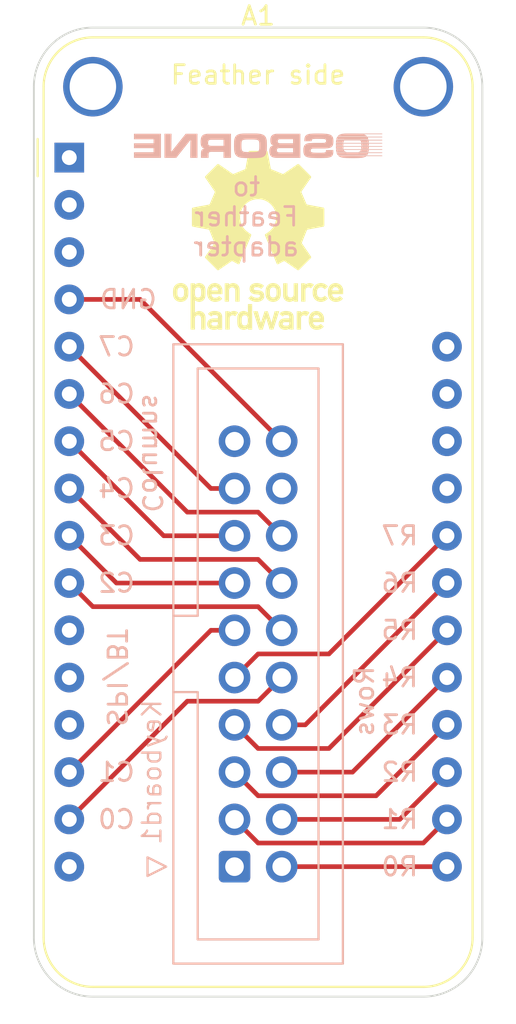
<source format=kicad_pcb>
(kicad_pcb (version 20211014) (generator pcbnew)
  (layers (0 "F.Cu" signal) (31 "B.Cu" signal) (34 "B.Paste" user) (35 "F.Paste" user) (36 "B.SilkS" user "B.Silkscreen") (37 "F.SilkS" user "F.Silkscreen") (38 "B.Mask" user) (39 "F.Mask" user) (44 "Edge.Cuts" user))
  (net 0 "")
  (net 4 "unconnected-(A1-Pad4)")
  (net 5 "unconnected-(A1-Pad5)")
  (net 7 "unconnected-(A1-Pad7)")
  (net 8 "unconnected-(A1-Pad8)")
  (net 9 "unconnected-(A1-Pad9)")
  (net 14 "unconnected-(A1-Pad14)")
  (net 18 "unconnected-(A1-Pad18)")
  (net 22 "unconnected-(A1-Pad22)")
  (net 23 "unconnected-(A1-Pad23)")
  (net 24 "unconnected-(A1-Pad24)")
  (net 30 "unconnected-(Keyboard1-Pad2)")
  (net 32 "unconnected-(Keyboard1-Pad4)")
  (net 33 "unconnected-(Keyboard1-Pad5)")
  (net 34 "unconnected-(Keyboard1-Pad6)")
  (net 38 "unconnected-(Keyboard1-Pad10)")
  (net 40 "unconnected-(Keyboard1-Pad12)")
  (net 44 "unconnected-(Keyboard1-Pad16)")
  (footprint "Module:Adafruit_Feather_WithMountingHoles" (layer "F.Cu") (at 59.69 60.96)
    (fp_text reference "A1")
    (fp_text value "Adafruit_Feather_WithMountingHoles")
  )
  (footprint "Connector_IDC:IDC-Header_2x10_P2.54mm_Vertical" (layer "B.Cu") (at 68.58 99.06)
    (fp_text reference "Keyboard1")
    (fp_text value "IDC-Header_2x10_P2.54mm_Vertical")
  )
  (gr_poly (pts (xy 74.048306 60.533805) (xy 74.0499 60.553182) (xy 74.051704 60.57187) (xy 74.053725 60.589885) (xy 74.055969 60.607241) (xy 74.058446 60.623956) (xy 74.061161 60.640045) (xy 74.064122 60.655522) (xy 74.602436 60.655522) (xy 74.589677 60.653469) (xy 74.577816 60.651219) (xy 74.566803 60.648764) (xy 74.55659 60.646096) (xy 74.551768 60.64468) (xy 74.547128 60.643208) (xy 74.542664 60.641678) (xy 74.53837 60.64009) (xy 74.534238 60.638443) (xy 74.530265 60.636735) (xy 74.526443 60.634967) (xy 74.522766 60.633136) (xy 74.519228 60.631241) (xy 74.515824 60.629282) (xy 74.512547 60.627258) (xy 74.509391 60.625168) (xy 74.50635 60.62301) (xy 74.503417 60.620785) (xy 74.500588 60.618489) (xy 74.497855 60.616123) (xy 74.495213 60.613686) (xy 74.492656 60.611177) (xy 74.48777 60.605937) (xy 74.483151 60.600395) (xy 74.478748 60.594544) (xy 74.476549 60.591697) (xy 74.474417 60.588796) (xy 74.472351 60.585836) (xy 74.470349 60.582814) (xy 74.468412 60.579725) (xy 74.466537 60.576565) (xy 74.464724 60.573331) (xy 74.462972 60.570017) (xy 74.461279 60.566621) (xy 74.459646 60.563138) (xy 74.45807 60.559563) (xy 74.456551 60.555893) (xy 74.455088 60.552124) (xy 74.45368 60.548252) (xy 74.452325 60.544272) (xy 74.451024 60.540181) (xy 75.388072 60.540181) (xy 75.386137 60.546862) (xy 75.384087 60.553246) (xy 75.381919 60.559344) (xy 75.379631 60.565168) (xy 75.377222 60.570728) (xy 75.374689 60.576036) (xy 75.372031 60.581103) (xy 75.369244 60.58594) (xy 75.366326 60.590558) (xy 75.363277 60.594968) (xy 75.360093 60.599182) (xy 75.356772 60.603211) (xy 75.353313 60.607065) (xy 75.349712 60.610757) (xy 75.345969 60.614296) (xy 75.34208 60.617695) (xy 75.337818 60.621067) (xy 75.333477 60.624288) (xy 75.329031 60.627364) (xy 75.324454 60.630297) (xy 75.319721 60.63309) (xy 75.314804 60.635746) (xy 75.309679 60.63827) (xy 75.304319 60.640663) (xy 75.298699 60.64293) (xy 75.292793 60.645073) (xy 75.286574 60.647096) (xy 75.280017 60.649002) (xy 75.273096 60.650795) (xy 75.265785 60.652477) (xy 75.258058 60.654052) (xy 75.249889 60.655522) (xy 75.78443 60.655522) (xy 75.786495 60.643096) (xy 75.788401 60.630153) (xy 75.790153 60.616669) (xy 75.791758 60.602615) (xy 75.79322 60.587966) (xy 75.794545 60.572695) (xy 75.795739 60.556776) (xy 75.796807 60.540181) (xy 76.524902 60.540181) (xy 76.524902 60.513722) (xy 74.046914 60.513722)) (layer "B.SilkS") (width 0.01) (fill solid))
  (gr_poly (pts (xy 67.233268 59.681163) (xy 67.194842 59.681882) (xy 67.15911 59.683121) (xy 67.125925 59.684916) (xy 67.095141 59.687298) (xy 67.066609 59.690303) (xy 67.040182 59.693965) (xy 67.015714 59.698316) (xy 66.993056 59.703392) (xy 66.972062 59.709225) (xy 66.952584 59.71585) (xy 66.934474 59.7233) (xy 66.917586 59.731611) (xy 66.901773 59.740814) (xy 66.886886 59.750945) (xy 66.872779 59.762037) (xy 66.859138 59.773864) (xy 66.846437 59.786887) (xy 66.834669 59.801125) (xy 66.823824 59.816597) (xy 66.813895 59.833325) (xy 66.804872 59.851328) (xy 66.796749 59.870625) (xy 66.789516 59.891238) (xy 66.783165 59.913185) (xy 66.777687 59.936487) (xy 66.773076 59.961164) (xy 66.769321 59.987235) (xy 66.766415 60.014721) (xy 66.76435 60.043641) (xy 66.763117 60.074016) (xy 66.762708 60.105866) (xy 66.763399 60.149088) (xy 66.765518 60.189044) (xy 66.767135 60.207837) (xy 66.769136 60.225862) (xy 66.77153 60.243133) (xy 66.774325 60.259668) (xy 66.77753 60.275482) (xy 66.781154 60.29059) (xy 66.785207 60.305009) (xy 66.789695 60.318755) (xy 66.79463 60.331843) (xy 66.800019 60.344289) (xy 66.805871 60.356109) (xy 66.812195 60.367319) (xy 66.819001 60.377935) (xy 66.826296 60.387973) (xy 66.83409 60.397449) (xy 66.842391 60.406378) (xy 66.851209 60.414776) (xy 66.860552 60.422659) (xy 66.870429 60.430044) (xy 66.880849 60.436945) (xy 66.89182 60.443379) (xy 66.903352 60.449362) (xy 66.915454 60.454909) (xy 66.928134 60.460037) (xy 66.941401 60.464761) (xy 66.955264 60.469098) (xy 66.969732 60.473062) (xy 66.984813 60.47667) (xy 66.956049 60.482228) (xy 66.929823 60.488864) (xy 66.906048 60.496708) (xy 66.895052 60.501122) (xy 66.884636 60.505885) (xy 66.874789 60.511013) (xy 66.8655 60.516523) (xy 66.856757 60.52243) (xy 66.848551 60.52875) (xy 66.840869 60.535499) (xy 66.833702 60.542693) (xy 66.827037 60.550347) (xy 66.820864 60.558479) (xy 66.815172 60.567103) (xy 66.80995 60.576235) (xy 66.805187 60.585892) (xy 66.800873 60.596089) (xy 66.796995 60.606842) (xy 66.793543 60.618168) (xy 66.790507 60.630082) (xy 66.787874 60.642599) (xy 66.783778 60.66951) (xy 66.781166 60.699028) (xy 66.779951 60.73128) (xy 66.780045 60.766394) (xy 66.780045 60.969198) (xy 67.17798 60.969198) (xy 67.17798 60.808846) (xy 67.178806 60.784048) (xy 67.180637 60.761716) (xy 67.183622 60.741739) (xy 67.185593 60.732597) (xy 67.187907 60.724001) (xy 67.190583 60.715938) (xy 67.193639 60.708391) (xy 67.197093 60.701349) (xy 67.200965 60.694796) (xy 67.205272 60.688718) (xy 67.210032 60.683101) (xy 67.215265 60.67793) (xy 67.220988 60.673193) (xy 67.22722 60.668874) (xy 67.23398 60.66496) (xy 67.241285 60.661436) (xy 67.249154 60.658288) (xy 67.257605 60.655502) (xy 67.266658 60.653063) (xy 67.276329 60.650959) (xy 67.286638 60.649174) (xy 67.309243 60.646505) (xy 67.334619 60.644945) (xy 67.362912 60.64438) (xy 67.394272 60.644696) (xy 67.99488 60.644696) (xy 67.99488 60.969198) (xy 68.384986 60.969198) (xy 68.384986 60.329961) (xy 67.99488 60.329961) (xy 67.382618 60.329961) (xy 67.348884 60.32967) (xy 67.318557 60.328717) (xy 67.291468 60.326983) (xy 67.279085 60.325786) (xy 67.267448 60.32435) (xy 67.256535 60.322658) (xy 67.246326 60.320698) (xy 67.236798 60.318452) (xy 67.227932 60.315908) (xy 67.219705 60.313049) (xy 67.212097 60.309862) (xy 67.205085 60.30633) (xy 67.19865 60.30244) (xy 67.192769 60.298176) (xy 67.187421 60.293524) (xy 67.182586 60.288468) (xy 67.178241 60.282994) (xy 67.174366 60.277087) (xy 67.17094 60.270732) (xy 67.16794 60.263914) (xy 67.165347 60.256619) (xy 67.163138 60.248831) (xy 67.161293 60.240535) (xy 67.15979 60.231717) (xy 67.158608 60.222362) (xy 67.157725 60.212455) (xy 67.157121 60.201981) (xy 67.156663 60.179272) (xy 67.156756 60.164251) (xy 67.157042 60.150303) (xy 67.157537 60.137367) (xy 67.158256 60.125386) (xy 67.159211 60.114299) (xy 67.160418 60.104048) (xy 67.161891 60.094572) (xy 67.163644 60.085814) (xy 67.165692 60.077712) (xy 67.168049 60.070209) (xy 67.170728 60.063244) (xy 67.172194 60.059945) (xy 67.173746 60.056758) (xy 67.175386 60.053677) (xy 67.177115 60.050693) (xy 67.18085 60.044988) (xy 67.184966 60.039585) (xy 67.189477 60.034423) (xy 67.194974 60.02891) (xy 67.20068 60.023961) (xy 67.206714 60.019547) (xy 67.213195 60.015639) (xy 67.220242 60.012208) (xy 67.227973 60.009227) (xy 67.236508 60.006665) (xy 67.245967 60.004495) (xy 67.256467 60.002688) (xy 67.268127 60.001215) (xy 67.281068 60.000047) (xy 67.295407 59.999156) (xy 67.328757 59.998089) (xy 67.36913 59.997785) (xy 67.99488 59.997785) (xy 67.99488 60.329961) (xy 68.384986 60.329961) (xy 68.384986 59.680931) (xy 67.274537 59.680931)) (layer "B.SilkS") (width 0.01) (fill solid))
  (gr_poly (pts (xy 74.163535 60.853023) (xy 74.166501 60.855892) (xy 74.169502 60.85874) (xy 74.172544 60.861567) (xy 74.175631 60.864369) (xy 74.178766 60.867146) (xy 74.181955 60.869895) (xy 74.1852 60.872615) (xy 74.20006 60.884515) (xy 74.215717 60.895619) (xy 74.23224 60.905945) (xy 74.2497 60.915508) (xy 74.268168 60.924326) (xy 74.287713 60.932415) (xy 74.308408 60.939792) (xy 74.330322 60.946473) (xy 74.353526 60.952474) (xy 74.37809 60.957814) (xy 74.404085 60.962508) (xy 74.431581 60.966572) (xy 74.46065 60.970024) (xy 74.491361 60.972881) (xy 74.523786 60.975158) (xy 74.557994 60.976872) (xy 74.627036 60.979399) (xy 74.720499 60.981218) (xy 74.824455 60.982317) (xy 74.924974 60.982686) (xy 75.033199 60.982406) (xy 75.128145 60.981536) (xy 75.210647 60.98003) (xy 75.281542 60.977845) (xy 75.341666 60.974933) (xy 75.391854 60.971252) (xy 75.432943 60.966754) (xy 75.450336 60.964185) (xy 75.465768 60.961395) (xy 75.482354 60.958293) (xy 75.498394 60.954917) (xy 75.513896 60.951263) (xy 75.528871 60.947327) (xy 75.543327 60.943105) (xy 75.557273 60.938593) (xy 75.570718 60.933786) (xy 75.583673 60.92868) (xy 75.596145 60.923272) (xy 75.608143 60.917557) (xy 75.619678 60.911531) (xy 75.630759 60.90519) (xy 75.641394 60.89853) (xy 75.651592 60.891547) (xy 75.661363 60.884236) (xy 75.670716 60.876594) (xy 76.524902 60.876594) (xy 76.524902 60.850136) (xy 74.160602 60.850136)) (layer "B.SilkS") (width 0.01) (fill solid))
  (gr_poly (pts (xy 74.07307 60.692886) (xy 74.076083 60.703475) (xy 74.07926 60.713757) (xy 74.082604 60.72374) (xy 74.086119 60.733434) (xy 74.089806 60.742848) (xy 74.093669 60.751993) (xy 74.09771 60.760877) (xy 74.101932 60.769509) (xy 74.106338 60.777899) (xy 74.11093 60.786056) (xy 74.115711 60.79399) (xy 74.120683 60.801709) (xy 74.125851 60.809224) (xy 74.131215 60.816544) (xy 74.136779 60.823677) (xy 75.718362 60.823677) (xy 75.721285 60.819396) (xy 75.724148 60.81505) (xy 75.726951 60.81064) (xy 75.729691 60.806163) (xy 75.732369 60.801618) (xy 75.734983 60.797003) (xy 75.737532 60.792316) (xy 75.740015 60.787556) (xy 75.744897 60.778111) (xy 75.749524 60.768617) (xy 75.753902 60.759034) (xy 75.75804 60.749323) (xy 75.761945 60.739447) (xy 75.765624 60.729366) (xy 75.769086 60.719043) (xy 75.772338 60.708439) (xy 76.524902 60.708439) (xy 76.524902 60.681981) (xy 74.07022 60.681981)) (layer "B.SilkS") (width 0.01) (fill solid))
  (gr_poly (pts (xy 65.176913 60.660173) (xy 65.186577 59.680931) (xy 64.815773 59.680931) (xy 64.815773 60.969198) (xy 65.445346 60.969198) (xy 66.214085 59.999619) (xy 66.204422 60.969198) (xy 66.581065 60.969198) (xy 66.581065 59.680931) (xy 65.957176 59.680931)) (layer "B.SilkS") (width 0.01) (fill solid))
  (gr_poly (pts (xy 74.111558 59.848303) (xy 74.107175 59.855923) (xy 74.102958 59.863732) (xy 74.098905 59.871729) (xy 74.095015 59.879916) (xy 74.091286 59.888293) (xy 74.087716 59.896861) (xy 74.084304 59.905621) (xy 74.081047 59.914573) (xy 74.077944 59.923719) (xy 74.072195 59.942593) (xy 74.06704 59.96225) (xy 74.062468 59.982695) (xy 74.81697 59.982695) (xy 74.86684 59.98242) (xy 74.921124 59.982308) (xy 74.965352 59.98241) (xy 75.006158 59.982695) (xy 75.78071 59.982695) (xy 75.779335 59.976883) (xy 75.777902 59.971014) (xy 75.7764 59.965069) (xy 75.774819 59.959027) (xy 75.771255 59.946311) (xy 75.767456 59.933964) (xy 75.763416 59.921982) (xy 75.75913 59.910359) (xy 75.754593 59.899088) (xy 75.749799 59.888163) (xy 75.744743 59.877578) (xy 75.73942 59.867328) (xy 76.524902 59.867328) (xy 76.524902 59.840869) (xy 74.116109 59.840869)) (layer "B.SilkS") (width 0.01) (fill solid))
  (gr_poly (pts (xy 74.05571 60.020677) (xy 74.054802 60.0265) (xy 74.053968 60.032434) (xy 74.052564 60.042891) (xy 74.05125 60.054596) (xy 74.050024 60.067547) (xy 74.048886 60.081738) (xy 74.046881 60.113832) (xy 74.045234 60.15085) (xy 74.437381 60.15085) (xy 74.438507 60.141017) (xy 74.439799 60.131564) (xy 74.441271 60.122486) (xy 74.442933 60.113775) (xy 74.444799 60.105426) (xy 74.44688 60.097432) (xy 74.449189 60.089787) (xy 74.451737 60.082484) (xy 74.454536 60.075517) (xy 74.457598 60.06888) (xy 74.460937 60.062565) (xy 74.464563 60.056567) (xy 74.468488 60.050879) (xy 74.472726 60.045495) (xy 74.477287 60.040408) (xy 74.482184 60.035612) (xy 75.346524 60.035612) (xy 75.351397 60.040233) (xy 75.35602 60.045083) (xy 75.3604 60.050187) (xy 75.364542 60.05557) (xy 75.36845 60.061255) (xy 75.372129 60.067269) (xy 75.375586 60.073635) (xy 75.378824 60.080378) (xy 75.38185 60.087522) (xy 75.384668 60.095093) (xy 75.387284 60.103115) (xy 75.389702 60.111613) (xy 75.391927 60.12061) (xy 75.393966 60.130133) (xy 75.395823 60.140204) (xy 75.397503 60.15085) (xy 75.799908 60.15085) (xy 75.799269 60.133341) (xy 75.798512 60.116905) (xy 75.797625 60.101448) (xy 75.796601 60.086878) (xy 75.79543 60.073102) (xy 75.794102 60.060028) (xy 75.792609 60.047562) (xy 75.790942 60.035612) (xy 76.524902 60.035612) (xy 76.524902 60.009154) (xy 74.057611 60.009154)) (layer "B.SilkS") (width 0.01) (fill solid))
  (gr_poly (pts (xy 72.95531 59.672169) (xy 72.889383 59.67302) (xy 72.830125 59.674306) (xy 72.777044 59.676078) (xy 72.72965 59.67839) (xy 72.68745 59.681296) (xy 72.649952 59.684849) (xy 72.616665 59.689104) (xy 72.587097 59.694112) (xy 72.560755 59.699928) (xy 72.537149 59.706605) (xy 72.515787 59.714197) (xy 72.496175 59.722756) (xy 72.477824 59.732338) (xy 72.460241 59.742994) (xy 72.444267 59.754479) (xy 72.429652 59.766551) (xy 72.416351 59.779351) (xy 72.404318 59.793018) (xy 72.393509 59.807689) (xy 72.383877 59.823505) (xy 72.375378 59.840604) (xy 72.367966 59.859126) (xy 72.361596 59.879208) (xy 72.356222 59.90099) (xy 72.3518 59.924612) (xy 72.348283 59.950212) (xy 72.345627 59.977928) (xy 72.343785 60.007901) (xy 72.342714 60.040269) (xy 72.342367 60.07517) (xy 72.724824 60.07517) (xy 72.72532 60.055272) (xy 72.726979 60.037519) (xy 72.730058 60.021792) (xy 72.734816 60.007971) (xy 72.737904 60.001739) (xy 72.741509 59.995938) (xy 72.745662 59.990556) (xy 72.750396 59.985575) (xy 72.755742 59.980983) (xy 72.761733 59.976763) (xy 72.768401 59.972901) (xy 72.775778 59.969382) (xy 72.792789 59.963315) (xy 72.813023 59.958442) (xy 72.836738 59.954644) (xy 72.864192 59.951803) (xy 72.895641 59.949801) (xy 72.931343 59.948517) (xy 73.016538 59.947633) (xy 73.116334 59.948292) (xy 73.218113 59.950031) (xy 73.307936 59.952489) (xy 73.371865 59.955307) (xy 73.390605 59.95698) (xy 73.407769 59.959148) (xy 73.423406 59.96185) (xy 73.430668 59.963414) (xy 73.437568 59.965127) (xy 73.444111 59.966992) (xy 73.450305 59.969016) (xy 73.456155 59.971203) (xy 73.461668 59.973558) (xy 73.46685 59.976086) (xy 73.471707 59.978791) (xy 73.476247 59.98168) (xy 73.480475 59.984756) (xy 73.484397 59.988025) (xy 73.48802 59.991491) (xy 73.491351 59.99516) (xy 73.494395 59.999036) (xy 73.497159 60.003125) (xy 73.49965 60.007431) (xy 73.501873 60.011959) (xy 73.503835 60.016713) (xy 73.505543 60.0217) (xy 73.507002 60.026924) (xy 73.50822 60.03239) (xy 73.509202 60.038102) (xy 73.509954 60.044066) (xy 73.510484 60.050287) (xy 73.510797 60.056769) (xy 73.5109 60.063517) (xy 73.510583 60.073435) (xy 73.510187 60.078224) (xy 73.509631 60.082898) (xy 73.508916 60.087458) (xy 73.508041 60.091903) (xy 73.507005 60.096232) (xy 73.505808 60.100446) (xy 73.504451 60.104543) (xy 73.502931 60.108524) (xy 73.50125 60.112389) (xy 73.499406 60.116136) (xy 73.4974 60.119766) (xy 73.49523 60.123277) (xy 73.492897 60.126671) (xy 73.4904 60.129946) (xy 73.487738 60.133102) (xy 73.484912 60.136138) (xy 73.481921 60.139055) (xy 73.478764 60.141852) (xy 73.475441 60.144528) (xy 73.471952 60.147084) (xy 73.468296 60.149518) (xy 73.464474 60.151831) (xy 73.460483 60.154022) (xy 73.456325 60.15609) (xy 73.451999 60.158036) (xy 73.447504 60.159859) (xy 73.44284 60.161559) (xy 73.438007 60.163135) (xy 73.42783 60.165914) (xy 73.419604 60.167919) (xy 73.411234 60.169601) (xy 73.401141 60.171006) (xy 73.387741 60.172184) (xy 73.369455 60.173183) (xy 73.344702 60.174049) (xy 73.269468 60.175578) (xy 72.904477 60.175578) (xy 72.856175 60.176548) (xy 72.778913 60.178971) (xy 72.695871 60.182113) (xy 72.63023 60.185241) (xy 72.585972 60.188567) (xy 72.545123 60.194233) (xy 72.525953 60.197968) (xy 72.507606 60.202318) (xy 72.490073 60.207293) (xy 72.473345 60.212903) (xy 72.457412 60.219157) (xy 72.442264 60.226066) (xy 72.427892 60.233639) (xy 72.414286 60.241887) (xy 72.401437 60.25082) (xy 72.389335 60.260447) (xy 72.377971 60.270779) (xy 72.367335 60.281825) (xy 72.357417 60.293595) (xy 72.348209 60.3061) (xy 72.3397 60.319349) (xy 72.33188 60.333352) (xy 72.324742 60.34812) (xy 72.318274 60.363661) (xy 72.312467 60.379987) (xy 72.307312 60.397107) (xy 72.3028 60.415031) (xy 72.29892 60.433769) (xy 72.293019 60.473726) (xy 72.289535 60.51706) (xy 72.288391 60.563848) (xy 72.289219 60.606852) (xy 72.291751 60.646832) (xy 72.293679 60.665721) (xy 72.29606 60.683891) (xy 72.298904 60.701358) (xy 72.302221 60.718132) (xy 72.306018 60.734227) (xy 72.310305 60.749655) (xy 72.315091 60.76443) (xy 72.320386 60.778564) (xy 72.326199 60.792069) (xy 72.332538 60.80496) (xy 72.339414 60.817247) (xy 72.346834 60.828945) (xy 72.354809 60.840066) (xy 72.363347 60.850622) (xy 72.372457 60.860627) (xy 72.38215 60.870093) (xy 72.392433 60.879033) (xy 72.403316 60.88746) (xy 72.414808 60.895386) (xy 72.426919 60.902825) (xy 72.439657 60.909788) (xy 72.453031 60.916289) (xy 72.467052 60.922341) (xy 72.481727 60.927956) (xy 72.497066 60.933148) (xy 72.513079 60.937928) (xy 72.529774 60.94231) (xy 72.54716 60.946306) (xy 72.587798 60.953831) (xy 72.637236 60.960418) (xy 72.695409 60.966048) (xy 72.76225 60.9707) (xy 72.837691 60.974353) (xy 72.921667 60.976988) (xy 73.014111 60.978584) (xy 73.114955 60.97912) (xy 73.266694 60.978592) (xy 73.331666 60.977848) (xy 73.390083 60.976707) (xy 73.442477 60.975114) (xy 73.489381 60.973012) (xy 73.531325 60.970343) (xy 73.568843 60.967053) (xy 73.602467 60.963083) (xy 73.632729 60.958378) (xy 73.66016 60.95288) (xy 73.685294 60.946534) (xy 73.708662 60.939282) (xy 73.730797 60.931068) (xy 73.75223 60.921835) (xy 73.773494 60.911527) (xy 73.787897 60.903584) (xy 73.80139 60.894244) (xy 73.813969 60.883517) (xy 73.825633 60.871411) (xy 73.836378 60.857936) (xy 73.846202 60.8431) (xy 73.855103 60.826911) (xy 73.863077 60.809379) (xy 73.870123 60.790512) (xy 73.876238 60.770319) (xy 73.881419 60.748809) (xy 73.885663 60.72599) (xy 73.888969 60.701871) (xy 73.891334 60.676462) (xy 73.892754 60.649769) (xy 73.893228 60.621804) (xy 73.893196 60.610742) (xy 73.892977 60.595723) (xy 73.892387 60.577803) (xy 73.891894 60.568084) (xy 73.891239 60.558035) (xy 73.507334 60.558035) (xy 73.507334 60.557776) (xy 73.506539 60.573667) (xy 73.505562 60.588063) (xy 73.504357 60.601059) (xy 73.503655 60.607062) (xy 73.50288 60.612749) (xy 73.502024 60.618133) (xy 73.501084 60.623226) (xy 73.500053 60.62804) (xy 73.498925 60.632585) (xy 73.497695 60.636874) (xy 73.496358 60.640919) (xy 73.494907 60.64473) (xy 73.493336 60.648321) (xy 73.491641 60.651703) (xy 73.489816 60.654887) (xy 73.487854 60.657885) (xy 73.485751 60.660709) (xy 73.4835 60.663371) (xy 73.481096 60.665882) (xy 73.478533 60.668254) (xy 73.475806 60.670499) (xy 73.472909 60.672628) (xy 73.469836 60.674654) (xy 73.466582 60.676588) (xy 73.46314 60.678442) (xy 73.459506 60.680227) (xy 73.455673 60.681955) (xy 73.44739 60.685288) (xy 73.441024 60.687424) (xy 73.432856 60.689461) (xy 73.411511 60.693219) (xy 73.384145 60.696519) (xy 73.351549 60.699317) (xy 73.314512 60.701569) (xy 73.273826 60.703232) (xy 73.230281 60.704262) (xy 73.184667 60.704615) (xy 73.104162 60.704437) (xy 73.032522 60.703827) (xy 72.969238 60.702668) (xy 72.940572 60.701847) (xy 72.913805 60.700845) (xy 72.888874 60.699648) (xy 72.865717 60.698241) (xy 72.844268 60.69661) (xy 72.824466 60.69474) (xy 72.806247 60.692617) (xy 72.789548 60.690227) (xy 72.774305 60.687554) (xy 72.760454 60.684584) (xy 72.747934 60.681303) (xy 72.73668 60.677697) (xy 72.72663 60.67375) (xy 72.717719 60.669449) (xy 72.709885 60.664778) (xy 72.703064 60.659723) (xy 72.697193 60.654271) (xy 72.692209 60.648405) (xy 72.688048 60.642112) (xy 72.684647 60.635378) (xy 72.681944 60.628187) (xy 72.679873 60.620525) (xy 72.678373 60.612378) (xy 72.67738 60.603732) (xy 72.676831 60.594571) (xy 72.676662 60.584881) (xy 72.676735 60.580034) (xy 72.676954 60.575269) (xy 72.677317 60.570587) (xy 72.677821 60.56599) (xy 72.678466 60.561482) (xy 72.679249 60.557063) (xy 72.680169 60.552736) (xy 72.681224 60.548503) (xy 72.682411 60.544366) (xy 72.68373 60.540327) (xy 72.685178 60.536389) (xy 72.686753 60.532554) (xy 72.688455 60.528823) (xy 72.69028 60.525198) (xy 72.692228 60.521683) (xy 72.694296 60.518279) (xy 72.696482 60.514988) (xy 72.698786 60.511812) (xy 72.701204 60.508754) (xy 72.703736 60.505815) (xy 72.706379 60.502998) (xy 72.709131 60.500305) (xy 72.711992 60.497738) (xy 72.714958 60.495298) (xy 72.718029 60.492989) (xy 72.721202 60.490812) (xy 72.724475 60.48877) (xy 72.727848 60.486864) (xy 72.731318 60.485097) (xy 72.734882 60.483471) (xy 72.738541 60.481988) (xy 72.742291 60.480649) (xy 72.756703 60.476192) (xy 72.770008 60.472817) (xy 72.785079 60.470346) (xy 72.804792 60.468595) (xy 72.832021 60.467383) (xy 72.86964 60.46653) (xy 72.987547 60.465172) (xy 73.3429 60.465172) (xy 73.385848 60.46501) (xy 73.425716 60.464509) (xy 73.462685 60.463646) (xy 73.496936 60.462399) (xy 73.528651 60.460745) (xy 73.558011 60.458661) (xy 73.585197 60.456125) (xy 73.610392 60.453114) (xy 73.633775 60.449605) (xy 73.655529 60.445576) (xy 73.675835 60.441004) (xy 73.694875 60.435866) (xy 73.71283 60.430141) (xy 73.72988 60.423804) (xy 73.746209 60.416833) (xy 73.761996 60.409207) (xy 73.778797 60.399514) (xy 73.79443 60.388526) (xy 73.808908 60.376213) (xy 73.822242 60.362547) (xy 73.834443 60.347501) (xy 73.845523 60.331047) (xy 73.855493 60.313155) (xy 73.864365 60.293799) (xy 73.87215 60.27295) (xy 73.87886 60.25058) (xy 73.884506 60.226661) (xy 73.8891 60.201164) (xy 73.892653 60.174063) (xy 73.895176 60.145327) (xy 73.896682 60.114931) (xy 73.897181 60.082844) (xy 73.896399 60.040928) (xy 73.894 60.002019) (xy 73.89217 59.983655) (xy 73.889905 59.966) (xy 73.887196 59.949039) (xy 73.884034 59.932757) (xy 73.880407 59.917139) (xy 73.876307 59.902173) (xy 73.871723 59.887842) (xy 73.866645 59.874132) (xy 73.861064 59.86103) (xy 73.854969 59.84852) (xy 73.848351 59.836589) (xy 73.841199 59.825221) (xy 73.833504 59.814402) (xy 73.825255 59.804118) (xy 73.816443 59.794354) (xy 73.807058 59.785096) (xy 73.79709 59.776329) (xy 73.786529 59.76804) (xy 73.775365 59.760212) (xy 73.763588 59.752833) (xy 73.751188 59.745887) (xy 73.738155 59.73936) (xy 73.724479 59.733238) (xy 73.710151 59.727506) (xy 73.69516 59.72215) (xy 73.679496 59.717155) (xy 73.646112 59.70819) (xy 73.604677 59.698867) (xy 73.557894 59.69108) (xy 73.504767 59.684738) (xy 73.444302 59.67975) (xy 73.375501 59.676028) (xy 73.297372 59.673481) (xy 73.208917 59.672019) (xy 73.109142 59.671551)) (layer "B.SilkS") (width 0.01) (fill solid))
  (gr_poly (pts (xy 63.175097 59.972644) (xy 64.230511 59.972644) (xy 64.230511 60.194749) (xy 63.175097 60.194749) (xy 63.175097 60.449695) (xy 64.230511 60.449695) (xy 64.230511 60.677614) (xy 63.175097 60.677614) (xy 63.175097 60.969198) (xy 64.616792 60.969198) (xy 64.616792 59.680931) (xy 63.175097 59.680931)) (layer "B.SilkS") (width 0.01) (fill solid))
  (gr_poly (pts (xy 74.82448 59.667553) (xy 74.718357 59.668233) (xy 74.630841 59.669447) (xy 74.559192 59.671287) (xy 74.50067 59.673847) (xy 74.452538 59.677219) (xy 74.412054 59.681496) (xy 74.37648 59.68677) (xy 74.35622 59.690807) (xy 74.336686 59.695325) (xy 74.31787 59.700335) (xy 74.299764 59.705845) (xy 74.28236 59.711865) (xy 74.265649 59.718404) (xy 74.249624 59.725472) (xy 74.234275 59.733077) (xy 74.219596 59.74123) (xy 74.205576 59.74994) (xy 74.192209 59.759215) (xy 74.179486 59.769066) (xy 74.167399 59.779502) (xy 74.155938 59.790532) (xy 74.145097 59.802165) (xy 74.134867 59.814411) (xy 75.702859 59.814411) (xy 75.694591 59.805209) (xy 75.685924 59.79637) (xy 75.676851 59.787885) (xy 75.667361 59.779745) (xy 75.657448 59.771942) (xy 75.647101 59.764468) (xy 75.636312 59.757314) (xy 75.625074 59.750472) (xy 75.613376 59.743933) (xy 75.60121 59.737689) (xy 75.588568 59.731731) (xy 75.575441 59.726051) (xy 75.56182 59.720641) (xy 75.547697 59.715492) (xy 75.533063 59.710595) (xy 75.517909 59.705942) (xy 75.51465 59.705031) (xy 75.511366 59.704151) (xy 75.504741 59.702462) (xy 75.491399 59.699198) (xy 76.524902 59.699198) (xy 76.524902 59.67274) (xy 75.278208 59.67274) (xy 75.213528 59.670244) (xy 75.138769 59.668562) (xy 75.052164 59.667613) (xy 74.951949 59.667314)) (layer "B.SilkS") (width 0.01) (fill solid))
  (gr_poly (pts (xy 70.930699 59.68109) (xy 70.905102 59.681575) (xy 70.880932 59.682392) (xy 70.858107 59.683552) (xy 70.83655 59.685062) (xy 70.816181 59.68693) (xy 70.796921 59.689166) (xy 70.778691 59.691779) (xy 70.761411 59.694775) (xy 70.745002 59.698165) (xy 70.729384 59.701956) (xy 70.71448 59.706157) (xy 70.700208 59.710777) (xy 70.686491 59.715824) (xy 70.673249 59.721306) (xy 70.660402 59.727233) (xy 70.641574 59.737773) (xy 70.624163 59.749148) (xy 70.608141 59.761422) (xy 70.59348 59.77466) (xy 70.580153 59.788928) (xy 70.568131 59.80429) (xy 70.557386 59.820812) (xy 70.547891 59.838558) (xy 70.539618 59.857595) (xy 70.532538 59.877986) (xy 70.526624 59.899798) (xy 70.521848 59.923094) (xy 70.518182 59.947941) (xy 70.515598 59.974403) (xy 70.514068 60.002546) (xy 70.513564 60.032434) (xy 70.514244 60.06299) (xy 70.515097 60.077563) (xy 70.516291 60.09167) (xy 70.51783 60.105315) (xy 70.519714 60.1185) (xy 70.521943 60.13123) (xy 70.524519 60.143506) (xy 70.527444 60.155333) (xy 70.530717 60.166713) (xy 70.534341 60.177649) (xy 70.538316 60.188146) (xy 70.542643 60.198205) (xy 70.547324 60.20783) (xy 70.552359 60.217025) (xy 70.55775 60.225792) (xy 70.563497 60.234134) (xy 70.569602 60.242055) (xy 70.576065 60.249559) (xy 70.582888 60.256647) (xy 70.590072 60.263324) (xy 70.597618 60.269592) (xy 70.605527 60.275455) (xy 70.6138 60.280916) (xy 70.622438 60.285977) (xy 70.631443 60.290643) (xy 70.640814 60.294917) (xy 70.650554 60.2988) (xy 70.660663 60.302298) (xy 70.671142 60.305412) (xy 70.681993 60.308147) (xy 70.693217 60.310505) (xy 70.661967 60.317173) (xy 70.633349 60.324941) (xy 70.607278 60.333911) (xy 70.59517 60.338879) (xy 70.583668 60.344185) (xy 70.572759 60.349842) (xy 70.562435 60.355863) (xy 70.552683 60.362261) (xy 70.543493 60.369048) (xy 70.534855 60.376237) (xy 70.526758 60.383841) (xy 70.519192 60.391872) (xy 70.512146 60.400343) (xy 70.505609 60.409266) (xy 70.49957 60.418655) (xy 70.49402 60.428522) (xy 70.488947 60.43888) (xy 70.484341 60.449741) (xy 70.480191 60.461119) (xy 70.476486 60.473025) (xy 70.473217 60.485472) (xy 70.467941 60.512042) (xy 70.464277 60.540931) (xy 70.462141 60.572239) (xy 70.461448 60.606068) (xy 70.461993 60.635781) (xy 70.463638 60.664109) (xy 70.464877 60.677759) (xy 70.466397 60.691069) (xy 70.468198 60.704041) (xy 70.470283 60.716678) (xy 70.472654 60.728981) (xy 70.475313 60.740953) (xy 70.478261 60.752596) (xy 70.481499 60.763911) (xy 70.485031 60.774902) (xy 70.488857 60.785569) (xy 70.492979 60.795915) (xy 70.4974 60.805943) (xy 70.502121 60.815654) (xy 70.507143 60.825051) (xy 70.512469 60.834135) (xy 70.518101 60.842909) (xy 70.524039 60.851374) (xy 70.530287 60.859534) (xy 70.536845 60.867389) (xy 70.543716 60.874943) (xy 70.550901 60.882197) (xy 70.558402 60.889153) (xy 70.566221 60.895813) (xy 70.57436 60.902181) (xy 70.58282 60.908256) (xy 70.591603 60.914043) (xy 70.600712 60.919542) (xy 70.610147 60.924757) (xy 70.621686 60.930357) (xy 70.633868 60.935554) (xy 70.646749 60.940353) (xy 70.660386 60.94476) (xy 70.674836 60.948781) (xy 70.690156 60.952422) (xy 70.706403 60.955688) (xy 70.723633 60.958586) (xy 70.741904 60.961121) (xy 70.761271 60.963299) (xy 70.803525 60.966607) (xy 70.850848 60.968558) (xy 70.903695 60.969198) (xy 72.12052 60.969198) (xy 72.12052 60.683324) (xy 71.738063 60.683324) (xy 71.036917 60.683324) (xy 71.010052 60.683224) (xy 70.988313 60.682893) (xy 70.979096 60.682628) (xy 70.970836 60.68229) (xy 70.963427 60.681872) (xy 70.95676 60.68137) (xy 70.950726 60.680778) (xy 70.945219 60.68009) (xy 70.94013 60.679302) (xy 70.935352 60.678408) (xy 70.930775 60.677402) (xy 70.926294 60.676279) (xy 70.921799 60.675034) (xy 70.917183 60.673661) (xy 70.910123 60.670838) (xy 70.903437 60.667441) (xy 70.897137 60.663482) (xy 70.891233 60.658976) (xy 70.885737 60.653937) (xy 70.88066 60.64838) (xy 70.876013 60.642319) (xy 70.871807 60.635768) (xy 70.868054 60.62874) (xy 70.864766 60.621251) (xy 70.861952 60.613314) (xy 70.859624 60.604944) (xy 70.857795 60.596155) (xy 70.856474 60.586961) (xy 70.855673 60.577376) (xy 70.855404 60.567414) (xy 70.855471 60.562219) (xy 70.855674 60.557126) (xy 70.856011 60.552138) (xy 70.856482 60.547254) (xy 70.857085 60.542476) (xy 70.857821 60.537805) (xy 70.858688 60.533242) (xy 70.859686 60.528788) (xy 70.860815 60.524444) (xy 70.862072 60.520212) (xy 70.863458 60.516092) (xy 70.864972 60.512085) (xy 70.866613 60.508192) (xy 70.868381 60.504415) (xy 70.870275 60.500754) (xy 70.872294 60.497211) (xy 70.874437 60.493786) (xy 70.876704 60.490481) (xy 70.879094 60.487297) (xy 70.881606 60.484235) (xy 70.884239 60.481295) (xy 70.886994 60.47848) (xy 70.889869 60.475789) (xy 70.892863 60.473224) (xy 70.895976 60.470786) (xy 70.899207 60.468477) (xy 70.902555 60.466296) (xy 70.90602 60.464246) (xy 70.909601 60.462327) (xy 70.913297 60.460541) (xy 70.917108 60.458888) (xy 70.921032 60.457369) (xy 70.929509 60.454751) (xy 70.938194 60.452622) (xy 70.948013 60.45094) (xy 70.959895 60.44966) (xy 70.974765 60.44874) (xy 70.993551 60.448136) (xy 71.017181 60.447806) (xy 71.04658 60.447706) (xy 71.738063 60.447706) (xy 71.738063 60.683324) (xy 72.12052 60.683324) (xy 72.12052 60.194749) (xy 71.737933 60.194749) (xy 71.079524 60.194749) (xy 71.053463 60.194562) (xy 71.041956 60.194319) (xy 71.031375 60.193968) (xy 71.021651 60.193505) (xy 71.012718 60.192922) (xy 71.004508 60.192215) (xy 70.996953 60.191377) (xy 70.989986 60.190402) (xy 70.983539 60.189285) (xy 70.977543 60.188021) (xy 70.971933 60.186602) (xy 70.96664 60.185024) (xy 70.961596 60.18328) (xy 70.956734 60.181365) (xy 70.951987 60.179272) (xy 70.946321 60.17582) (xy 70.940938 60.171971) (xy 70.935851 60.167735) (xy 70.931071 60.163125) (xy 70.926608 60.158151) (xy 70.922474 60.152825) (xy 70.91868 60.147159) (xy 70.915238 60.141164) (xy 70.912158 60.13485) (xy 70.909453 60.12823) (xy 70.907132 60.121316) (xy 70.905209 60.114117) (xy 70.903693 60.106647) (xy 70.902596 60.098915) (xy 70.90193 60.090934) (xy 70.901706 60.082715) (xy 70.901779 60.077868) (xy 70.901998 60.073102) (xy 70.902362 60.068419) (xy 70.902869 60.06382) (xy 70.903518 60.059306) (xy 70.904307 60.054881) (xy 70.905234 60.050545) (xy 70.906299 60.046301) (xy 70.9075 60.04215) (xy 70.908835 60.038094) (xy 70.910304 60.034134) (xy 70.911904 60.030273) (xy 70.913634 60.026513) (xy 70.915492 60.022854) (xy 70.917479 60.019299) (xy 70.91959 60.01585) (xy 70.921827 60.012508) (xy 70.924186 60.009275) (xy 70.926667 60.006153) (xy 70.929268 60.003144) (xy 70.931987 60.000249) (xy 70.934824 59.997471) (xy 70.937777 59.99481) (xy 70.940844 59.992269) (xy 70.944024 59.98985) (xy 70.947315 59.987554) (xy 70.950716 59.985384) (xy 70.954227 59.98334) (xy 70.957844 59.981424) (xy 70.961567 59.97964) (xy 70.965394 59.977987) (xy 70.969324 59.976468) (xy 70.978597 59.973851) (xy 70.988047 59.971725) (xy 70.998399 59.970047) (xy 71.010376 59.968772) (xy 71.024704 59.967857) (xy 71.042106 59.967257) (xy 71.063308 59.96693) (xy 71.089032 59.966831) (xy 71.737933 59.966831) (xy 71.737933 60.194749) (xy 72.12052 60.194749) (xy 72.12052 59.680931) (xy 70.9578 59.680931)) (layer "B.SilkS") (width 0.01) (fill solid))
  (gr_poly (pts (xy 74.042508 60.383821) (xy 74.043086 60.420096) (xy 74.044054 60.45453) (xy 74.045415 60.487264) (xy 74.44012 60.487264) (xy 74.438694 60.475537) (xy 74.437433 60.463119) (xy 74.436332 60.449973) (xy 74.435383 60.436062) (xy 74.434581 60.421348) (xy 74.433919 60.405795) (xy 74.432988 60.372025) (xy 75.405229 60.372025) (xy 75.404813 60.388978) (xy 75.404265 60.405161) (xy 75.403581 60.420595) (xy 75.402757 60.435302) (xy 75.40179 60.449302) (xy 75.400676 60.462615) (xy 75.399412 60.475262) (xy 75.397994 60.487264) (xy 75.799107 60.487264) (xy 75.799942 60.460811) (xy 75.800623 60.432946) (xy 75.801133 60.40343) (xy 75.801458 60.372025) (xy 76.524902 60.372025) (xy 76.524902 60.345567) (xy 74.042315 60.345567)) (layer "B.SilkS") (width 0.01) (fill solid))
  (gr_poly (pts (xy 69.341034 59.667553) (xy 69.234942 59.668233) (xy 69.147444 59.669447) (xy 69.075801 59.671287) (xy 69.017274 59.673847) (xy 68.969123 59.677219) (xy 68.928608 59.681496) (xy 68.892991 59.68677) (xy 68.856877 59.694421) (xy 68.823115 59.703668) (xy 68.791657 59.71457) (xy 68.776777 59.720658) (xy 68.762455 59.727181) (xy 68.748684 59.734145) (xy 68.73546 59.741558) (xy 68.722776 59.749427) (xy 68.710625 59.757759) (xy 68.699003 59.76656) (xy 68.687902 59.775839) (xy 68.677317 59.785601) (xy 68.667243 59.795854) (xy 68.657672 59.806605) (xy 68.648598 59.817861) (xy 68.640017 59.82963) (xy 68.631921 59.841917) (xy 68.624305 59.854731) (xy 68.617163 59.868079) (xy 68.610489 59.881966) (xy 68.604277 59.896401) (xy 68.593213 59.926941) (xy 68.583924 59.959756) (xy 68.576362 59.994901) (xy 68.570478 60.032434) (xy 68.567775 60.054429) (xy 68.565421 60.081321) (xy 68.563419 60.113105) (xy 68.561775 60.149779) (xy 68.559567 60.237784) (xy 68.558825 60.345309) (xy 68.559221 60.401486) (xy 68.56045 60.453535) (xy 68.56258 60.501676) (xy 68.565673 60.54613) (xy 68.569796 60.58712) (xy 68.575014 60.624866) (xy 68.581391 60.659589) (xy 68.585035 60.675887) (xy 68.588993 60.691512) (xy 68.593274 60.706492) (xy 68.597885 60.720855) (xy 68.602835 60.734628) (xy 68.608132 60.747839) (xy 68.613784 60.760516) (xy 68.619799 60.772687) (xy 68.626185 60.784378) (xy 68.632951 60.795618) (xy 68.640104 60.806435) (xy 68.647653 60.816856) (xy 68.655605 60.826908) (xy 68.66397 60.83662) (xy 68.672755 60.846019) (xy 68.681968 60.855133) (xy 68.691617 60.863989) (xy 68.701711 60.872615) (xy 68.716571 60.884515) (xy 68.732228 60.895619) (xy 68.748751 60.905945) (xy 68.766211 60.915508) (xy 68.784678 60.924326) (xy 68.804224 60.932415) (xy 68.824919 60.939791) (xy 68.846833 60.946472) (xy 68.870037 60.952474) (xy 68.894601 60.957814) (xy 68.920596 60.962508) (xy 68.948092 60.966572) (xy 68.977161 60.970024) (xy 69.007872 60.972881) (xy 69.040297 60.975158) (xy 69.074505 60.976872) (xy 69.143547 60.979399) (xy 69.23701 60.981218) (xy 69.340965 60.982317) (xy 69.441484 60.982686) (xy 69.54971 60.982406) (xy 69.644656 60.981536) (xy 69.727158 60.98003) (xy 69.798053 60.977845) (xy 69.858177 60.974933) (xy 69.908365 60.971252) (xy 69.949453 60.966754) (xy 69.966846 60.964185) (xy 69.982278 60.961395) (xy 70.008373 60.95634) (xy 70.033102 60.950588) (xy 70.056504 60.944124) (xy 70.078614 60.93693) (xy 70.09947 60.92899) (xy 70.109438 60.924734) (xy 70.119107 60.920286) (xy 70.12848 60.915642) (xy 70.137562 60.910802) (xy 70.146358 60.905762) (xy 70.154872 60.90052) (xy 70.16311 60.895076) (xy 70.171074 60.889425) (xy 70.178771 60.883567) (xy 70.186204 60.877499) (xy 70.193379 60.87122) (xy 70.200299 60.864726) (xy 70.206969 60.858016) (xy 70.213395 60.851088) (xy 70.21958 60.84394) (xy 70.225529 60.836569) (xy 70.231247 60.828974) (xy 70.236738 60.821152) (xy 70.242006 60.813101) (xy 70.247057 60.804819) (xy 70.256525 60.787556) (xy 70.265503 60.769773) (xy 70.273613 60.751714) (xy 70.280894 60.733104) (xy 70.287386 60.713668) (xy 70.29313 60.693134) (xy 70.298164 60.671227) (xy 70.30253 60.647672) (xy 70.306266 60.622197) (xy 70.309414 60.594526) (xy 70.312012 60.564386) (xy 70.315721 60.495602) (xy 70.317712 60.413652) (xy 70.318292 60.318334) (xy 69.922489 60.318334) (xy 69.922303 60.352447) (xy 69.921729 60.383884) (xy 69.920742 60.412778) (xy 69.919315 60.439262) (xy 69.917425 60.463471) (xy 69.915044 60.485537) (xy 69.912148 60.505594) (xy 69.908712 60.523775) (xy 69.906783 60.532204) (xy 69.90471 60.540214) (xy 69.902489 60.547821) (xy 69.900117 60.555043) (xy 69.897591 60.561896) (xy 69.894907 60.568397) (xy 69.892063 60.574562) (xy 69.889055 60.580408) (xy 69.88588 60.585951) (xy 69.882536 60.59121) (xy 69.879018 60.596199) (xy 69.875324 60.600936) (xy 69.87145 60.605438) (xy 69.867394 60.60972) (xy 69.863151 60.6138) (xy 69.85872 60.617695) (xy 69.848757 60.625258) (xy 69.838198 60.632048) (xy 69.826722 60.638104) (xy 69.814006 60.643467) (xy 69.799727 60.648174) (xy 69.783563 60.652266) (xy 69.765192 60.655782) (xy 69.74429 60.65876) (xy 69.720536 60.661241) (xy 69.693607 60.663264) (xy 69.628934 60.666092) (xy 69.547691 60.667558) (xy 69.447298 60.667976) (xy 69.387008 60.66783) (xy 69.332653 60.667355) (xy 69.283877 60.666494) (xy 69.240323 60.66519) (xy 69.201636 60.663388) (xy 69.167459 60.661032) (xy 69.15195 60.659628) (xy 69.137436 60.658064) (xy 69.12387 60.656333) (xy 69.11121 60.654428) (xy 69.09941 60.652342) (xy 69.088426 60.650068) (xy 69.078214 60.647599) (xy 69.068728 60.644928) (xy 69.059925 60.642048) (xy 69.051759 60.638951) (xy 69.044187 60.635631) (xy 69.037163 60.632081) (xy 69.030644 60.628294) (xy 69.024584 60.624262) (xy 69.01894 60.619979) (xy 69.013666 60.615437) (xy 69.008719 60.61063) (xy 69.004053 60.60555) (xy 68.999624 60.60019) (xy 68.995388 60.594544) (xy 68.988829 60.585614) (xy 68.982877 60.576101) (xy 68.977507 60.565878) (xy 68.972693 60.554819) (xy 68.968411 60.542797) (xy 68.964634 60.529685) (xy 68.961337 60.515355) (xy 68.958495 60.499681) (xy 68.956082 60.482536) (xy 68.954074 60.463793) (xy 68.952444 60.443324) (xy 68.951167 60.421003) (xy 68.949572 60.370298) (xy 68.949086 60.31066) (xy 68.950279 60.203381) (xy 68.952805 60.159854) (xy 68.957539 60.122451) (xy 68.960949 60.105901) (xy 68.96517 60.090708) (xy 68.970288 60.076813) (xy 68.976389 60.06416) (xy 68.983559 60.052688) (xy 68.991885 60.042342) (xy 69.001454 60.033063) (xy 69.012351 60.024792) (xy 69.024662 60.017472) (xy 69.038474 60.011044) (xy 69.053874 60.005452) (xy 69.070947 60.000636) (xy 69.089779 59.996538) (xy 69.110458 59.993102) (xy 69.157699 59.987978) (xy 69.21336 59.984801) (xy 69.278131 59.983107) (xy 69.437764 59.982308) (xy 69.489313 59.982425) (xy 69.536237 59.982794) (xy 69.578798 59.98344) (xy 69.617259 59.984389) (xy 69.651885 59.985666) (xy 69.682938 59.987296) (xy 69.710682 59.989304) (xy 69.735379 59.991717) (xy 69.757294 59.994559) (xy 69.776689 59.997856) (xy 69.793828 60.001633) (xy 69.808974 60.005916) (xy 69.815882 60.008254) (xy 69.822391 60.010729) (xy 69.828533 60.013343) (xy 69.834341 60.016099) (xy 69.839849 60.019001) (xy 69.845088 60.022051) (xy 69.854896 60.02861) (xy 69.864245 60.036519) (xy 69.872765 60.045112) (xy 69.880489 60.054535) (xy 69.887447 60.064931) (xy 69.893669 60.076446) (xy 69.899188 60.089224) (xy 69.904034 60.10341) (xy 69.908238 60.11915) (xy 69.911832 60.136586) (xy 69.914845 60.155865) (xy 69.91731 60.177131) (xy 69.919257 60.200529) (xy 69.920718 60.226204) (xy 69.921722 60.254299) (xy 69.922489 60.318334) (xy 70.318292 60.318334) (xy 70.318304 60.316344) (xy 70.318095 60.242455) (xy 70.317345 60.181486) (xy 70.315874 60.131152) (xy 70.31481 60.109259) (xy 70.313498 60.089168) (xy 70.311915 60.070593) (xy 70.310038 60.053249) (xy 70.307844 60.036849) (xy 70.305311 60.021109) (xy 70.302415 60.005742) (xy 70.299135 59.990464) (xy 70.295447 59.974987) (xy 70.291329 59.959027) (xy 70.283997 59.934046) (xy 70.27571 59.910512) (xy 70.266426 59.888379) (xy 70.256098 59.867598) (xy 70.244682 59.848119) (xy 70.232133 59.829895) (xy 70.218406 59.812876) (xy 70.203455 59.797014) (xy 70.187236 59.782261) (xy 70.169704 59.768568) (xy 70.150814 59.755885) (xy 70.130521 59.744166) (xy 70.10878 59.73336) (xy 70.085546 59.72342) (xy 70.060774 59.714297) (xy 70.03442 59.705942) (xy 69.992977 59.695395) (xy 69.948146 59.686847) (xy 69.897437 59.680116) (xy 69.838355 59.675019) (xy 69.768409 59.671374) (xy 69.685106 59.668996) (xy 69.585954 59.667704) (xy 69.46846 59.667314)) (layer "B.SilkS") (width 0.01) (fill solid))
  (gr_poly (pts (xy 74.04376 60.208974) (xy 74.043147 60.243124) (xy 74.042724 60.279817) (xy 74.042496 60.319109) (xy 74.432523 60.319109) (xy 74.432446 60.31066) (xy 74.432631 60.253714) (xy 74.432989 60.227896) (xy 74.433634 60.203767) (xy 75.402774 60.203767) (xy 75.404149 60.228866) (xy 75.405107 60.256208) (xy 75.405667 60.285971) (xy 75.405849 60.318334) (xy 75.405849 60.319109) (xy 75.801768 60.319109) (xy 75.801794 60.316344) (xy 75.801627 60.255602) (xy 75.801122 60.203767) (xy 76.524902 60.203767) (xy 76.524902 60.177309) (xy 74.044563 60.177309)) (layer "B.SilkS") (width 0.01) (fill solid))
  (gr_poly (pts (xy 73.247509 67.720517) (xy 73.26077 67.721117) (xy 73.273855 67.722108) (xy 73.286764 67.723481) (xy 73.312053 67.727343) (xy 73.336632 67.732641) (xy 73.360499 67.739311) (xy 73.383651 67.747292) (xy 73.406084 67.756518) (xy 73.427795 67.766928) (xy 73.448781 67.778459) (xy 73.46904 67.791048) (xy 73.488567 67.80463) (xy 73.507359 67.819145) (xy 73.525414 67.834528) (xy 73.542729 67.850716) (xy 73.559299 67.867647) (xy 73.575122 67.885257) (xy 73.434575 68.010828) (xy 73.425563 68.000138) (xy 73.416079 67.989879) (xy 73.406138 67.980087) (xy 73.395752 67.970797) (xy 73.384937 67.962046) (xy 73.373706 67.953868) (xy 73.362073 67.9463) (xy 73.350054 67.939378) (xy 73.337661 67.933136) (xy 73.324908 67.927611) (xy 73.311811 67.922838) (xy 73.298382 67.918852) (xy 73.284637 67.915691) (xy 73.270589 67.913388) (xy 73.256252 67.911981) (xy 73.241641 67.911504) (xy 73.213224 67.912543) (xy 73.186342 67.915693) (xy 73.173489 67.918074) (xy 73.161035 67.921) (xy 73.148985 67.924478) (xy 73.137345 67.928511) (xy 73.12612 67.933108) (xy 73.115314 67.938273) (xy 73.104933 67.944012) (xy 73.094982 67.950331) (xy 73.085466 67.957236) (xy 73.07639 67.964733) (xy 73.06776 67.972828) (xy 73.059581 67.981526) (xy 73.051857 67.990833) (xy 73.044595 68.000755) (xy 73.037798 68.011299) (xy 73.031473 68.022469) (xy 73.025624 68.034271) (xy 73.020257 68.046712) (xy 73.015376 68.059798) (xy 73.010987 68.073533) (xy 73.007095 68.087924) (xy 73.003706 68.102977) (xy 73.000824 68.118698) (xy 72.998454 68.135092) (xy 72.995272 68.169924) (xy 72.994203 68.20752) (xy 72.994471 68.226507) (xy 72.995273 68.244809) (xy 72.996603 68.26243) (xy 72.998456 68.279375) (xy 73.000827 68.295651) (xy 73.003711 68.311262) (xy 73.007101 68.326214) (xy 73.010995 68.340513) (xy 73.015385 68.354164) (xy 73.020267 68.367173) (xy 73.025636 68.379544) (xy 73.031487 68.391284) (xy 73.037814 68.402398) (xy 73.044612 68.412892) (xy 73.051876 68.42277) (xy 73.059601 68.432038) (xy 73.067782 68.440703) (xy 73.076413 68.448769) (xy 73.085489 68.456241) (xy 73.095005 68.463126) (xy 73.104957 68.469429) (xy 73.115337 68.475155) (xy 73.126143 68.480309) (xy 73.137368 68.484898) (xy 73.149007 68.488927) (xy 73.161055 68.4924) (xy 73.173507 68.495324) (xy 73.186357 68.497704) (xy 73.199601 68.499546) (xy 73.213233 68.500855) (xy 73.227248 68.501636) (xy 73.241641 68.501895) (xy 73.24898 68.501775) (xy 73.256252 68.501418) (xy 73.263454 68.500828) (xy 73.270587 68.50001) (xy 73.284632 68.497708) (xy 73.298375 68.494546) (xy 73.3118 68.490561) (xy 73.324894 68.485788) (xy 73.337644 68.480263) (xy 73.350034 68.474021) (xy 73.362052 68.467099) (xy 73.373683 68.459531) (xy 73.384913 68.451353) (xy 73.39573 68.442602) (xy 73.406118 68.433312) (xy 73.416064 68.42352) (xy 73.425554 68.413261) (xy 73.434575 68.40257) (xy 73.575122 68.528141) (xy 73.559308 68.545724) (xy 73.542746 68.562632) (xy 73.525438 68.578801) (xy 73.507389 68.594169) (xy 73.4886 68.608672) (xy 73.469076 68.622247) (xy 73.44882 68.634829) (xy 73.427834 68.646357) (xy 73.406122 68.656765) (xy 73.383687 68.665992) (xy 73.360533 68.673973) (xy 73.336661 68.680645) (xy 73.312077 68.685945) (xy 73.286782 68.689809) (xy 73.260779 68.692174) (xy 73.234073 68.692976) (xy 73.193104 68.691335) (xy 73.152609 68.686344) (xy 73.112888 68.6779) (xy 73.074239 68.665902) (xy 73.055411 68.658538) (xy 73.036963 68.650247) (xy 73.018932 68.641017) (xy 73.001357 68.630834) (xy 72.984275 68.619686) (xy 72.967722 68.60756) (xy 72.951737 68.594444) (xy 72.936357 68.580323) (xy 72.92162 68.565187) (xy 72.907562 68.549022) (xy 72.894221 68.531815) (xy 72.881634 68.513553) (xy 72.86984 68.494225) (xy 72.858874 68.473816) (xy 72.848776 68.452314) (xy 72.839582 68.429707) (xy 72.831329 68.405982) (xy 72.824055 68.381125) (xy 72.817798 68.355125) (xy 72.812594 68.327968) (xy 72.808482 68.299642) (xy 72.805499 68.270134) (xy 72.803681 68.23943) (xy 72.803067 68.20752) (xy 72.803681 68.175459) (xy 72.805499 68.144615) (xy 72.808482 68.114975) (xy 72.812594 68.086525) (xy 72.817798 68.059252) (xy 72.824055 68.033143) (xy 72.831329 68.008186) (xy 72.839582 67.984367) (xy 72.848776 67.961673) (xy 72.858874 67.940091) (xy 72.86984 67.919608) (xy 72.881634 67.900212) (xy 72.894221 67.881888) (xy 72.907562 67.864625) (xy 72.92162 67.848409) (xy 72.936357 67.833227) (xy 72.951737 67.819065) (xy 72.967722 67.805912) (xy 72.984275 67.793754) (xy 73.001357 67.782578) (xy 73.018932 67.772371) (xy 73.036963 67.763119) (xy 73.055411 67.754811) (xy 73.074239 67.747432) (xy 73.093411 67.74097) (xy 73.112888 67.735412) (xy 73.132633 67.730745) (xy 73.152609 67.726956) (xy 73.172779 67.724031) (xy 73.193104 67.721958) (xy 73.234073 67.720316)) (layer "F.SilkS") (width 0.04) (fill solid))
  (gr_poly (pts (xy 71.407391 68.297531) (xy 71.407626 68.309491) (xy 71.408323 68.321129) (xy 71.409473 68.332442) (xy 71.411066 68.343426) (xy 71.413093 68.354077) (xy 71.415545 68.364391) (xy 71.41841 68.374364) (xy 71.421681 68.383992) (xy 71.425347 68.393273) (xy 71.429398 68.402201) (xy 71.433826 68.410774) (xy 71.43862 68.418986) (xy 71.44377 68.426836) (xy 71.449268 68.434318) (xy 71.455104 68.441429) (xy 71.461267 68.448164) (xy 71.467748 68.454522) (xy 71.474538 68.460496) (xy 71.481628 68.466085) (xy 71.489006 68.471283) (xy 71.496665 68.476087) (xy 71.504593 68.480493) (xy 71.512782 68.484498) (xy 71.521222 68.488097) (xy 71.529903 68.491288) (xy 71.538816 68.494065) (xy 71.547952 68.496425) (xy 71.557299 68.498365) (xy 71.566849 68.49988) (xy 71.576593 68.500967) (xy 71.58652 68.501623) (xy 71.596621 68.501842) (xy 71.606563 68.501623) (xy 71.616342 68.500967) (xy 71.625946 68.49988) (xy 71.635366 68.498365) (xy 71.644593 68.496425) (xy 71.653616 68.494065) (xy 71.662425 68.491288) (xy 71.67101 68.488097) (xy 71.679362 68.484498) (xy 71.68747 68.480493) (xy 71.695325 68.476087) (xy 71.702916 68.471283) (xy 71.710233 68.466085) (xy 71.717268 68.460496) (xy 71.724009 68.454522) (xy 71.730447 68.448164) (xy 71.736572 68.441429) (xy 71.742374 68.434318) (xy 71.747842 68.426836) (xy 71.752968 68.418986) (xy 71.757741 68.410774) (xy 71.76215 68.402201) (xy 71.766188 68.393273) (xy 71.769842 68.383992) (xy 71.773103 68.374364) (xy 71.775963 68.364391) (xy 71.778409 68.354077) (xy 71.780433 68.343426) (xy 71.782024 68.332442) (xy 71.783173 68.321129) (xy 71.78387 68.309491) (xy 71.784105 68.297531) (xy 71.784105 67.731586) (xy 71.975187 67.731586) (xy 71.975187 68.681812) (xy 71.784105 68.681812) (xy 71.784105 68.580529) (xy 71.780401 68.580529) (xy 71.768853 68.59414) (xy 71.756708 68.606874) (xy 71.743985 68.618731) (xy 71.730703 68.62971) (xy 71.716883 68.639812) (xy 71.702543 68.649036) (xy 71.687703 68.657383) (xy 71.672384 68.664851) (xy 71.656605 68.671442) (xy 71.640385 68.677154) (xy 71.623745 68.681988) (xy 71.606703 68.685943) (xy 71.58928 68.68902) (xy 71.571496 68.691218) (xy 71.553369 68.692537) (xy 71.53492 68.692976) (xy 71.520817 68.692642) (xy 71.506637 68.69164) (xy 71.478188 68.687644) (xy 71.449849 68.681008) (xy 71.435806 68.676706) (xy 71.421893 68.67175) (xy 71.408144 68.666145) (xy 71.394595 68.659891) (xy 71.381278 68.652991) (xy 71.36823 68.645448) (xy 71.355483 68.637265) (xy 71.343072 68.628442) (xy 71.331032 68.618984) (xy 71.319397 68.608892) (xy 71.308201 68.598169) (xy 71.297479 68.586817) (xy 71.287264 68.574838) (xy 71.277591 68.562236) (xy 71.268496 68.549011) (xy 71.26001 68.535168) (xy 71.252171 68.520707) (xy 71.24501 68.505632) (xy 71.238564 68.489945) (xy 71.232865 68.473649) (xy 71.227949 68.456745) (xy 71.22385 68.439236) (xy 71.220602 68.421125) (xy 71.21824 68.402413) (xy 71.216797 68.383105) (xy 71.216309 68.3632) (xy 71.216309 67.731586) (xy 71.407391 67.731586)) (layer "F.SilkS") (width 0.04) (fill solid))
  (gr_poly (pts (xy 70.675135 67.720501) (xy 70.688498 67.721047) (xy 70.701518 67.72194) (xy 70.7142 67.72317) (xy 70.726547 67.724722) (xy 70.738565 67.726584) (xy 70.750259 67.728743) (xy 70.761631 67.731187) (xy 70.772688 67.733903) (xy 70.783433 67.736878) (xy 70.793871 67.7401) (xy 70.804007 67.743556) (xy 70.813844 67.747232) (xy 70.823388 67.751117) (xy 70.832642 67.755198) (xy 70.841612 67.759461) (xy 70.858717 67.768486) (xy 70.874736 67.77809) (xy 70.889707 67.788172) (xy 70.903665 67.798629) (xy 70.916646 67.809361) (xy 70.928685 67.820265) (xy 70.93982 67.831239) (xy 70.950085 67.842183) (xy 70.963285 67.857303) (xy 70.975493 67.872565) (xy 70.98673 67.888156) (xy 70.997013 67.904263) (xy 71.006363 67.921072) (xy 71.014798 67.938771) (xy 71.022339 67.957546) (xy 71.029003 67.977583) (xy 71.034812 67.999071) (xy 71.039783 68.022196) (xy 71.043937 68.047144) (xy 71.047292 68.074102) (xy 71.049868 68.103257) (xy 71.051684 68.134796) (xy 71.052759 68.168906) (xy 71.053114 68.205774) (xy 71.052759 68.24295) (xy 71.051684 68.277332) (xy 71.049868 68.30911) (xy 71.047292 68.338472) (xy 71.043937 68.365607) (xy 71.039783 68.390705) (xy 71.034812 68.413955) (xy 71.029003 68.435545) (xy 71.022339 68.455665) (xy 71.014798 68.474504) (xy 71.006363 68.49225) (xy 70.997013 68.509093) (xy 70.98673 68.525223) (xy 70.975493 68.540827) (xy 70.963285 68.556095) (xy 70.950085 68.571217) (xy 70.93982 68.582159) (xy 70.928685 68.59313) (xy 70.916646 68.604029) (xy 70.903665 68.614753) (xy 70.889707 68.625203) (xy 70.874736 68.635275) (xy 70.858717 68.64487) (xy 70.841612 68.653885) (xy 70.823388 68.662219) (xy 70.804006 68.669771) (xy 70.783433 68.676439) (xy 70.761631 68.682123) (xy 70.738565 68.686719) (xy 70.7142 68.690128) (xy 70.688498 68.692248) (xy 70.661424 68.692977) (xy 70.647723 68.692793) (xy 70.634369 68.692248) (xy 70.621358 68.691356) (xy 70.608684 68.690128) (xy 70.596344 68.688579) (xy 70.584332 68.686719) (xy 70.572645 68.684563) (xy 70.561279 68.682123) (xy 70.550227 68.679411) (xy 70.539487 68.67644) (xy 70.529054 68.673222) (xy 70.518922 68.669771) (xy 70.509089 68.666099) (xy 70.499548 68.662219) (xy 70.490296 68.658144) (xy 70.481329 68.653885) (xy 70.464229 68.64487) (xy 70.448213 68.635276) (xy 70.433244 68.625203) (xy 70.419288 68.614754) (xy 70.406308 68.604029) (xy 70.394269 68.59313) (xy 70.383135 68.582159) (xy 70.37287 68.571217) (xy 70.359669 68.556096) (xy 70.347457 68.540829) (xy 70.336215 68.525227) (xy 70.325925 68.509101) (xy 70.316568 68.49226) (xy 70.308123 68.474517) (xy 70.300573 68.455682) (xy 70.293898 68.435565) (xy 70.28808 68.413976) (xy 70.283099 68.390728) (xy 70.278937 68.36563) (xy 70.275574 68.338494) (xy 70.272991 68.309129) (xy 70.27117 68.277347) (xy 70.270091 68.242959) (xy 70.269735 68.205774) (xy 70.460923 68.205774) (xy 70.461058 68.23062) (xy 70.461477 68.25326) (xy 70.462198 68.273862) (xy 70.463241 68.292594) (xy 70.464625 68.309622) (xy 70.46637 68.325115) (xy 70.468494 68.339241) (xy 70.471017 68.352168) (xy 70.473957 68.364062) (xy 70.477335 68.375093) (xy 70.481169 68.385427) (xy 70.485479 68.395232) (xy 70.490284 68.404676) (xy 70.495603 68.413928) (xy 70.501455 68.423154) (xy 70.50786 68.432522) (xy 70.513478 68.439798) (xy 70.519808 68.446822) (xy 70.526813 68.453563) (xy 70.534451 68.459993) (xy 70.542686 68.466081) (xy 70.551477 68.471797) (xy 70.560785 68.477111) (xy 70.570573 68.481993) (xy 70.5808 68.486412) (xy 70.591427 68.49034) (xy 70.602417 68.493746) (xy 70.613729 68.4966) (xy 70.625324 68.498872) (xy 70.637165 68.500532) (xy 70.649211 68.50155) (xy 70.661424 68.501896) (xy 70.673654 68.501549) (xy 70.685714 68.50053) (xy 70.697563 68.498867) (xy 70.709166 68.496593) (xy 70.720481 68.493735) (xy 70.731473 68.490326) (xy 70.742101 68.486395) (xy 70.752328 68.481973) (xy 70.762116 68.477089) (xy 70.771425 68.471773) (xy 70.780218 68.466057) (xy 70.788456 68.459971) (xy 70.796101 68.453544) (xy 70.803115 68.446806) (xy 70.809459 68.439789) (xy 70.812367 68.436185) (xy 70.815094 68.432522) (xy 70.821498 68.423154) (xy 70.827346 68.413931) (xy 70.83266 68.404689) (xy 70.837458 68.395261) (xy 70.84176 68.385483) (xy 70.845585 68.37519) (xy 70.848954 68.364217) (xy 70.851885 68.352399) (xy 70.854397 68.339571) (xy 70.856512 68.325568) (xy 70.858247 68.310224) (xy 70.859624 68.293375) (xy 70.86066 68.274856) (xy 70.861376 68.254501) (xy 70.861926 68.207626) (xy 70.861791 68.182779) (xy 70.861376 68.160135) (xy 70.86066 68.139529) (xy 70.859624 68.120792) (xy 70.858247 68.103757) (xy 70.856512 68.088257) (xy 70.854397 68.074124) (xy 70.851885 68.061192) (xy 70.848954 68.049293) (xy 70.845585 68.03826) (xy 70.84176 68.027926) (xy 70.837458 68.018123) (xy 70.83266 68.008684) (xy 70.827346 67.999441) (xy 70.821498 67.990228) (xy 70.815094 67.980878) (xy 70.809459 67.973602) (xy 70.803115 67.966578) (xy 70.796101 67.959836) (xy 70.788456 67.953406) (xy 70.780218 67.947318) (xy 70.771425 67.941603) (xy 70.762116 67.936289) (xy 70.752328 67.931407) (xy 70.742101 67.926987) (xy 70.731473 67.923059) (xy 70.720481 67.919653) (xy 70.709166 67.916799) (xy 70.697563 67.914527) (xy 70.685714 67.912868) (xy 70.673654 67.91185) (xy 70.661424 67.911504) (xy 70.649211 67.91185) (xy 70.637165 67.91287) (xy 70.625324 67.914532) (xy 70.613729 67.916807) (xy 70.602417 67.919664) (xy 70.591427 67.923073) (xy 70.5808 67.927004) (xy 70.570573 67.931427) (xy 70.560785 67.936311) (xy 70.551477 67.941626) (xy 70.542686 67.947342) (xy 70.534451 67.953429) (xy 70.526813 67.959856) (xy 70.519808 67.966593) (xy 70.513478 67.973611) (xy 70.510577 67.977215) (xy 70.50786 67.980878) (xy 70.501455 67.990228) (xy 70.495603 67.999438) (xy 70.490284 68.008672) (xy 70.485479 68.018094) (xy 70.481169 68.02787) (xy 70.477335 68.038163) (xy 70.473957 68.049138) (xy 70.471017 68.060961) (xy 70.468494 68.073795) (xy 70.46637 68.087804) (xy 70.464625 68.103155) (xy 70.463241 68.12001) (xy 70.462198 68.138535) (xy 70.461477 68.158894) (xy 70.460923 68.205774) (xy 70.269735 68.205774) (xy 70.270091 68.168907) (xy 70.27117 68.134799) (xy 70.272991 68.103262) (xy 70.275574 68.074109) (xy 70.278937 68.047154) (xy 70.283099 68.02221) (xy 70.28808 67.999088) (xy 70.293898 67.977603) (xy 70.300573 67.957567) (xy 70.308123 67.938794) (xy 70.316568 67.921095) (xy 70.325925 67.904285) (xy 70.336215 67.888175) (xy 70.347457 67.87258) (xy 70.359669 67.857311) (xy 70.37287 67.842183) (xy 70.383135 67.831239) (xy 70.394269 67.820265) (xy 70.406308 67.809361) (xy 70.419288 67.79863) (xy 70.433245 67.788172) (xy 70.448213 67.778091) (xy 70.464229 67.768486) (xy 70.481329 67.759461) (xy 70.499548 67.751117) (xy 70.518922 67.743556) (xy 70.539487 67.736879) (xy 70.561279 67.731187) (xy 70.584333 67.726584) (xy 70.608684 67.72317) (xy 70.63437 67.721047) (xy 70.661424 67.720316)) (layer "F.SilkS") (width 0.04) (fill solid))
  (gr_poly (pts (xy 70.29975 60.616251) (xy 70.301764 60.616401) (xy 70.303769 60.616648) (xy 70.30576 60.616988) (xy 70.307736 60.617421) (xy 70.309692 60.617943) (xy 70.311627 60.618551) (xy 70.313537 60.619245) (xy 70.315419 60.62002) (xy 70.31727 60.620874) (xy 70.319087 60.621806) (xy 70.320867 60.622812) (xy 70.322608 60.62389) (xy 70.324305 60.625038) (xy 70.325957 60.626252) (xy 70.32756 60.627532) (xy 70.329111 60.628873) (xy 70.330608 60.630275) (xy 70.332046 60.631733) (xy 70.333424 60.633246) (xy 70.334738 60.634812) (xy 70.335986 60.636427) (xy 70.337164 60.63809) (xy 70.338269 60.639798) (xy 70.339298 60.641548) (xy 70.340249 60.643338) (xy 70.341119 60.645165) (xy 70.341903 60.647027) (xy 70.3426 60.648922) (xy 70.343207 60.650847) (xy 70.34372 60.6528) (xy 70.344136 60.654777) (xy 70.511618 61.554519) (xy 70.512041 61.556513) (xy 70.512555 61.558513) (xy 70.513842 61.562521) (xy 70.515458 61.566516) (xy 70.51738 61.570473) (xy 70.519584 61.574365) (xy 70.52205 61.578165) (xy 70.524753 61.581849) (xy 70.527671 61.58539) (xy 70.530783 61.588761) (xy 70.534064 61.591937) (xy 70.537494 61.594891) (xy 70.541048 61.597598) (xy 70.544706 61.60003) (xy 70.548443 61.602163) (xy 70.550335 61.603109) (xy 70.552238 61.60397) (xy 70.55415 61.604743) (xy 70.556068 61.605425) (xy 71.159106 61.852281) (xy 71.162852 61.853931) (xy 71.166825 61.855308) (xy 71.17099 61.856417) (xy 71.175312 61.857258) (xy 71.179756 61.857835) (xy 71.184286 61.85815) (xy 71.188869 61.858205) (xy 71.193468 61.858003) (xy 71.19805 61.857546) (xy 71.202578 61.856837) (xy 71.207019 61.855877) (xy 71.211337 61.85467) (xy 71.215497 61.853218) (xy 71.219464 61.851522) (xy 71.223203 61.849587) (xy 71.22668 61.847413) (xy 71.978361 61.331581) (xy 71.980054 61.330478) (xy 71.981798 61.329461) (xy 71.983587 61.32853) (xy 71.98542 61.327683) (xy 71.98729 61.326922) (xy 71.989196 61.326244) (xy 71.991132 61.325651) (xy 71.993096 61.325142) (xy 71.995083 61.324716) (xy 71.99709 61.324373) (xy 72.001146 61.323935) (xy 72.005234 61.323825) (xy 72.009324 61.324041) (xy 72.013385 61.324579) (xy 72.017386 61.325436) (xy 72.021297 61.32661) (xy 72.023208 61.327315) (xy 72.025086 61.328099) (xy 72.026926 61.32896) (xy 72.028724 61.329899) (xy 72.030477 61.330914) (xy 72.03218 61.332007) (xy 72.03383 61.333176) (xy 72.035423 61.334421) (xy 72.036955 61.335741) (xy 72.038422 61.337138) (xy 72.671464 61.97018) (xy 72.67286 61.971647) (xy 72.67418 61.97318) (xy 72.675424 61.974773) (xy 72.676591 61.976424) (xy 72.677681 61.978128) (xy 72.678694 61.979882) (xy 72.680488 61.983524) (xy 72.68197 61.987317) (xy 72.683138 61.991232) (xy 72.683989 61.995238) (xy 72.684521 61.999304) (xy 72.684732 62.003398) (xy 72.68462 62.007492) (xy 72.684182 62.011552) (xy 72.683415 62.01555) (xy 72.682318 62.019454) (xy 72.681645 62.02136) (xy 72.680888 62.023232) (xy 72.680047 62.025065) (xy 72.679123 62.026856) (xy 72.678114 62.0286) (xy 72.67702 62.030293) (xy 72.170184 62.76901) (xy 72.168004 62.772501) (xy 72.166069 62.776247) (xy 72.164382 62.780212) (xy 72.162944 62.784363) (xy 72.161758 62.788665) (xy 72.160826 62.793085) (xy 72.16015 62.797589) (xy 72.159733 62.802142) (xy 72.159576 62.806711) (xy 72.159681 62.811261) (xy 72.160051 62.815758) (xy 72.160688 62.820169) (xy 72.161595 62.82446) (xy 72.162772 62.828595) (xy 72.164224 62.832542) (xy 72.16595 62.836267) (xy 72.432598 63.458355) (xy 72.434121 63.462175) (xy 72.435993 63.46596) (xy 72.438188 63.469687) (xy 72.44068 63.473335) (xy 72.443442 63.476879) (xy 72.446448 63.480299) (xy 72.44967 63.483571) (xy 72.453084 63.486672) (xy 72.456662 63.489581) (xy 72.460377 63.492274) (xy 72.464204 63.494729) (xy 72.468116 63.496924) (xy 72.472087 63.498835) (xy 72.47609 63.500441) (xy 72.480098 63.501719) (xy 72.484086 63.502646) (xy 73.353983 63.664412) (xy 73.355956 63.664838) (xy 73.357904 63.66536) (xy 73.359824 63.665974) (xy 73.361715 63.666678) (xy 73.363574 63.667469) (xy 73.365398 63.668344) (xy 73.367184 63.6693) (xy 73.368931 63.670333) (xy 73.372295 63.672623) (xy 73.375471 63.67519) (xy 73.378437 63.678011) (xy 73.381175 63.681061) (xy 73.383665 63.684318) (xy 73.385885 63.687758) (xy 73.387817 63.691358) (xy 73.388669 63.69321) (xy 73.389441 63.695093) (xy 73.390131 63.697005) (xy 73.390737 63.698941) (xy 73.391255 63.7009) (xy 73.391684 63.702878) (xy 73.39202 63.704873) (xy 73.392263 63.706881) (xy 73.392408 63.7089) (xy 73.392453 63.710926) (xy 73.392347 64.606223) (xy 73.392297 64.608245) (xy 73.392147 64.61026) (xy 73.3919 64.612266) (xy 73.391558 64.61426) (xy 73.391124 64.616237) (xy 73.390601 64.618197) (xy 73.389991 64.620134) (xy 73.389296 64.622047) (xy 73.38852 64.623933) (xy 73.387664 64.625788) (xy 73.38673 64.627608) (xy 73.385723 64.629393) (xy 73.384643 64.631137) (xy 73.383494 64.632839) (xy 73.382278 64.634494) (xy 73.380997 64.636101) (xy 73.379654 64.637656) (xy 73.378252 64.639156) (xy 73.376793 64.640598) (xy 73.375279 64.641978) (xy 73.373713 64.643295) (xy 73.372098 64.644545) (xy 73.370435 64.645724) (xy 73.368729 64.646831) (xy 73.36698 64.647861) (xy 73.365191 64.648812) (xy 73.363366 64.64968) (xy 73.361506 64.650464) (xy 73.359614 64.651159) (xy 73.357693 64.651762) (xy 73.355745 64.652272) (xy 73.353772 64.652684) (xy 72.505253 64.810587) (xy 72.503255 64.810996) (xy 72.501253 64.811498) (xy 72.49925 64.81209) (xy 72.497249 64.812769) (xy 72.493267 64.814374) (xy 72.48933 64.816292) (xy 72.485465 64.818499) (xy 72.481697 64.820972) (xy 72.478052 64.823687) (xy 72.474554 64.826621) (xy 72.471229 64.829751) (xy 72.468102 64.833054) (xy 72.465199 64.836507) (xy 72.462546 64.840085) (xy 72.460166 64.843767) (xy 72.458087 64.847528) (xy 72.456332 64.851345) (xy 72.455585 64.853268) (xy 72.454928 64.855196) (xy 72.190028 65.516919) (xy 72.188389 65.520682) (xy 72.187023 65.524669) (xy 72.185927 65.528843) (xy 72.185097 65.53317) (xy 72.184533 65.537616) (xy 72.18423 65.542146) (xy 72.184186 65.546726) (xy 72.184399 65.551321) (xy 72.184865 65.555897) (xy 72.185582 65.560419) (xy 72.186547 65.564853) (xy 72.187758 65.569165) (xy 72.189212 65.573319) (xy 72.190905 65.577281) (xy 72.192836 65.581018) (xy 72.195002 65.584493) (xy 72.677019 66.286856) (xy 72.678122 66.28855) (xy 72.679139 66.290294) (xy 72.680071 66.292085) (xy 72.680917 66.293919) (xy 72.681679 66.295792) (xy 72.682356 66.297701) (xy 72.682949 66.29964) (xy 72.683458 66.301608) (xy 72.683884 66.303599) (xy 72.684227 66.305609) (xy 72.684665 66.309674) (xy 72.684775 66.313772) (xy 72.68456 66.317872) (xy 72.684022 66.321943) (xy 72.683165 66.325953) (xy 72.68199 66.329873) (xy 72.681285 66.331789) (xy 72.680502 66.33367) (xy 72.679641 66.335514) (xy 72.678702 66.337315) (xy 72.677687 66.33907) (xy 72.676594 66.340776) (xy 72.675425 66.342428) (xy 72.67418 66.344022) (xy 72.67286 66.345555) (xy 72.671463 66.347023) (xy 72.038315 66.980064) (xy 72.036857 66.981451) (xy 72.035333 66.982763) (xy 72.033747 66.983999) (xy 72.032103 66.985161) (xy 72.030405 66.986246) (xy 72.028657 66.987255) (xy 72.025024 66.989044) (xy 72.021237 66.990524) (xy 72.017326 66.991692) (xy 72.013322 66.992546) (xy 72.009257 66.993082) (xy 72.005162 66.993299) (xy 72.001067 66.993192) (xy 71.997005 66.992761) (xy 71.993005 66.992001) (xy 71.989099 66.990909) (xy 71.987191 66.990239) (xy 71.985318 66.989484) (xy 71.983484 66.988645) (xy 71.981693 66.987722) (xy 71.979949 66.986714) (xy 71.978255 66.985621) (xy 71.288274 66.51207) (xy 71.284806 66.509911) (xy 71.281091 66.508017) (xy 71.277164 66.506391) (xy 71.273058 66.505032) (xy 71.268806 66.50394) (xy 71.264443 66.503118) (xy 71.260003 66.502564) (xy 71.255519 66.50228) (xy 71.251025 66.502267) (xy 71.246555 66.502524) (xy 71.242143 66.503053) (xy 71.237822 66.503855) (xy 71.233626 66.504929) (xy 71.229589 66.506276) (xy 71.225746 66.507898) (xy 71.222129 66.509795) (xy 70.917858 66.672248) (xy 70.916038 66.673114) (xy 70.914204 66.673874) (xy 70.912358 66.674531) (xy 70.910502 66.675086) (xy 70.908641 66.67554) (xy 70.906778 66.675894) (xy 70.904916 66.676149) (xy 70.903057 66.676307) (xy 70.901205 66.676368) (xy 70.899364 66.676334) (xy 70.897536 66.676205) (xy 70.895724 66.675984) (xy 70.893933 66.675671) (xy 70.892164 66.675268) (xy 70.890421 66.674775) (xy 70.888707 66.674193) (xy 70.887026 66.673525) (xy 70.885381 66.67277) (xy 70.883774 66.671931) (xy 70.882209 66.671008) (xy 70.880689 66.670003) (xy 70.879217 66.668916) (xy 70.877797 66.66775) (xy 70.876432 66.666504) (xy 70.875124 66.66518) (xy 70.873877 66.66378) (xy 70.872694 66.662304) (xy 70.871578 66.660754) (xy 70.870533 66.659131) (xy 70.869561 66.657436) (xy 70.868667 66.65567) (xy 70.867852 66.653834) (xy 70.240524 65.137877) (xy 70.239799 65.135991) (xy 70.23917 65.134077) (xy 70.238635 65.132137) (xy 70.238195 65.130176) (xy 70.237846 65.128198) (xy 70.237589 65.126205) (xy 70.237422 65.124201) (xy 70.237344 65.12219) (xy 70.237354 65.120176) (xy 70.23745 65.118163) (xy 70.237631 65.116153) (xy 70.237896 65.11415) (xy 70.238243 65.112158) (xy 70.238672 65.110181) (xy 70.239182 65.108223) (xy 70.23977 65.106286) (xy 70.240436 65.104374) (xy 70.241179 65.102492) (xy 70.241998 65.100642) (xy 70.24289 65.098828) (xy 70.243855 65.097054) (xy 70.244892 65.095324) (xy 70.246 65.093641) (xy 70.247177 65.092008) (xy 70.248422 65.09043) (xy 70.249734 65.088909) (xy 70.251111 65.08745) (xy 70.252553 65.086056) (xy 70.254058 65.084731) (xy 70.255625 65.083478) (xy 70.257252 65.082301) (xy 70.258939 65.081203) (xy 70.335086 65.034584) (xy 70.340567 65.031093) (xy 70.346419 65.027109) (xy 70.352531 65.022718) (xy 70.358793 65.018008) (xy 70.365095 65.013064) (xy 70.371326 65.007973) (xy 70.377376 65.002823) (xy 70.383135 64.997701) (xy 70.433543 64.963198) (xy 70.48165 64.925735) (xy 70.527326 64.885445) (xy 70.570438 64.842456) (xy 70.610857 64.796901) (xy 70.648449 64.748909) (xy 70.683084 64.69861) (xy 70.714631 64.646136) (xy 70.742959 64.591616) (xy 70.767935 64.535182) (xy 70.789429 64.476964) (xy 70.80731 64.417093) (xy 70.821446 64.355698) (xy 70.831705 64.292911) (xy 70.837957 64.228862) (xy 70.84007 64.163681) (xy 70.838782 64.112729) (xy 70.834959 64.062445) (xy 70.828662 64.012893) (xy 70.819955 63.964134) (xy 70.8089 63.91623) (xy 70.795558 63.869245) (xy 70.779992 63.823239) (xy 70.762264 63.778276) (xy 70.742436 63.734417) (xy 70.720572 63.691725) (xy 70.696731 63.650262) (xy 70.670978 63.610089) (xy 70.643374 63.57127) (xy 70.613982 63.533866) (xy 70.582863 63.49794) (xy 70.55008 63.463554) (xy 70.515696 63.43077) (xy 70.479771 63.39965) (xy 70.442369 63.370257) (xy 70.403552 63.342652) (xy 70.363381 63.316899) (xy 70.32192 63.293058) (xy 70.27923 63.271193) (xy 70.235374 63.251365) (xy 70.190414 63.233637) (xy 70.144411 63.218071) (xy 70.097429 63.204729) (xy 70.04953 63.193673) (xy 70.000775 63.184966) (xy 69.951226 63.178669) (xy 69.900947 63.174846) (xy 69.85 63.173558) (xy 69.799052 63.174846) (xy 69.748772 63.178669) (xy 69.699223 63.184966) (xy 69.650467 63.193673) (xy 69.602566 63.204729) (xy 69.555583 63.218071) (xy 69.509579 63.233637) (xy 69.464617 63.251365) (xy 69.420758 63.271193) (xy 69.378067 63.293058) (xy 69.336603 63.316899) (xy 69.296431 63.342652) (xy 69.257611 63.370257) (xy 69.220207 63.39965) (xy 69.18428 63.43077) (xy 69.149892 63.463554) (xy 69.117107 63.49794) (xy 69.085986 63.533866) (xy 69.056591 63.57127) (xy 69.028985 63.610089) (xy 69.003229 63.650262) (xy 68.979387 63.691725) (xy 68.95752 63.734417) (xy 68.937691 63.778276) (xy 68.919961 63.823239) (xy 68.904394 63.869245) (xy 68.89105 63.91623) (xy 68.879993 63.964134) (xy 68.871285 64.012893) (xy 68.864988 64.062445) (xy 68.861164 64.112729) (xy 68.859876 64.163681) (xy 68.860407 64.196405) (xy 68.86199 64.228862) (xy 68.864607 64.261036) (xy 68.868243 64.292911) (xy 68.872881 64.32447) (xy 68.878505 64.355698) (xy 68.885098 64.386578) (xy 68.892644 64.417093) (xy 68.901126 64.447227) (xy 68.910528 64.476964) (xy 68.920833 64.506288) (xy 68.932025 64.535182) (xy 68.944088 64.563631) (xy 68.957005 64.591616) (xy 68.985335 64.646136) (xy 69.016884 64.69861) (xy 69.051521 64.748909) (xy 69.089113 64.796901) (xy 69.12953 64.842457) (xy 69.17264 64.885445) (xy 69.218311 64.925735) (xy 69.266412 64.963198) (xy 69.316811 64.997701) (xy 69.322603 65.002823) (xy 69.328674 65.007973) (xy 69.334918 65.013064) (xy 69.341226 65.018007) (xy 69.347493 65.022718) (xy 69.353609 65.027109) (xy 69.35947 65.031093) (xy 69.364966 65.034584) (xy 69.441113 65.081203) (xy 69.44281 65.082301) (xy 69.444446 65.083478) (xy 69.44602 65.084731) (xy 69.447532 65.086056) (xy 69.44898 65.08745) (xy 69.450363 65.088909) (xy 69.452927 65.092008) (xy 69.455217 65.095324) (xy 69.457223 65.098828) (xy 69.458934 65.102492) (xy 69.460342 65.106286) (xy 69.461436 65.110181) (xy 69.462208 65.11415) (xy 69.462647 65.118163) (xy 69.462745 65.12219) (xy 69.462492 65.126205) (xy 69.46223 65.128198) (xy 69.461877 65.130176) (xy 69.461432 65.132137) (xy 69.460893 65.134077) (xy 69.460258 65.135991) (xy 69.459528 65.137877) (xy 68.832148 66.653781) (xy 68.831333 66.655617) (xy 68.830438 66.657384) (xy 68.829466 66.65908) (xy 68.82842 66.660704) (xy 68.827303 66.662255) (xy 68.826119 66.663732) (xy 68.82487 66.665134) (xy 68.823561 66.666459) (xy 68.822194 66.667706) (xy 68.820772 66.668875) (xy 68.819299 66.669963) (xy 68.817777 66.67097) (xy 68.816211 66.671894) (xy 68.814602 66.672735) (xy 68.812955 66.673491) (xy 68.811273 66.674161) (xy 68.809558 66.674743) (xy 68.807814 66.675237) (xy 68.806045 66.675641) (xy 68.804252 66.675955) (xy 68.80244 66.676176) (xy 68.800613 66.676305) (xy 68.798771 66.676338) (xy 68.796921 66.676276) (xy 68.795063 66.676118) (xy 68.793202 66.675861) (xy 68.791341 66.675505) (xy 68.789482 66.675049) (xy 68.78763 66.674491) (xy 68.785787 66.673831) (xy 68.783957 66.673066) (xy 68.782142 66.672196) (xy 68.477871 66.509742) (xy 68.474263 66.507846) (xy 68.470426 66.506226) (xy 68.466393 66.504881) (xy 68.4622 66.503809) (xy 68.457881 66.503011) (xy 68.453468 66.502486) (xy 68.448997 66.502231) (xy 68.444501 66.502248) (xy 68.440014 66.502534) (xy 68.43557 66.503089) (xy 68.431204 66.503911) (xy 68.42695 66.505002) (xy 68.42284 66.506358) (xy 68.418911 66.50798) (xy 68.415194 66.509867) (xy 68.411725 66.512017) (xy 67.721798 66.985569) (xy 67.7201 66.986662) (xy 67.718351 66.98767) (xy 67.716557 66.988593) (xy 67.71472 66.989432) (xy 67.712844 66.990186) (xy 67.710934 66.990857) (xy 67.708993 66.991444) (xy 67.707025 66.991948) (xy 67.705034 66.992369) (xy 67.703023 66.992708) (xy 67.698959 66.99314) (xy 67.694864 66.993246) (xy 67.690769 66.99303) (xy 67.686704 66.992493) (xy 67.6827 66.991639) (xy 67.678788 66.990471) (xy 67.676876 66.98977) (xy 67.674999 66.988991) (xy 67.67316 66.988136) (xy 67.671363 66.987203) (xy 67.669612 66.986194) (xy 67.667912 66.985108) (xy 67.666265 66.983947) (xy 67.664675 66.98271) (xy 67.663147 66.981399) (xy 67.661684 66.980012) (xy 67.028536 66.34697) (xy 67.027145 66.345502) (xy 67.025829 66.343969) (xy 67.024588 66.342375) (xy 67.023423 66.340723) (xy 67.022334 66.339018) (xy 67.021322 66.337262) (xy 67.019527 66.333618) (xy 67.018043 66.32982) (xy 67.016872 66.325901) (xy 67.016017 66.32189) (xy 67.015479 66.31782) (xy 67.015263 66.31372) (xy 67.015372 66.309622) (xy 67.015806 66.305557) (xy 67.016571 66.301555) (xy 67.017668 66.297648) (xy 67.018342 66.29574) (xy 67.0191 66.293867) (xy 67.019942 66.292033) (xy 67.02087 66.290242) (xy 67.021882 66.288497) (xy 67.02298 66.286804) (xy 67.504945 65.584441) (xy 67.507129 65.580965) (xy 67.509074 65.577229) (xy 67.51078 65.573266) (xy 67.512242 65.569112) (xy 67.513459 65.564801) (xy 67.514428 65.560367) (xy 67.515148 65.555845) (xy 67.515615 65.551269) (xy 67.515827 65.546673) (xy 67.515781 65.542093) (xy 67.515476 65.537563) (xy 67.514909 65.533117) (xy 67.514078 65.52879) (xy 67.512979 65.524616) (xy 67.511612 65.52063) (xy 67.509972 65.516866) (xy 67.245071 64.855143) (xy 67.244419 64.853215) (xy 67.243675 64.851293) (xy 67.241924 64.847475) (xy 67.239844 64.843714) (xy 67.237461 64.840032) (xy 67.234801 64.836454) (xy 67.23189 64.833001) (xy 67.228754 64.829699) (xy 67.22542 64.826568) (xy 67.221912 64.823634) (xy 67.218257 64.820919) (xy 67.214481 64.818447) (xy 67.21061 64.81624) (xy 67.20667 64.814322) (xy 67.202687 64.812716) (xy 67.198686 64.811446) (xy 67.196688 64.810944) (xy 67.194695 64.810535) (xy 66.346176 64.652631) (xy 66.344198 64.652219) (xy 66.342246 64.65171) (xy 66.340321 64.651106) (xy 66.338426 64.650411) (xy 66.336564 64.649628) (xy 66.334736 64.648759) (xy 66.332947 64.647808) (xy 66.331197 64.646778) (xy 66.329489 64.645672) (xy 66.327826 64.644492) (xy 66.324645 64.641926) (xy 66.321674 64.639103) (xy 66.318931 64.636048) (xy 66.316436 64.632786) (xy 66.314211 64.62934) (xy 66.312273 64.625735) (xy 66.310643 64.621995) (xy 66.30995 64.620082) (xy 66.309342 64.618144) (xy 66.30882 64.616185) (xy 66.308387 64.614207) (xy 66.308046 64.612213) (xy 66.3078 64.610208) (xy 66.30765 64.608192) (xy 66.3076 64.60617) (xy 66.307547 63.710873) (xy 66.307597 63.708852) (xy 66.307746 63.706838) (xy 66.307992 63.704834) (xy 66.308332 63.702843) (xy 66.308763 63.700869) (xy 66.309284 63.698913) (xy 66.309891 63.69698) (xy 66.310583 63.695071) (xy 66.311357 63.69319) (xy 66.312209 63.691341) (xy 66.313139 63.689525) (xy 66.314144 63.687745) (xy 66.31522 63.686006) (xy 66.316366 63.684309) (xy 66.31758 63.682658) (xy 66.318858 63.681055) (xy 66.320198 63.679503) (xy 66.321599 63.678006) (xy 66.323056 63.676567) (xy 66.324569 63.675188) (xy 66.326134 63.673872) (xy 66.32775 63.672622) (xy 66.329413 63.671441) (xy 66.331121 63.670333) (xy 66.332872 63.669299) (xy 66.334664 63.668343) (xy 66.336493 63.667469) (xy 66.338358 63.666678) (xy 66.340256 63.665974) (xy 66.342184 63.66536) (xy 66.344141 63.664838) (xy 66.346123 63.664412) (xy 67.215967 63.502646) (xy 67.217967 63.502228) (xy 67.219973 63.501719) (xy 67.223996 63.500441) (xy 67.228011 63.498835) (xy 67.23199 63.496924) (xy 67.235907 63.494729) (xy 67.239737 63.492274) (xy 67.243453 63.489581) (xy 67.247029 63.486672) (xy 67.250439 63.483571) (xy 67.253657 63.480299) (xy 67.256656 63.476879) (xy 67.25941 63.473335) (xy 67.261893 63.469687) (xy 67.264079 63.46596) (xy 67.265942 63.462175) (xy 67.266744 63.460268) (xy 67.267455 63.458355) (xy 67.534155 62.836267) (xy 67.535873 62.832542) (xy 67.537316 62.828595) (xy 67.538487 62.82446) (xy 67.539388 62.820169) (xy 67.540022 62.815758) (xy 67.54039 62.811261) (xy 67.540496 62.806711) (xy 67.54034 62.802142) (xy 67.539926 62.797589) (xy 67.539255 62.793085) (xy 67.538331 62.788665) (xy 67.537154 62.784363) (xy 67.535728 62.780212) (xy 67.534055 62.776247) (xy 67.532136 62.772501) (xy 67.529975 62.76901) (xy 67.023086 62.030293) (xy 67.021983 62.0286) (xy 67.020967 62.026856) (xy 67.020036 62.025065) (xy 67.01919 62.023232) (xy 67.01843 62.02136) (xy 67.017754 62.019454) (xy 67.017162 62.017515) (xy 67.016654 62.01555) (xy 67.01623 62.013561) (xy 67.015889 62.011552) (xy 67.015454 62.007492) (xy 67.015347 62.003398) (xy 67.015565 61.999304) (xy 67.016105 61.995238) (xy 67.016964 61.991232) (xy 67.018139 61.987317) (xy 67.018843 61.985403) (xy 67.019626 61.983524) (xy 67.020486 61.981682) (xy 67.021423 61.979882) (xy 67.022437 61.978128) (xy 67.023527 61.976424) (xy 67.024693 61.974773) (xy 67.025934 61.97318) (xy 67.027251 61.971647) (xy 67.028642 61.97018) (xy 67.661738 61.337138) (xy 67.6632 61.335742) (xy 67.664728 61.334421) (xy 67.666318 61.333176) (xy 67.667965 61.332007) (xy 67.669666 61.330914) (xy 67.671416 61.329899) (xy 67.675052 61.328099) (xy 67.678841 61.32661) (xy 67.682753 61.325436) (xy 67.686757 61.324579) (xy 67.690822 61.324041) (xy 67.694917 61.323826) (xy 67.699012 61.323935) (xy 67.703076 61.324373) (xy 67.707078 61.325142) (xy 67.710987 61.326245) (xy 67.712898 61.326922) (xy 67.714773 61.327683) (xy 67.71661 61.32853) (xy 67.718405 61.329461) (xy 67.720153 61.330479) (xy 67.721851 61.331581) (xy 68.473479 61.847413) (xy 68.476947 61.849587) (xy 68.480678 61.851523) (xy 68.484639 61.853218) (xy 68.488793 61.85467) (xy 68.493106 61.855877) (xy 68.497544 61.856837) (xy 68.502071 61.857546) (xy 68.506651 61.858003) (xy 68.511251 61.858205) (xy 68.515836 61.85815) (xy 68.520369 61.857835) (xy 68.524817 61.857258) (xy 68.529145 61.856417) (xy 68.533317 61.855308) (xy 68.537298 61.853931) (xy 68.541054 61.852281) (xy 69.144145 61.605425) (xy 69.147984 61.60397) (xy 69.151785 61.602163) (xy 69.155527 61.60003) (xy 69.159187 61.597598) (xy 69.162742 61.594891) (xy 69.166171 61.591937) (xy 69.169452 61.588761) (xy 69.172561 61.58539) (xy 69.175477 61.581849) (xy 69.178177 61.578165) (xy 69.180639 61.574365) (xy 69.18284 61.570473) (xy 69.184759 61.566516) (xy 69.186372 61.562521) (xy 69.187659 61.558513) (xy 69.188595 61.554519) (xy 69.356023 60.654777) (xy 69.35644 60.6528) (xy 69.356953 60.650847) (xy 69.357559 60.648922) (xy 69.358256 60.647027) (xy 69.359041 60.645165) (xy 69.35991 60.643338) (xy 69.36086 60.641548) (xy 69.36189 60.639798) (xy 69.362994 60.63809) (xy 69.364172 60.636427) (xy 69.366732 60.633246) (xy 69.369547 60.630275) (xy 69.372593 60.627532) (xy 69.375845 60.625038) (xy 69.379279 60.622812) (xy 69.382872 60.620874) (xy 69.384721 60.62002) (xy 69.3866 60.619245) (xy 69.388507 60.618551) (xy 69.390438 60.617943) (xy 69.392392 60.617421) (xy 69.394364 60.616988) (xy 69.396351 60.616648) (xy 69.398351 60.616401) (xy 69.400361 60.616251) (xy 69.402378 60.616201) (xy 70.297728 60.616201)) (layer "F.SilkS") (width 0.04) (fill solid))
  (gr_poly (pts (xy 72.404563 69.221465) (xy 72.418515 69.222434) (xy 72.432183 69.224028) (xy 72.445578 69.226232) (xy 72.458712 69.229028) (xy 72.471594 69.232401) (xy 72.484235 69.236334) (xy 72.496647 69.24081) (xy 72.50884 69.245814) (xy 72.520825 69.251328) (xy 72.532612 69.257336) (xy 72.544213 69.263823) (xy 72.555638 69.27077) (xy 72.566898 69.278163) (xy 72.578004 69.285984) (xy 72.588967 69.294217) (xy 72.450272 69.459158) (xy 72.441985 69.453059) (xy 72.433963 69.447433) (xy 72.426162 69.442271) (xy 72.418537 69.437559) (xy 72.411043 69.433289) (xy 72.403638 69.429448) (xy 72.396277 69.426025) (xy 72.388915 69.42301) (xy 72.381508 69.420391) (xy 72.374013 69.418157) (xy 72.366384 69.416297) (xy 72.358579 69.4148) (xy 72.350552 69.413655) (xy 72.342259 69.412851) (xy 72.333657 69.412377) (xy 72.324701 69.412222) (xy 72.307165 69.41293) (xy 72.289807 69.415073) (xy 72.27276 69.418678) (xy 72.256154 69.423771) (xy 72.248057 69.426885) (xy 72.240121 69.430381) (xy 72.23236 69.434263) (xy 72.224792 69.438533) (xy 72.217433 69.443197) (xy 72.2103 69.448256) (xy 72.203408 69.453714) (xy 72.196775 69.459575) (xy 72.190416 69.465842) (xy 72.184348 69.472519) (xy 72.178588 69.479608) (xy 72.173152 69.487113) (xy 72.168057 69.495038) (xy 72.163318 69.503386) (xy 72.158953 69.51216) (xy 72.154977 69.521364) (xy 72.151408 69.531001) (xy 72.148261 69.541075) (xy 72.145553 69.551588) (xy 72.143301 69.562545) (xy 72.141521 69.573948) (xy 72.140228 69.585801) (xy 72.139441 69.598107) (xy 72.139175 69.61087) (xy 72.139175 70.182529) (xy 71.948093 70.182529) (xy 71.948093 69.23241) (xy 72.139175 69.23241) (xy 72.139175 69.333587) (xy 72.142985 69.333587) (xy 72.154531 69.319976) (xy 72.166676 69.307242) (xy 72.179403 69.295385) (xy 72.192696 69.284406) (xy 72.206538 69.274304) (xy 72.220912 69.265079) (xy 72.235803 69.256733) (xy 72.251193 69.249264) (xy 72.267066 69.242674) (xy 72.283406 69.236961) (xy 72.300195 69.232127) (xy 72.317419 69.228172) (xy 72.335059 69.225095) (xy 72.3531 69.222897) (xy 72.371525 69.221578) (xy 72.390317 69.221139)) (layer "F.SilkS") (width 0.04) (fill solid))
  (gr_poly (pts (xy 67.538556 67.720769) (xy 67.557952 67.722122) (xy 67.577126 67.724362) (xy 67.596051 67.727478) (xy 67.614699 67.731457) (xy 67.633042 67.736287) (xy 67.651052 67.741956) (xy 67.668699 67.748453) (xy 67.685957 67.755765) (xy 67.702797 67.763881) (xy 67.719191 67.772788) (xy 67.735111 67.782475) (xy 67.750529 67.792928) (xy 67.765416 67.804138) (xy 67.779745 67.816091) (xy 67.793487 67.828775) (xy 67.806614 67.842179) (xy 67.819098 67.85629) (xy 67.830911 67.871097) (xy 67.842025 67.886587) (xy 67.852411 67.902749) (xy 67.862042 67.91957) (xy 67.870889 67.937039) (xy 67.878924 67.955144) (xy 67.886119 67.973872) (xy 67.892447 67.993212) (xy 67.897878 68.013152) (xy 67.902384 68.033679) (xy 67.905938 68.054782) (xy 67.908512 68.076448) (xy 67.910077 68.098666) (xy 67.910605 68.121424) (xy 67.910605 68.278851) (xy 67.318414 68.278851) (xy 67.318692 68.29321) (xy 67.319519 68.30712) (xy 67.320884 68.320578) (xy 67.322777 68.333586) (xy 67.325185 68.346141) (xy 67.328098 68.358245) (xy 67.331506 68.369896) (xy 67.335397 68.381095) (xy 67.33976 68.391841) (xy 67.344584 68.402133) (xy 67.349859 68.411972) (xy 67.355573 68.421357) (xy 67.361715 68.430287) (xy 67.368274 68.438763) (xy 67.37524 68.446783) (xy 67.382602 68.454348) (xy 67.390348 68.461457) (xy 67.398467 68.468111) (xy 67.406949 68.474307) (xy 67.415783 68.480047) (xy 67.424957 68.48533) (xy 67.434461 68.490155) (xy 67.444283 68.494522) (xy 67.454413 68.498431) (xy 67.46484 68.501882) (xy 67.475553 68.504873) (xy 67.48654 68.507405) (xy 67.497791 68.509478) (xy 67.509295 68.511091) (xy 67.521041 68.512243) (xy 67.533018 68.512935) (xy 67.545215 68.513165) (xy 67.558976 68.512772) (xy 67.572827 68.511601) (xy 67.586728 68.509667) (xy 67.600636 68.506982) (xy 67.614511 68.503562) (xy 67.628312 68.499419) (xy 67.641998 68.494568) (xy 67.655526 68.489022) (xy 67.668857 68.482796) (xy 67.681949 68.475902) (xy 67.694761 68.468355) (xy 67.707251 68.460168) (xy 67.719379 68.451356) (xy 67.731104 68.441931) (xy 67.742384 68.431909) (xy 67.753177 68.421302) (xy 67.891872 68.539307) (xy 67.873977 68.558944) (xy 67.855458 68.577116) (xy 67.836346 68.593849) (xy 67.816676 68.609171) (xy 67.796479 68.62311) (xy 67.775788 68.635693) (xy 67.754636 68.646947) (xy 67.733056 68.6569) (xy 67.71108 68.66558) (xy 67.688741 68.673013) (xy 67.666072 68.679227) (xy 67.643106 68.68425) (xy 67.619874 68.688109) (xy 67.596411 68.690831) (xy 67.572748 68.692445) (xy 67.548919 68.692976) (xy 67.512067 68.691828) (xy 67.474846 68.688186) (xy 67.437637 68.681754) (xy 67.400818 68.672236) (xy 67.364767 68.659335) (xy 67.347148 68.651523) (xy 67.329864 68.642755) (xy 67.312961 68.632994) (xy 67.296487 68.622201) (xy 67.280489 68.610341) (xy 67.265015 68.597376) (xy 67.250111 68.583269) (xy 67.235826 68.567984) (xy 67.222207 68.551482) (xy 67.209301 68.533728) (xy 67.197155 68.514684) (xy 67.185817 68.494313) (xy 67.175334 68.472578) (xy 67.165754 68.449442) (xy 67.157123 68.424868) (xy 67.149489 68.398819) (xy 67.1429 68.371258) (xy 67.137403 68.342148) (xy 67.133045 68.311452) (xy 67.129873 68.279133) (xy 67.127936 68.245154) (xy 67.127279 68.209477) (xy 67.127881 68.175596) (xy 67.12966 68.14315) (xy 67.131693 68.121477) (xy 67.318414 68.121477) (xy 67.71947 68.121477) (xy 67.71872 68.108138) (xy 67.717529 68.095196) (xy 67.715905 68.082653) (xy 67.713856 68.070512) (xy 67.711391 68.058774) (xy 67.708519 68.04744) (xy 67.705249 68.036513) (xy 67.701588 68.025994) (xy 67.697545 68.015884) (xy 67.69313 68.006186) (xy 67.68835 67.996901) (xy 67.683214 67.98803) (xy 67.677731 67.979576) (xy 67.671909 67.97154) (xy 67.665757 67.963923) (xy 67.659283 67.956728) (xy 67.652497 67.949956) (xy 67.645406 67.943609) (xy 67.638019 67.937688) (xy 67.630345 67.932196) (xy 67.622392 67.927133) (xy 67.614169 67.922501) (xy 67.605684 67.918303) (xy 67.596947 67.91454) (xy 67.587965 67.911213) (xy 67.578747 67.908324) (xy 67.569302 67.905875) (xy 67.559638 67.903867) (xy 67.549765 67.902303) (xy 67.539689 67.901184) (xy 67.529421 67.900511) (xy 67.518968 67.900286) (xy 67.50851 67.900511) (xy 67.498226 67.901184) (xy 67.488126 67.902303) (xy 67.47822 67.903867) (xy 67.468517 67.905875) (xy 67.459026 67.908324) (xy 67.449757 67.911213) (xy 67.440721 67.91454) (xy 67.431926 67.918303) (xy 67.423382 67.922501) (xy 67.415099 67.927133) (xy 67.407087 67.932196) (xy 67.399354 67.937688) (xy 67.391911 67.943609) (xy 67.384767 67.949956) (xy 67.377932 67.956728) (xy 67.371415 67.963923) (xy 67.365227 67.971539) (xy 67.359376 67.979576) (xy 67.353872 67.98803) (xy 67.348726 67.9969) (xy 67.343945 68.006186) (xy 67.339541 68.015884) (xy 67.335523 68.025993) (xy 67.331899 68.036513) (xy 67.328681 68.04744) (xy 67.325878 68.058773) (xy 67.323498 68.070512) (xy 67.321552 68.082653) (xy 67.32005 68.095195) (xy 67.319001 68.108137) (xy 67.318414 68.121477) (xy 67.131693 68.121477) (xy 67.132571 68.112117) (xy 67.136574 68.082473) (xy 67.141625 68.054194) (xy 67.147682 68.027257) (xy 67.154703 68.001637) (xy 67.162644 67.977312) (xy 67.171464 67.954258) (xy 67.18112 67.93245) (xy 67.191569 67.911866) (xy 67.202768 67.892481) (xy 67.214677 67.874272) (xy 67.227251 67.857216) (xy 67.240448 67.841289) (xy 67.254226 67.826467) (xy 67.268543 67.812726) (xy 67.283355 67.800043) (xy 67.29862 67.788394) (xy 67.314296 67.777756) (xy 67.33034 67.768105) (xy 67.34671 67.759417) (xy 67.363363 67.751668) (xy 67.380257 67.744836) (xy 67.397349 67.738896) (xy 67.414596 67.733825) (xy 67.431957 67.729598) (xy 67.449388 67.726193) (xy 67.484292 67.721753) (xy 67.518968 67.720316)) (layer "F.SilkS") (width 0.04) (fill solid))
  (gr_poly (pts (xy 69.997162 69.897678) (xy 70.000919 69.897678) (xy 70.216395 69.23241) (xy 70.35509 69.23241) (xy 70.570566 69.897678) (xy 70.574429 69.897678) (xy 70.756092 69.23241) (xy 70.958551 69.23241) (xy 70.655021 70.182529) (xy 70.48627 70.182529) (xy 70.287621 69.517207) (xy 70.283864 69.517207) (xy 70.085215 70.182529) (xy 69.916569 70.182529) (xy 69.612986 69.23241) (xy 69.81534 69.23241)) (layer "F.SilkS") (width 0.04) (fill solid))
  (gr_poly (pts (xy 72.641436 67.720643) (xy 72.655397 67.721611) (xy 72.669069 67.723206) (xy 72.682464 67.725409) (xy 72.695593 67.728206) (xy 72.708468 67.731579) (xy 72.721101 67.735512) (xy 72.733503 67.739988) (xy 72.745686 67.744991) (xy 72.757662 67.750506) (xy 72.769442 67.756514) (xy 72.781039 67.763) (xy 72.792464 67.769948) (xy 72.803728 67.77734) (xy 72.814843 67.785161) (xy 72.825822 67.793394) (xy 72.687127 67.958336) (xy 72.678841 67.952255) (xy 72.670819 67.946646) (xy 72.663017 67.941497) (xy 72.655392 67.936798) (xy 72.647899 67.932538) (xy 72.640494 67.928705) (xy 72.633132 67.92529) (xy 72.62577 67.92228) (xy 72.618364 67.919665) (xy 72.610868 67.917434) (xy 72.60324 67.915577) (xy 72.595434 67.914082) (xy 72.587407 67.912938) (xy 72.579115 67.912134) (xy 72.570512 67.91166) (xy 72.561556 67.911504) (xy 72.54402 67.912212) (xy 72.526662 67.914351) (xy 72.509615 67.917952) (xy 72.493009 67.923039) (xy 72.484913 67.92615) (xy 72.476976 67.929643) (xy 72.469216 67.933521) (xy 72.461648 67.937788) (xy 72.454289 67.942448) (xy 72.447155 67.947505) (xy 72.440263 67.95296) (xy 72.43363 67.958819) (xy 72.427271 67.965083) (xy 72.421204 67.971758) (xy 72.415444 67.978846) (xy 72.410008 67.98635) (xy 72.404912 67.994275) (xy 72.400174 68.002623) (xy 72.395808 68.011398) (xy 72.391833 68.020603) (xy 72.388263 68.030242) (xy 72.385116 68.040319) (xy 72.382409 68.050836) (xy 72.380156 68.061798) (xy 72.378376 68.073207) (xy 72.377084 68.085067) (xy 72.376296 68.097381) (xy 72.37603 68.110154) (xy 72.37603 68.681706) (xy 72.184842 68.681706) (xy 72.184842 67.731587) (xy 72.37603 67.731587) (xy 72.37603 67.832764) (xy 72.379735 67.832764) (xy 72.391283 67.819154) (xy 72.403431 67.80642) (xy 72.416163 67.794563) (xy 72.429463 67.783583) (xy 72.443312 67.773481) (xy 72.457696 67.764257) (xy 72.472596 67.75591) (xy 72.487996 67.748442) (xy 72.503879 67.741851) (xy 72.520228 67.736139) (xy 72.537027 67.731305) (xy 72.554258 67.727349) (xy 72.571905 67.724273) (xy 72.589951 67.722075) (xy 72.60838 67.720756) (xy 72.627173 67.720316)) (layer "F.SilkS") (width 0.04) (fill solid))
  (gr_poly (pts (xy 74.03502 67.720769) (xy 74.054408 67.722122) (xy 74.073576 67.724362) (xy 74.092497 67.727478) (xy 74.111141 67.731457) (xy 74.129481 67.736287) (xy 74.147489 67.741956) (xy 74.165136 67.748453) (xy 74.182395 67.755765) (xy 74.199236 67.763881) (xy 74.215632 67.772788) (xy 74.231555 67.782475) (xy 74.246976 67.792928) (xy 74.261867 67.804138) (xy 74.2762 67.816091) (xy 74.289947 67.828775) (xy 74.303079 67.842179) (xy 74.315568 67.85629) (xy 74.327387 67.871097) (xy 74.338506 67.886587) (xy 74.348898 67.902749) (xy 74.358534 67.91957) (xy 74.367387 67.937039) (xy 74.375427 67.955144) (xy 74.382627 67.973872) (xy 74.388959 67.993212) (xy 74.394394 68.013152) (xy 74.398904 68.033679) (xy 74.402461 68.054782) (xy 74.405037 68.076448) (xy 74.406603 68.098666) (xy 74.407131 68.121424) (xy 74.407131 68.278851) (xy 73.81494 68.278851) (xy 73.815218 68.29321) (xy 73.816045 68.30712) (xy 73.81741 68.320578) (xy 73.819301 68.333586) (xy 73.821708 68.346141) (xy 73.82462 68.358245) (xy 73.828026 68.369896) (xy 73.831915 68.381095) (xy 73.836276 68.391841) (xy 73.841098 68.402133) (xy 73.846371 68.411972) (xy 73.852082 68.421357) (xy 73.858222 68.430287) (xy 73.86478 68.438763) (xy 73.871743 68.446783) (xy 73.879102 68.454348) (xy 73.886846 68.461457) (xy 73.894963 68.468111) (xy 73.903442 68.474307) (xy 73.912273 68.480047) (xy 73.921445 68.48533) (xy 73.930947 68.490155) (xy 73.940767 68.494522) (xy 73.950895 68.498431) (xy 73.961321 68.501882) (xy 73.972032 68.504873) (xy 73.983018 68.507405) (xy 73.994268 68.509478) (xy 74.005771 68.511091) (xy 74.017516 68.512243) (xy 74.029492 68.512935) (xy 74.041689 68.513165) (xy 74.055449 68.512772) (xy 74.069299 68.511601) (xy 74.083197 68.509667) (xy 74.097102 68.506982) (xy 74.110974 68.503562) (xy 74.124772 68.499419) (xy 74.138454 68.494568) (xy 74.15198 68.489022) (xy 74.165309 68.482796) (xy 74.178399 68.475902) (xy 74.191211 68.468355) (xy 74.203703 68.460168) (xy 74.215833 68.451356) (xy 74.227562 68.441931) (xy 74.238849 68.431909) (xy 74.249651 68.421302) (xy 74.388346 68.539307) (xy 74.370468 68.558944) (xy 74.351962 68.577116) (xy 74.33286 68.593849) (xy 74.313195 68.609171) (xy 74.293001 68.62311) (xy 74.272311 68.635693) (xy 74.251158 68.646947) (xy 74.229576 68.6569) (xy 74.207598 68.66558) (xy 74.185256 68.673013) (xy 74.162585 68.679227) (xy 74.139617 68.68425) (xy 74.116386 68.688109) (xy 74.092925 68.690831) (xy 74.069267 68.692445) (xy 74.045446 68.692976) (xy 74.008584 68.691828) (xy 73.971356 68.688186) (xy 73.934139 68.681754) (xy 73.897314 68.672236) (xy 73.861258 68.659335) (xy 73.843637 68.651523) (xy 73.82635 68.642755) (xy 73.809446 68.632994) (xy 73.79297 68.622201) (xy 73.776971 68.610341) (xy 73.761495 68.597376) (xy 73.746591 68.583269) (xy 73.732305 68.567984) (xy 73.718685 68.551482) (xy 73.705778 68.533728) (xy 73.693631 68.514684) (xy 73.682293 68.494313) (xy 73.671809 68.472578) (xy 73.662228 68.449442) (xy 73.653597 68.424868) (xy 73.645964 68.398819) (xy 73.639374 68.371258) (xy 73.633877 68.342148) (xy 73.629519 68.311452) (xy 73.626347 68.279133) (xy 73.624409 68.245154) (xy 73.623753 68.209477) (xy 73.624355 68.175596) (xy 73.626133 68.14315) (xy 73.628166 68.121477) (xy 73.81494 68.121477) (xy 74.215943 68.121477) (xy 74.215189 68.108138) (xy 74.213993 68.095196) (xy 74.212366 68.082653) (xy 74.210314 68.070512) (xy 74.207847 68.058774) (xy 74.204973 68.04744) (xy 74.201701 68.036513) (xy 74.198039 68.025994) (xy 74.193995 68.015884) (xy 74.189579 68.006186) (xy 74.184799 67.996901) (xy 74.179664 67.98803) (xy 74.174181 67.979576) (xy 74.16836 67.97154) (xy 74.162209 67.963923) (xy 74.155736 67.956728) (xy 74.148951 67.949956) (xy 74.141861 67.943609) (xy 74.134476 67.937688) (xy 74.126804 67.932196) (xy 74.118852 67.927133) (xy 74.110631 67.922501) (xy 74.102148 67.918303) (xy 74.093412 67.91454) (xy 74.084432 67.911213) (xy 74.075215 67.908324) (xy 74.065771 67.905875) (xy 74.056109 67.903867) (xy 74.046236 67.902303) (xy 74.036161 67.901184) (xy 74.025893 67.900511) (xy 74.015441 67.900286) (xy 74.004983 67.900511) (xy 73.994699 67.901184) (xy 73.984599 67.902303) (xy 73.974693 67.903867) (xy 73.96499 67.905875) (xy 73.955499 67.908324) (xy 73.946231 67.911213) (xy 73.937195 67.91454) (xy 73.9284 67.918303) (xy 73.919857 67.922501) (xy 73.911574 67.927133) (xy 73.903562 67.932196) (xy 73.895831 67.937688) (xy 73.888388 67.943609) (xy 73.881246 67.949956) (xy 73.874412 67.956728) (xy 73.867896 67.963923) (xy 73.861709 67.971539) (xy 73.85586 67.979576) (xy 73.850358 67.98803) (xy 73.845214 67.9969) (xy 73.840435 68.006186) (xy 73.836034 68.015884) (xy 73.832018 68.025993) (xy 73.828398 68.036513) (xy 73.825183 68.04744) (xy 73.822382 68.058773) (xy 73.820006 68.070512) (xy 73.818065 68.082653) (xy 73.816566 68.095195) (xy 73.815522 68.108137) (xy 73.81494 68.121477) (xy 73.628166 68.121477) (xy 73.629044 68.112117) (xy 73.633046 68.082473) (xy 73.638096 68.054194) (xy 73.644151 68.027257) (xy 73.65117 68.001637) (xy 73.65911 67.977312) (xy 73.667929 67.954258) (xy 73.677583 67.93245) (xy 73.68803 67.911866) (xy 73.699228 67.892481) (xy 73.711135 67.874272) (xy 73.723707 67.857216) (xy 73.736903 67.841289) (xy 73.75068 67.826467) (xy 73.764995 67.812726) (xy 73.779806 67.800043) (xy 73.795071 67.788394) (xy 73.810746 67.777756) (xy 73.82679 67.768105) (xy 73.84316 67.759417) (xy 73.859814 67.751668) (xy 73.876708 67.744836) (xy 73.893801 67.738896) (xy 73.91105 67.733825) (xy 73.928413 67.729598) (xy 73.945846 67.726193) (xy 73.980757 67.721753) (xy 74.015442 67.720316)) (layer "F.SilkS") (width 0.04) (fill solid))
  (gr_poly (pts (xy 66.697465 67.720976) (xy 66.718131 67.722764) (xy 66.738057 67.725683) (xy 66.757246 67.729684) (xy 66.775701 67.734718) (xy 66.793424 67.740734) (xy 66.810418 67.747684) (xy 66.826686 67.755519) (xy 66.842229 67.764188) (xy 66.85705 67.773642) (xy 66.871152 67.783832) (xy 66.884537 67.794709) (xy 66.897208 67.806222) (xy 66.909166 67.818322) (xy 66.920416 67.830961) (xy 66.930958 67.844088) (xy 66.940357 67.856715) (xy 66.948911 67.869471) (xy 66.956653 67.882616) (xy 66.963615 67.896411) (xy 66.966814 67.903635) (xy 66.969831 67.911118) (xy 66.97267 67.918895) (xy 66.975334 67.926997) (xy 66.977828 67.935458) (xy 66.980156 67.944309) (xy 66.984331 67.963315) (xy 66.987891 67.984277) (xy 66.99087 68.007455) (xy 66.9933 68.03311) (xy 66.995215 68.061503) (xy 66.996646 68.092896) (xy 66.997628 68.127548) (xy 66.998193 68.165722) (xy 66.998374 68.207678) (xy 66.997628 68.287166) (xy 66.995215 68.352736) (xy 66.9933 68.380946) (xy 66.99087 68.40645) (xy 66.987891 68.429504) (xy 66.984331 68.450368) (xy 66.980156 68.469298) (xy 66.975334 68.486552) (xy 66.969831 68.502387) (xy 66.963615 68.517063) (xy 66.956653 68.530835) (xy 66.948911 68.543962) (xy 66.940357 68.556701) (xy 66.930958 68.569311) (xy 66.920416 68.582438) (xy 66.909166 68.595076) (xy 66.897208 68.607177) (xy 66.884537 68.61869) (xy 66.871152 68.629567) (xy 66.85705 68.639757) (xy 66.842229 68.649211) (xy 66.826686 68.65788) (xy 66.810418 68.665714) (xy 66.802012 68.669303) (xy 66.793424 68.672665) (xy 66.784654 68.675793) (xy 66.775701 68.678681) (xy 66.766565 68.681324) (xy 66.757246 68.683715) (xy 66.747743 68.685847) (xy 66.738057 68.687716) (xy 66.728186 68.689314) (xy 66.71813 68.690635) (xy 66.70789 68.691673) (xy 66.697465 68.692423) (xy 66.686855 68.692877) (xy 66.676058 68.69303) (xy 66.658021 68.692508) (xy 66.640444 68.690965) (xy 66.623308 68.688434) (xy 66.606589 68.684948) (xy 66.590266 68.680539) (xy 66.574316 68.67524) (xy 66.558718 68.669085) (xy 66.543449 68.662107) (xy 66.528488 68.654337) (xy 66.513813 68.64581) (xy 66.499401 68.636559) (xy 66.485231 68.626615) (xy 66.47128 68.616013) (xy 66.457527 68.604784) (xy 66.443949 68.592963) (xy 66.430525 68.580582) (xy 66.429837 69.333586) (xy 66.442045 69.319975) (xy 66.454769 69.307241) (xy 66.467997 69.295384) (xy 66.48172 69.284405) (xy 66.495926 69.274303) (xy 66.510604 69.265078) (xy 66.525744 69.256732) (xy 66.541333 69.249263) (xy 66.557361 69.242673) (xy 66.573817 69.23696) (xy 66.59069 69.232126) (xy 66.60797 69.228171) (xy 66.625644 69.225094) (xy 66.643702 69.222896) (xy 66.662133 69.221578) (xy 66.680927 69.221138) (xy 66.694862 69.221472) (xy 66.708883 69.222474) (xy 66.722956 69.224141) (xy 66.737045 69.22647) (xy 66.751116 69.22946) (xy 66.765135 69.233107) (xy 66.779066 69.237409) (xy 66.792875 69.242364) (xy 66.806528 69.24797) (xy 66.81999 69.254224) (xy 66.833225 69.261124) (xy 66.8462 69.268666) (xy 66.85888 69.27685) (xy 66.87123 69.285672) (xy 66.883216 69.295131) (xy 66.894803 69.305223) (xy 66.905955 69.315946) (xy 66.91664 69.327298) (xy 66.926821 69.339277) (xy 66.936465 69.35188) (xy 66.945536 69.365104) (xy 66.954 69.378948) (xy 66.961823 69.393408) (xy 66.968969 69.408483) (xy 66.975404 69.42417) (xy 66.981094 69.440467) (xy 66.986003 69.457371) (xy 66.990097 69.474879) (xy 66.993342 69.492991) (xy 66.995703 69.511702) (xy 66.997145 69.531011) (xy 66.997633 69.550915) (xy 66.997633 70.182528) (xy 66.806498 70.182528) (xy 66.806498 69.616585) (xy 66.806264 69.604615) (xy 66.805567 69.592969) (xy 66.804418 69.581649) (xy 66.802826 69.570659) (xy 66.800803 69.560003) (xy 66.798356 69.549686) (xy 66.795498 69.539709) (xy 66.792236 69.530078) (xy 66.788582 69.520796) (xy 66.784546 69.511867) (xy 66.780136 69.503295) (xy 66.775364 69.495082) (xy 66.770239 69.487234) (xy 66.764771 69.479754) (xy 66.758971 69.472645) (xy 66.752847 69.465911) (xy 66.746411 69.459557) (xy 66.739671 69.453585) (xy 66.732638 69.448) (xy 66.725322 69.442805) (xy 66.717733 69.438004) (xy 66.709881 69.433601) (xy 66.701775 69.4296) (xy 66.693426 69.426003) (xy 66.684843 69.422816) (xy 66.676038 69.420042) (xy 66.667018 69.417684) (xy 66.657795 69.415746) (xy 66.648379 69.414233) (xy 66.638779 69.413147) (xy 66.629005 69.412493) (xy 66.619067 69.412274) (xy 66.608962 69.412493) (xy 66.59903 69.413147) (xy 66.589283 69.414233) (xy 66.57973 69.415746) (xy 66.57038 69.417684) (xy 66.561243 69.420042) (xy 66.552329 69.422816) (xy 66.543646 69.426004) (xy 66.535205 69.4296) (xy 66.527016 69.433601) (xy 66.519087 69.438004) (xy 66.511429 69.442805) (xy 66.504051 69.448) (xy 66.496963 69.453585) (xy 66.490174 69.459557) (xy 66.483693 69.465912) (xy 66.477531 69.472645) (xy 66.471697 69.479754) (xy 66.466201 69.487235) (xy 66.461052 69.495083) (xy 66.45626 69.503295) (xy 66.451834 69.511868) (xy 66.447784 69.520797) (xy 66.44412 69.530079) (xy 66.440851 69.53971) (xy 66.437986 69.549686) (xy 66.435536 69.560004) (xy 66.43351 69.570659) (xy 66.431918 69.581649) (xy 66.430768 69.592969) (xy 66.430072 69.604615) (xy 66.429837 69.616585) (xy 66.429837 70.182529) (xy 66.23865 70.182529) (xy 66.23865 68.207625) (xy 66.430525 68.207625) (xy 66.431276 68.259558) (xy 66.432563 68.285597) (xy 66.434771 68.311336) (xy 66.438132 68.336514) (xy 66.442879 68.36087) (xy 66.449246 68.384145) (xy 66.45311 68.395295) (xy 66.457467 68.406076) (xy 66.462345 68.416457) (xy 66.467774 68.426404) (xy 66.473783 68.435886) (xy 66.480401 68.444868) (xy 66.487657 68.453319) (xy 66.495582 68.461206) (xy 66.504202 68.468497) (xy 66.513549 68.475159) (xy 66.523651 68.481159) (xy 66.534537 68.486465) (xy 66.546236 68.491044) (xy 66.558779 68.494863) (xy 66.572192 68.497891) (xy 66.586507 68.500094) (xy 66.601752 68.501439) (xy 66.617956 68.501895) (xy 66.634329 68.501466) (xy 66.649731 68.500196) (xy 66.664194 68.498113) (xy 66.677745 68.495245) (xy 66.690416 68.491619) (xy 66.702234 68.487263) (xy 66.71323 68.482204) (xy 66.723434 68.476469) (xy 66.732874 68.470086) (xy 66.741581 68.463082) (xy 66.749584 68.455486) (xy 66.756911 68.447323) (xy 66.763594 68.438623) (xy 66.769661 68.429412) (xy 66.775142 68.419718) (xy 66.780066 68.409569) (xy 66.784464 68.398991) (xy 66.788363 68.388012) (xy 66.791795 68.37666) (xy 66.794788 68.364963) (xy 66.797372 68.352947) (xy 66.799576 68.34064) (xy 66.802964 68.315264) (xy 66.805189 68.289055) (xy 66.806485 68.262232) (xy 66.80709 68.235015) (xy 66.807239 68.207625) (xy 66.806485 68.152376) (xy 66.805189 68.125297) (xy 66.802964 68.098871) (xy 66.799576 68.073313) (xy 66.794788 68.048841) (xy 66.788363 68.025672) (xy 66.784464 68.014643) (xy 66.780066 68.004022) (xy 66.775142 67.993834) (xy 66.769661 67.984107) (xy 66.763594 67.974868) (xy 66.756911 67.966145) (xy 66.749584 67.957964) (xy 66.741581 67.950352) (xy 66.732874 67.943336) (xy 66.723434 67.936944) (xy 66.71323 67.931203) (xy 66.702234 67.926139) (xy 66.690416 67.92178) (xy 66.677745 67.918153) (xy 66.664194 67.915284) (xy 66.649731 67.913202) (xy 66.634329 67.911933) (xy 66.617956 67.911504) (xy 66.601757 67.911959) (xy 66.586516 67.913305) (xy 66.572205 67.915509) (xy 66.558794 67.918539) (xy 66.546254 67.922362) (xy 66.534557 67.926946) (xy 66.523672 67.932259) (xy 66.513571 67.938269) (xy 66.504225 67.944943) (xy 66.495605 67.952249) (xy 66.487681 67.960155) (xy 66.480424 67.968629) (xy 66.473805 67.977638) (xy 66.467796 67.98715) (xy 66.462366 67.997133) (xy 66.457486 68.007554) (xy 66.453129 68.018382) (xy 66.449263 68.029584) (xy 66.445861 68.041128) (xy 66.442893 68.052981) (xy 66.44033 68.065112) (xy 66.438142 68.077487) (xy 66.434779 68.102845) (xy 66.432568 68.128795) (xy 66.431278 68.155081) (xy 66.430675 68.181443) (xy 66.430525 68.207625) (xy 66.23865 68.207625) (xy 66.23865 67.73164) (xy 66.430525 67.73164) (xy 66.430525 67.830965) (xy 66.442101 67.818909) (xy 66.454306 67.807373) (xy 66.467115 67.796392) (xy 66.480498 67.786002) (xy 66.49443 67.776238) (xy 66.508883 67.767136) (xy 66.52383 67.758731) (xy 66.539243 67.75106) (xy 66.555094 67.744158) (xy 66.571358 67.738061) (xy 66.588006 67.732803) (xy 66.605011 67.728422) (xy 66.622347 67.724952) (xy 66.639984 67.72243) (xy 66.657897 67.72089) (xy 66.676059 67.720369)) (layer "F.SilkS") (width 0.04) (fill solid))
  (gr_poly (pts (xy 68.563413 69.221465) (xy 68.577378 69.222434) (xy 68.591055 69.224028) (xy 68.604455 69.226232) (xy 68.617591 69.229028) (xy 68.630472 69.232401) (xy 68.643111 69.236334) (xy 68.655519 69.24081) (xy 68.667707 69.245814) (xy 68.679685 69.251328) (xy 68.691466 69.257336) (xy 68.70306 69.263823) (xy 68.71448 69.27077) (xy 68.725735 69.278163) (xy 68.736838 69.285984) (xy 68.747799 69.294217) (xy 68.609158 69.459158) (xy 68.60087 69.453059) (xy 68.592847 69.447433) (xy 68.585043 69.442271) (xy 68.577415 69.437559) (xy 68.569919 69.433289) (xy 68.56251 69.429448) (xy 68.555145 69.426025) (xy 68.547781 69.42301) (xy 68.540372 69.420391) (xy 68.532875 69.418157) (xy 68.525247 69.416297) (xy 68.517442 69.4148) (xy 68.509418 69.413655) (xy 68.50113 69.412851) (xy 68.492534 69.412377) (xy 68.483586 69.412222) (xy 68.466058 69.41293) (xy 68.448705 69.415073) (xy 68.43166 69.418678) (xy 68.415053 69.423771) (xy 68.406956 69.426885) (xy 68.399017 69.430381) (xy 68.391255 69.434263) (xy 68.383684 69.438533) (xy 68.376322 69.443197) (xy 68.369186 69.448256) (xy 68.362291 69.453714) (xy 68.355654 69.459575) (xy 68.349291 69.465842) (xy 68.343219 69.472519) (xy 68.337456 69.479608) (xy 68.332016 69.487113) (xy 68.326916 69.495038) (xy 68.322174 69.503386) (xy 68.317805 69.51216) (xy 68.313825 69.521364) (xy 68.310253 69.531001) (xy 68.307103 69.541075) (xy 68.304392 69.551588) (xy 68.302138 69.562545) (xy 68.300355 69.573948) (xy 68.299062 69.585801) (xy 68.298274 69.598107) (xy 68.298007 69.61087) (xy 68.298007 70.182529) (xy 68.106872 70.182529) (xy 68.106872 69.23241) (xy 68.298007 69.23241) (xy 68.298007 69.333587) (xy 68.301764 69.333587) (xy 68.313311 69.319976) (xy 68.325458 69.307242) (xy 68.338188 69.295385) (xy 68.351484 69.284406) (xy 68.36533 69.274304) (xy 68.379708 69.265079) (xy 68.394604 69.256733) (xy 68.409999 69.249264) (xy 68.425877 69.242674) (xy 68.442221 69.236961) (xy 68.459016 69.232127) (xy 68.476243 69.228172) (xy 68.493887 69.225095) (xy 68.51193 69.222897) (xy 68.530357 69.221578) (xy 68.54915 69.221139)) (layer "F.SilkS") (width 0.04) (fill solid))
  (gr_poly (pts (xy 69.796209 67.72101) (xy 69.825648 67.722752) (xy 69.853914 67.725615) (xy 69.88106 67.729565) (xy 69.907139 67.734571) (xy 69.932202 67.740598) (xy 69.956303 67.747614) (xy 69.979494 67.755585) (xy 70.001828 67.76448) (xy 70.023356 67.774264) (xy 70.044131 67.784905) (xy 70.064206 67.796369) (xy 70.083634 67.808625) (xy 70.102466 67.821637) (xy 70.120756 67.835375) (xy 70.138555 67.849804) (xy 70.020551 67.988393) (xy 70.006472 67.97877) (xy 69.992313 67.969568) (xy 69.978036 67.960813) (xy 69.963607 67.952533) (xy 69.948989 67.944756) (xy 69.934148 67.93751) (xy 69.919047 67.930822) (xy 69.903651 67.924721) (xy 69.887925 67.919233) (xy 69.871833 67.914387) (xy 69.855339 67.91021) (xy 69.838407 67.906731) (xy 69.821003 67.903976) (xy 69.803091 67.901974) (xy 69.784634 67.900753) (xy 69.765598 67.900339) (xy 69.754418 67.900481) (xy 69.743702 67.900903) (xy 69.733444 67.9016) (xy 69.723636 67.902564) (xy 69.714271 67.903791) (xy 69.705343 67.905274) (xy 69.696843 67.907008) (xy 69.688764 67.908986) (xy 69.6811 67.911204) (xy 69.673842 67.913655) (xy 69.666985 67.916332) (xy 69.660521 67.919231) (xy 69.654442 67.922346) (xy 69.648741 67.92567) (xy 69.643411 67.929197) (xy 69.638446 67.932923) (xy 69.633837 67.93684) (xy 69.629578 67.940944) (xy 69.625661 67.945227) (xy 69.622079 67.949685) (xy 69.618825 67.954312) (xy 69.615891 67.959101) (xy 69.613272 67.964046) (xy 69.610958 67.969143) (xy 69.608944 67.974384) (xy 69.607221 67.979765) (xy 69.605784 67.985278) (xy 69.604624 67.990919) (xy 69.603734 67.996682) (xy 69.603107 68.00256) (xy 69.602737 68.008548) (xy 69.602615 68.014639) (xy 69.602974 68.02236) (xy 69.604088 68.030032) (xy 69.606009 68.037605) (xy 69.608788 68.04503) (xy 69.612478 68.052258) (xy 69.617131 68.059239) (xy 69.6228 68.065925) (xy 69.626031 68.069142) (xy 69.629536 68.072266) (xy 69.633321 68.075291) (xy 69.637392 68.078212) (xy 69.641757 68.081022) (xy 69.646421 68.083714) (xy 69.651391 68.086284) (xy 69.656674 68.088724) (xy 69.668203 68.093191) (xy 69.681062 68.097066) (xy 69.695301 68.100301) (xy 69.710974 68.102846) (xy 69.728133 68.104651) (xy 69.88556 68.115816) (xy 69.90367 68.117358) (xy 69.921094 68.119511) (xy 69.93784 68.122264) (xy 69.953915 68.125601) (xy 69.969326 68.12951) (xy 69.984081 68.133976) (xy 69.998187 68.138986) (xy 70.011651 68.144526) (xy 70.02448 68.150582) (xy 70.036681 68.157141) (xy 70.048263 68.164188) (xy 70.059231 68.17171) (xy 70.069594 68.179693) (xy 70.079359 68.188123) (xy 70.088532 68.196987) (xy 70.097121 68.206271) (xy 70.105134 68.21596) (xy 70.112577 68.226042) (xy 70.119457 68.236503) (xy 70.125783 68.247328) (xy 70.131561 68.258504) (xy 70.136799 68.270017) (xy 70.141504 68.281854) (xy 70.145682 68.294001) (xy 70.149342 68.306443) (xy 70.15249 68.319167) (xy 70.157281 68.345407) (xy 70.160113 68.37261) (xy 70.161044 68.400667) (xy 70.160543 68.417833) (xy 70.159054 68.434533) (xy 70.1566 68.45076) (xy 70.153205 68.466511) (xy 70.148889 68.481779) (xy 70.143677 68.49656) (xy 70.13759 68.510848) (xy 70.130651 68.524639) (xy 70.122884 68.537928) (xy 70.11431 68.550708) (xy 70.104952 68.562976) (xy 70.094834 68.574725) (xy 70.083976 68.585952) (xy 70.072404 68.59665) (xy 70.060138 68.606814) (xy 70.047201 68.61644) (xy 70.033616 68.625523) (xy 70.019407 68.634056) (xy 69.989202 68.649457) (xy 69.956769 68.6626) (xy 69.922287 68.673446) (xy 69.885939 68.681953) (xy 69.847904 68.68808) (xy 69.808366 68.691786) (xy 69.767503 68.693031) (xy 69.738824 68.692371) (xy 69.710421 68.69039) (xy 69.682309 68.687086) (xy 69.654501 68.682455) (xy 69.627012 68.676496) (xy 69.599854 68.669205) (xy 69.573042 68.66058) (xy 69.54659 68.650618) (xy 69.52051 68.639316) (xy 69.494818 68.626673) (xy 69.469527 68.612684) (xy 69.444651 68.597349) (xy 69.420203 68.580663) (xy 69.396197 68.562625) (xy 69.372647 68.543231) (xy 69.349567 68.52248) (xy 69.4826 68.391353) (xy 69.498154 68.40601) (xy 69.513928 68.419739) (xy 69.529965 68.432536) (xy 69.54631 68.4444) (xy 69.563007 68.455328) (xy 69.5801 68.465318) (xy 69.597631 68.474368) (xy 69.615646 68.482475) (xy 69.634188 68.489637) (xy 69.653301 68.495851) (xy 69.673029 68.501116) (xy 69.693415 68.505429) (xy 69.714505 68.508787) (xy 69.73634 68.511189) (xy 69.758966 68.512632) (xy 69.782426 68.513113) (xy 69.792522 68.512993) (xy 69.802434 68.512631) (xy 69.812153 68.512029) (xy 69.821671 68.511187) (xy 69.830978 68.510105) (xy 69.840065 68.508783) (xy 69.848923 68.507222) (xy 69.857544 68.505421) (xy 69.865918 68.503383) (xy 69.874037 68.501105) (xy 69.881891 68.49859) (xy 69.889472 68.495837) (xy 69.89677 68.492847) (xy 69.903777 68.48962) (xy 69.910484 68.486155) (xy 69.916881 68.482455) (xy 69.92296 68.478518) (xy 69.928712 68.474346) (xy 69.934127 68.469938) (xy 69.939198 68.465295) (xy 69.943914 68.460417) (xy 69.948267 68.455305) (xy 69.952248 68.449958) (xy 69.955848 68.444377) (xy 69.959058 68.438563) (xy 69.96187 68.432516) (xy 69.964273 68.426236) (xy 69.966259 68.419723) (xy 69.96782 68.412978) (xy 69.968946 68.406001) (xy 69.969628 68.398793) (xy 69.969857 68.391353) (xy 69.96971 68.385164) (xy 69.969274 68.379243) (xy 69.968554 68.373585) (xy 69.967557 68.368183) (xy 69.966291 68.363032) (xy 69.964761 68.358127) (xy 69.962973 68.353461) (xy 69.960935 68.349028) (xy 69.958652 68.344823) (xy 69.956132 68.34084) (xy 69.953381 68.337073) (xy 69.950404 68.333517) (xy 69.94721 68.330165) (xy 69.943803 68.327011) (xy 69.940191 68.324051) (xy 69.936381 68.321278) (xy 69.932377 68.318686) (xy 69.928188 68.31627) (xy 69.919279 68.311942) (xy 69.909703 68.308246) (xy 69.899513 68.305137) (xy 69.888762 68.302567) (xy 69.877499 68.300492) (xy 69.865779 68.298864) (xy 69.853652 68.297637) (xy 69.684953 68.282661) (xy 69.655947 68.279259) (xy 69.628015 68.273982) (xy 69.614486 68.270647) (xy 69.601267 68.266849) (xy 69.588372 68.262592) (xy 69.575815 68.257877) (xy 69.563608 68.252705) (xy 69.551766 68.247081) (xy 69.540303 68.241004) (xy 69.529233 68.234478) (xy 69.518568 68.227505) (xy 69.508324 68.220086) (xy 69.498512 68.212224) (xy 69.489149 68.203921) (xy 69.480246 68.195179) (xy 69.471818 68.186) (xy 69.463879 68.176386) (xy 69.456441 68.16634) (xy 69.44952 68.155862) (xy 69.443129 68.144957) (xy 69.437281 68.133624) (xy 69.43199 68.121867) (xy 69.427271 68.109688) (xy 69.423136 68.097089) (xy 69.419599 68.084072) (xy 69.416675 68.070638) (xy 69.414377 68.056791) (xy 69.412718 68.042532) (xy 69.411712 68.027863) (xy 69.411374 68.012786) (xy 69.411821 67.994963) (xy 69.413149 67.977691) (xy 69.415338 67.960969) (xy 69.418369 67.9448) (xy 69.422222 67.929184) (xy 69.426877 67.914122) (xy 69.432316 67.899616) (xy 69.438518 67.885666) (xy 69.445464 67.872273) (xy 69.453134 67.859438) (xy 69.46151 67.847163) (xy 69.47057 67.835448) (xy 69.480296 67.824295) (xy 69.490668 67.813704) (xy 69.501666 67.803677) (xy 69.513272 67.794214) (xy 69.525465 67.785317) (xy 69.538226 67.776986) (xy 69.551535 67.769223) (xy 69.565373 67.762029) (xy 69.57972 67.755404) (xy 69.594556 67.74935) (xy 69.62562 67.738958) (xy 69.658407 67.730861) (xy 69.692762 67.725067) (xy 69.728527 67.721585) (xy 69.765546 67.720422)) (layer "F.SilkS") (width 0.04) (fill solid))
  (gr_poly (pts (xy 73.003789 69.221539) (xy 73.023184 69.222892) (xy 73.042358 69.225132) (xy 73.061282 69.228247) (xy 73.079929 69.232226) (xy 73.09827 69.237056) (xy 73.116278 69.242725) (xy 73.133924 69.249221) (xy 73.15118 69.256533) (xy 73.168018 69.264648) (xy 73.18441 69.273554) (xy 73.200328 69.283239) (xy 73.215743 69.293691) (xy 73.230628 69.304899) (xy 73.244954 69.31685) (xy 73.258693 69.329531) (xy 73.271818 69.342933) (xy 73.2843 69.357041) (xy 73.29611 69.371844) (xy 73.307221 69.387331) (xy 73.317605 69.403489) (xy 73.327234 69.420306) (xy 73.336079 69.43777) (xy 73.344112 69.455869) (xy 73.351306 69.474592) (xy 73.357632 69.493925) (xy 73.363061 69.513858) (xy 73.367567 69.534378) (xy 73.37112 69.555472) (xy 73.373693 69.57713) (xy 73.375257 69.59934) (xy 73.375785 69.622088) (xy 73.375785 69.779621) (xy 72.7837 69.779621) (xy 72.783978 69.793971) (xy 72.784805 69.807872) (xy 72.786169 69.821322) (xy 72.788061 69.834321) (xy 72.790468 69.84687) (xy 72.79338 69.858967) (xy 72.796786 69.870612) (xy 72.800675 69.881805) (xy 72.805036 69.892545) (xy 72.809858 69.902833) (xy 72.815131 69.912667) (xy 72.820842 69.922048) (xy 72.826982 69.930974) (xy 72.833539 69.939447) (xy 72.840503 69.947464) (xy 72.847862 69.955027) (xy 72.855605 69.962134) (xy 72.863722 69.968785) (xy 72.872202 69.97498) (xy 72.881033 69.980718) (xy 72.890205 69.985999) (xy 72.899707 69.990823) (xy 72.909527 69.99519) (xy 72.919655 69.999098) (xy 72.93008 70.002548) (xy 72.940791 70.005539) (xy 72.951777 70.008071) (xy 72.963027 70.010144) (xy 72.97453 70.011756) (xy 72.986275 70.012908) (xy 72.998252 70.0136) (xy 73.010448 70.013831) (xy 73.024191 70.013438) (xy 73.038028 70.012271) (xy 73.051917 70.010341) (xy 73.065817 70.007662) (xy 73.079687 70.004248) (xy 73.093485 70.000112) (xy 73.10717 69.995267) (xy 73.1207 69.989727) (xy 73.134034 69.983505) (xy 73.147131 69.976613) (xy 73.159949 69.969067) (xy 73.172447 69.960878) (xy 73.184584 69.95206) (xy 73.196317 69.942627) (xy 73.207607 69.932591) (xy 73.21841 69.921967) (xy 73.357105 70.040077) (xy 73.33921 70.059715) (xy 73.320691 70.077886) (xy 73.30158 70.09462) (xy 73.28191 70.109942) (xy 73.261714 70.123881) (xy 73.241024 70.136464) (xy 73.219874 70.147718) (xy 73.198296 70.157671) (xy 73.176323 70.166351) (xy 73.153988 70.173784) (xy 73.131323 70.179998) (xy 73.108362 70.185021) (xy 73.085136 70.18888) (xy 73.06168 70.191603) (xy 73.038026 70.193216) (xy 73.014206 70.193748) (xy 72.977344 70.192599) (xy 72.940116 70.188957) (xy 72.902899 70.182524) (xy 72.866074 70.173005) (xy 72.830018 70.160103) (xy 72.812397 70.15229) (xy 72.79511 70.143521) (xy 72.778205 70.133757) (xy 72.76173 70.122963) (xy 72.74573 70.111101) (xy 72.730255 70.098134) (xy 72.715351 70.084024) (xy 72.701065 70.068735) (xy 72.687445 70.052231) (xy 72.674538 70.034473) (xy 72.662391 70.015424) (xy 72.651053 69.995049) (xy 72.640569 69.973309) (xy 72.630988 69.950168) (xy 72.622357 69.925588) (xy 72.614723 69.899533) (xy 72.608134 69.871965) (xy 72.602637 69.842848) (xy 72.598279 69.812144) (xy 72.595107 69.779816) (xy 72.593169 69.745828) (xy 72.592513 69.710142) (xy 72.593115 69.67626) (xy 72.594894 69.643816) (xy 72.596928 69.62214) (xy 72.7837 69.62214) (xy 73.184703 69.62214) (xy 73.183958 69.60881) (xy 73.182771 69.595876) (xy 73.18115 69.583341) (xy 73.179104 69.571205) (xy 73.176642 69.559472) (xy 73.173772 69.548143) (xy 73.170503 69.537218) (xy 73.166844 69.526701) (xy 73.162802 69.516593) (xy 73.158387 69.506896) (xy 73.153607 69.497611) (xy 73.148471 69.48874) (xy 73.142987 69.480284) (xy 73.137165 69.472247) (xy 73.131012 69.464628) (xy 73.124537 69.457431) (xy 73.117749 69.450657) (xy 73.110656 69.444306) (xy 73.103268 69.438383) (xy 73.095592 69.432887) (xy 73.087638 69.427821) (xy 73.079413 69.423186) (xy 73.070927 69.418984) (xy 73.062188 69.415218) (xy 73.053204 69.411888) (xy 73.043985 69.408996) (xy 73.034539 69.406544) (xy 73.024874 69.404535) (xy 73.014999 69.402969) (xy 73.004923 69.401848) (xy 72.994654 69.401174) (xy 72.984201 69.400949) (xy 72.973743 69.401174) (xy 72.96346 69.401848) (xy 72.95336 69.402969) (xy 72.943453 69.404535) (xy 72.93375 69.406544) (xy 72.924259 69.408996) (xy 72.914991 69.411888) (xy 72.905955 69.415217) (xy 72.897161 69.418984) (xy 72.888617 69.423186) (xy 72.880335 69.42782) (xy 72.872323 69.432887) (xy 72.864591 69.438382) (xy 72.857149 69.444306) (xy 72.850006 69.450656) (xy 72.843172 69.457431) (xy 72.836657 69.464628) (xy 72.83047 69.472246) (xy 72.824621 69.480284) (xy 72.819119 69.488739) (xy 72.813974 69.49761) (xy 72.809196 69.506896) (xy 72.804794 69.516593) (xy 72.800779 69.526701) (xy 72.797158 69.537218) (xy 72.793943 69.548142) (xy 72.791143 69.559472) (xy 72.788767 69.571205) (xy 72.786825 69.58334) (xy 72.785327 69.595876) (xy 72.784282 69.60881) (xy 72.7837 69.62214) (xy 72.596928 69.62214) (xy 72.597806 69.612784) (xy 72.60181 69.583142) (xy 72.606862 69.554866) (xy 72.61292 69.527931) (xy 72.619942 69.502315) (xy 72.627885 69.477993) (xy 72.636707 69.454942) (xy 72.646364 69.433139) (xy 72.656815 69.412559) (xy 72.668016 69.393179) (xy 72.679926 69.374975) (xy 72.692502 69.357923) (xy 72.7057 69.342001) (xy 72.71948 69.327184) (xy 72.733797 69.313448) (xy 72.74861 69.30077) (xy 72.763877 69.289126) (xy 72.779553 69.278492) (xy 72.795598 69.268846) (xy 72.811967 69.260162) (xy 72.82862 69.252418) (xy 72.845513 69.245589) (xy 72.862604 69.239653) (xy 72.87985 69.234585) (xy 72.897208 69.230361) (xy 72.914637 69.226959) (xy 72.949534 69.222522) (xy 72.984201 69.221085)) (layer "F.SilkS") (width 0.04) (fill solid))
  (gr_poly (pts (xy 69.510699 70.182529) (xy 69.319564 70.182529) (xy 69.319564 70.083204) (xy 69.307997 70.095242) (xy 69.295798 70.106765) (xy 69.282994 70.117737) (xy 69.269613 70.128122) (xy 69.255682 70.137883) (xy 69.241229 70.146986) (xy 69.226281 70.155393) (xy 69.210866 70.163068) (xy 69.195012 70.169976) (xy 69.178745 70.17608) (xy 69.162094 70.181344) (xy 69.145085 70.185731) (xy 69.127747 70.189207) (xy 69.110107 70.191734) (xy 69.092192 70.193277) (xy 69.07403 70.1938) (xy 69.06323 70.193647) (xy 69.052615 70.193193) (xy 69.042187 70.192443) (xy 69.031945 70.191405) (xy 69.021889 70.190084) (xy 69.012018 70.188486) (xy 69.002331 70.186617) (xy 68.992829 70.184485) (xy 68.983511 70.182094) (xy 68.974377 70.179451) (xy 68.965426 70.176562) (xy 68.956658 70.173434) (xy 68.948073 70.170073) (xy 68.93967 70.166484) (xy 68.92341 70.15865) (xy 68.907874 70.149981) (xy 68.893061 70.140526) (xy 68.878967 70.130336) (xy 68.865589 70.11946) (xy 68.852925 70.107947) (xy 68.840971 70.095846) (xy 68.829725 70.083208) (xy 68.819183 70.070081) (xy 68.809775 70.057453) (xy 68.801213 70.044697) (xy 68.793464 70.031553) (xy 68.786496 70.017758) (xy 68.780275 70.003053) (xy 68.774768 69.987177) (xy 68.769942 69.969868) (xy 68.765764 69.950866) (xy 68.762202 69.92991) (xy 68.759221 69.906739) (xy 68.75679 69.881093) (xy 68.754875 69.85271) (xy 68.752461 69.786691) (xy 68.751715 69.706596) (xy 68.94285 69.706596) (xy 68.942999 69.734312) (xy 68.943604 69.76181) (xy 68.9449 69.788875) (xy 68.947124 69.815289) (xy 68.950513 69.840836) (xy 68.952717 69.853217) (xy 68.955301 69.8653) (xy 68.958294 69.877057) (xy 68.961726 69.888462) (xy 68.965625 69.899488) (xy 68.970022 69.910107) (xy 68.974947 69.920292) (xy 68.980428 69.930017) (xy 68.986495 69.939254) (xy 68.993177 69.947976) (xy 69.000505 69.956156) (xy 69.008508 69.963767) (xy 69.017215 69.970781) (xy 69.026655 69.977173) (xy 69.036859 69.982914) (xy 69.047855 69.987977) (xy 69.059673 69.992336) (xy 69.072344 69.995963) (xy 69.085895 69.998831) (xy 69.100358 70.000913) (xy 69.11576 70.002182) (xy 69.132133 70.002612) (xy 69.148337 70.002156) (xy 69.163582 70.000811) (xy 69.177897 69.998608) (xy 69.19131 69.995581) (xy 69.203852 69.99176) (xy 69.215552 69.987179) (xy 69.226438 69.981869) (xy 69.23654 69.975863) (xy 69.245886 69.969193) (xy 69.254507 69.961891) (xy 69.262431 69.953989) (xy 69.269688 69.94552) (xy 69.276306 69.936516) (xy 69.282315 69.927009) (xy 69.287744 69.917031) (xy 69.292622 69.906614) (xy 69.296979 69.895792) (xy 69.300843 69.884595) (xy 69.30721 69.861207) (xy 69.311957 69.83671) (xy 69.315318 69.811361) (xy 69.317526 69.785417) (xy 69.318813 69.759136) (xy 69.319564 69.706596) (xy 69.319415 69.680739) (xy 69.318813 69.654659) (xy 69.317526 69.628615) (xy 69.315318 69.60287) (xy 69.311957 69.577684) (xy 69.309771 69.565382) (xy 69.30721 69.553318) (xy 69.304243 69.541525) (xy 69.300843 69.530034) (xy 69.296979 69.518879) (xy 69.292622 69.508093) (xy 69.287744 69.497707) (xy 69.282315 69.487755) (xy 69.276306 69.478269) (xy 69.269688 69.469282) (xy 69.262431 69.460826) (xy 69.254507 69.452934) (xy 69.245886 69.445639) (xy 69.23654 69.438973) (xy 69.226438 69.43297) (xy 69.215552 69.427661) (xy 69.203852 69.423079) (xy 69.19131 69.419257) (xy 69.177897 69.416228) (xy 69.163582 69.414023) (xy 69.148337 69.412677) (xy 69.132133 69.412221) (xy 69.11576 69.41265) (xy 69.100358 69.41392) (xy 69.085895 69.416003) (xy 69.072344 69.418871) (xy 69.059673 69.422497) (xy 69.047855 69.426854) (xy 69.036859 69.431913) (xy 69.026655 69.437649) (xy 69.017215 69.444032) (xy 69.008508 69.451037) (xy 69.000505 69.458634) (xy 68.993177 69.466798) (xy 68.986495 69.4755) (xy 68.980428 69.484712) (xy 68.974947 69.494408) (xy 68.970022 69.50456) (xy 68.965625 69.515141) (xy 68.961726 69.526122) (xy 68.955301 69.549179) (xy 68.950513 69.57351) (xy 68.947124 69.598896) (xy 68.9449 69.625117) (xy 68.943604 69.651954) (xy 68.94285 69.706596) (xy 68.751715 69.706596) (xy 68.751896 69.664948) (xy 68.752461 69.627043) (xy 68.753443 69.592624) (xy 68.754875 69.561433) (xy 68.75679 69.53321) (xy 68.759221 69.507698) (xy 68.762202 69.484639) (xy 68.765764 69.463775) (xy 68.769942 69.444846) (xy 68.772272 69.436027) (xy 68.774768 69.427595) (xy 68.777434 69.419518) (xy 68.780275 69.411764) (xy 68.783294 69.404299) (xy 68.786496 69.397093) (xy 68.793464 69.383326) (xy 68.801213 69.370203) (xy 68.809775 69.357466) (xy 68.819183 69.344858) (xy 68.829725 69.331713) (xy 68.840971 69.319062) (xy 68.852925 69.306952) (xy 68.865589 69.295434) (xy 68.878967 69.284555) (xy 68.893061 69.274366) (xy 68.907874 69.264914) (xy 68.92341 69.256249) (xy 68.93967 69.24842) (xy 68.956658 69.241476) (xy 68.974377 69.235466) (xy 68.992829 69.230439) (xy 69.012018 69.226444) (xy 69.031945 69.223529) (xy 69.052615 69.221745) (xy 69.07403 69.221139) (xy 69.092068 69.22166) (xy 69.109645 69.223203) (xy 69.126781 69.225734) (xy 69.1435 69.229221) (xy 69.159823 69.23363) (xy 69.175773 69.238929) (xy 69.191371 69.245084) (xy 69.20664 69.252062) (xy 69.2216 69.259831) (xy 69.236276 69.268358) (xy 69.250687 69.27761) (xy 69.264858 69.287554) (xy 69.278808 69.298156) (xy 69.292562 69.309384) (xy 69.306139 69.321206) (xy 69.319564 69.333587) (xy 69.319564 68.848129) (xy 69.510699 68.848129)) (layer "F.SilkS") (width 0.04) (fill solid))
  (gr_poly (pts (xy 68.529959 67.720651) (xy 68.54398 67.721653) (xy 68.572142 67.725649) (xy 68.600232 67.732286) (xy 68.627972 67.741544) (xy 68.641625 67.747151) (xy 68.655087 67.753405) (xy 68.668322 67.760306) (xy 68.681297 67.76785) (xy 68.693977 67.776035) (xy 68.706328 67.784859) (xy 68.718313 67.79432) (xy 68.7299 67.804414) (xy 68.741053 67.81514) (xy 68.751737 67.826495) (xy 68.761918 67.838477) (xy 68.771562 67.851083) (xy 68.780633 67.864312) (xy 68.789097 67.87816) (xy 68.79692 67.892625) (xy 68.804066 67.907705) (xy 68.810501 67.923398) (xy 68.816191 67.939701) (xy 68.8211 67.956612) (xy 68.825194 67.974128) (xy 68.828439 67.992247) (xy 68.8308 68.010967) (xy 68.832242 68.030285) (xy 68.83273 68.050198) (xy 68.83273 68.681706) (xy 68.641595 68.681706) (xy 68.641595 68.115869) (xy 68.641361 68.1039) (xy 68.640664 68.092253) (xy 68.639515 68.080933) (xy 68.637924 68.069944) (xy 68.6359 68.059288) (xy 68.633453 68.04897) (xy 68.630595 68.038994) (xy 68.627333 68.029363) (xy 68.623679 68.020081) (xy 68.619643 68.011152) (xy 68.615233 68.002579) (xy 68.610461 67.994367) (xy 68.605336 67.986519) (xy 68.599869 67.979038) (xy 68.594068 67.971929) (xy 68.587944 67.965196) (xy 68.581508 67.958841) (xy 68.574768 67.952869) (xy 68.567735 67.947284) (xy 68.560419 67.942089) (xy 68.55283 67.937288) (xy 68.544978 67.932885) (xy 68.536872 67.928883) (xy 68.528523 67.925287) (xy 68.519941 67.9221) (xy 68.511135 67.919326) (xy 68.502115 67.916968) (xy 68.492892 67.91503) (xy 68.483476 67.913517) (xy 68.473876 67.912431) (xy 68.464102 67.911777) (xy 68.454164 67.911558) (xy 68.444059 67.911777) (xy 68.434127 67.912431) (xy 68.424379 67.913517) (xy 68.414825 67.91503) (xy 68.405474 67.916968) (xy 68.396335 67.919325) (xy 68.387419 67.9221) (xy 68.378735 67.925287) (xy 68.370292 67.928883) (xy 68.362101 67.932885) (xy 68.35417 67.937288) (xy 68.346509 67.942089) (xy 68.339129 67.947284) (xy 68.332038 67.952869) (xy 68.325247 67.958841) (xy 68.318764 67.965195) (xy 68.312599 67.971929) (xy 68.306763 67.979038) (xy 68.301264 67.986518) (xy 68.296113 67.994366) (xy 68.291318 68.002579) (xy 68.28689 68.011151) (xy 68.282838 68.02008) (xy 68.279172 68.029362) (xy 68.275901 68.038993) (xy 68.273035 68.04897) (xy 68.270584 68.059288) (xy 68.268557 68.069943) (xy 68.266963 68.080933) (xy 68.265813 68.092253) (xy 68.265116 68.1039) (xy 68.264881 68.115869) (xy 68.264881 68.681706) (xy 68.073746 68.681706) (xy 68.073746 67.731587) (xy 68.264881 67.731587) (xy 68.264881 67.832764) (xy 68.268691 67.832764) (xy 68.280229 67.819154) (xy 68.292367 67.80642) (xy 68.30509 67.794563) (xy 68.31838 67.783583) (xy 68.332221 67.773481) (xy 68.346595 67.764257) (xy 68.361487 67.75591) (xy 68.376879 67.748442) (xy 68.392755 67.741851) (xy 68.409098 67.736139) (xy 68.425891 67.731305) (xy 68.443118 67.727349) (xy 68.460761 67.724273) (xy 68.478804 67.722075) (xy 68.497231 67.720756) (xy 68.516024 67.720316)) (layer "F.SilkS") (width 0.04) (fill solid))
  (gr_poly (pts (xy 65.69826 67.720501) (xy 65.711615 67.721047) (xy 65.724627 67.72194) (xy 65.737302 67.72317) (xy 65.749643 67.724722) (xy 65.761656 67.726584) (xy 65.773344 67.728743) (xy 65.784713 67.731187) (xy 65.795766 67.733903) (xy 65.806508 67.736878) (xy 65.816944 67.7401) (xy 65.827078 67.743556) (xy 65.836914 67.747232) (xy 65.846457 67.751117) (xy 65.855711 67.755198) (xy 65.864681 67.759461) (xy 65.881786 67.768486) (xy 65.897807 67.77809) (xy 65.912779 67.788172) (xy 65.92674 67.798629) (xy 65.939723 67.809361) (xy 65.951765 67.820265) (xy 65.962901 67.831239) (xy 65.973167 67.842183) (xy 65.986367 67.857303) (xy 65.998577 67.872565) (xy 66.009816 67.888156) (xy 66.020103 67.904263) (xy 66.029457 67.921072) (xy 66.037897 67.938771) (xy 66.045442 67.957546) (xy 66.052112 67.977583) (xy 66.057925 67.999071) (xy 66.062901 68.022196) (xy 66.067059 68.047144) (xy 66.070418 68.074102) (xy 66.072998 68.103257) (xy 66.074816 68.134796) (xy 66.075893 68.168906) (xy 66.076248 68.205774) (xy 66.075893 68.24295) (xy 66.074816 68.277332) (xy 66.072998 68.30911) (xy 66.070418 68.338472) (xy 66.067059 68.365607) (xy 66.062901 68.390705) (xy 66.057925 68.413955) (xy 66.052112 68.435545) (xy 66.045442 68.455665) (xy 66.037897 68.474504) (xy 66.029457 68.49225) (xy 66.020103 68.509093) (xy 66.009816 68.525223) (xy 65.998577 68.540827) (xy 65.986367 68.556095) (xy 65.973167 68.571217) (xy 65.962901 68.582159) (xy 65.951765 68.59313) (xy 65.939723 68.604029) (xy 65.92674 68.614753) (xy 65.912779 68.625203) (xy 65.897807 68.635275) (xy 65.881786 68.64487) (xy 65.864681 68.653885) (xy 65.846457 68.662219) (xy 65.827078 68.669771) (xy 65.806508 68.676439) (xy 65.784713 68.682123) (xy 65.761656 68.686719) (xy 65.737302 68.690128) (xy 65.711615 68.692248) (xy 65.684559 68.692977) (xy 65.670853 68.692793) (xy 65.657494 68.692248) (xy 65.644478 68.691356) (xy 65.631799 68.690128) (xy 65.619454 68.688579) (xy 65.607438 68.686719) (xy 65.595746 68.684563) (xy 65.584375 68.682123) (xy 65.573319 68.679411) (xy 65.562574 68.67644) (xy 65.552136 68.673222) (xy 65.542 68.669771) (xy 65.532163 68.666099) (xy 65.522618 68.662219) (xy 65.513362 68.658144) (xy 65.504391 68.653885) (xy 65.487284 68.64487) (xy 65.471262 68.635276) (xy 65.456288 68.625203) (xy 65.442327 68.614754) (xy 65.429343 68.604029) (xy 65.417301 68.59313) (xy 65.406165 68.582159) (xy 65.395899 68.571217) (xy 65.382699 68.556096) (xy 65.37049 68.540829) (xy 65.359254 68.525227) (xy 65.348971 68.509101) (xy 65.339621 68.49226) (xy 65.331185 68.474517) (xy 65.323645 68.455682) (xy 65.31698 68.435565) (xy 65.311172 68.413976) (xy 65.3062 68.390728) (xy 65.302047 68.36563) (xy 65.298692 68.338494) (xy 65.296116 68.309129) (xy 65.2943 68.277347) (xy 65.293224 68.242959) (xy 65.29287 68.205774) (xy 65.484005 68.205774) (xy 65.48414 68.23062) (xy 65.484559 68.25326) (xy 65.48528 68.273862) (xy 65.486323 68.292594) (xy 65.487706 68.309622) (xy 65.489449 68.325115) (xy 65.491572 68.339241) (xy 65.494092 68.352168) (xy 65.49703 68.364062) (xy 65.500404 68.375093) (xy 65.504234 68.385427) (xy 65.508539 68.395232) (xy 65.513338 68.404676) (xy 65.51865 68.413928) (xy 65.524494 68.423154) (xy 65.530889 68.432522) (xy 65.536525 68.439798) (xy 65.542868 68.446822) (xy 65.549882 68.453563) (xy 65.557527 68.459993) (xy 65.565765 68.466081) (xy 65.574558 68.471797) (xy 65.583867 68.477111) (xy 65.593655 68.481993) (xy 65.603882 68.486412) (xy 65.61451 68.49034) (xy 65.625502 68.493746) (xy 65.636818 68.4966) (xy 65.64842 68.498872) (xy 65.660269 68.500532) (xy 65.672329 68.50155) (xy 65.684559 68.501896) (xy 65.69678 68.501549) (xy 65.708831 68.50053) (xy 65.720674 68.498867) (xy 65.732271 68.496593) (xy 65.743582 68.493735) (xy 65.754571 68.490326) (xy 65.765197 68.486395) (xy 65.775424 68.481973) (xy 65.785212 68.477089) (xy 65.794523 68.471773) (xy 65.803319 68.466057) (xy 65.811562 68.459971) (xy 65.819212 68.453544) (xy 65.826233 68.446806) (xy 65.832584 68.439789) (xy 65.835498 68.436185) (xy 65.838229 68.432522) (xy 65.844624 68.423154) (xy 65.850466 68.413931) (xy 65.855775 68.404689) (xy 65.860571 68.395261) (xy 65.864871 68.385483) (xy 65.868697 68.37519) (xy 65.872067 68.364217) (xy 65.875 68.352399) (xy 65.877515 68.339571) (xy 65.879633 68.325568) (xy 65.881372 68.310224) (xy 65.882751 68.293375) (xy 65.88379 68.274856) (xy 65.884509 68.254501) (xy 65.88506 68.207626) (xy 65.884926 68.182779) (xy 65.884509 68.160135) (xy 65.88379 68.139529) (xy 65.882751 68.120792) (xy 65.881372 68.103757) (xy 65.879633 68.088257) (xy 65.877515 68.074124) (xy 65.875 68.061192) (xy 65.872067 68.049293) (xy 65.868697 68.03826) (xy 65.864871 68.027926) (xy 65.860571 68.018123) (xy 65.855775 68.008684) (xy 65.850466 67.999441) (xy 65.844624 67.990228) (xy 65.838229 67.980878) (xy 65.832584 67.973602) (xy 65.826233 67.966578) (xy 65.819212 67.959836) (xy 65.811562 67.953406) (xy 65.803319 67.947318) (xy 65.794523 67.941603) (xy 65.785212 67.936289) (xy 65.775424 67.931407) (xy 65.765197 67.926987) (xy 65.754571 67.923059) (xy 65.743582 67.919653) (xy 65.732271 67.916799) (xy 65.720674 67.914527) (xy 65.708831 67.912868) (xy 65.69678 67.91185) (xy 65.684559 67.911504) (xy 65.672329 67.91185) (xy 65.660269 67.91287) (xy 65.64842 67.914532) (xy 65.636818 67.916807) (xy 65.625502 67.919664) (xy 65.61451 67.923073) (xy 65.603882 67.927004) (xy 65.593655 67.931427) (xy 65.583867 67.936311) (xy 65.574558 67.941626) (xy 65.565765 67.947342) (xy 65.557527 67.953429) (xy 65.549882 67.959856) (xy 65.542868 67.966593) (xy 65.536525 67.973611) (xy 65.533616 67.977215) (xy 65.530889 67.980878) (xy 65.524494 67.990228) (xy 65.51865 67.999438) (xy 65.513338 68.008672) (xy 65.508539 68.018094) (xy 65.504234 68.02787) (xy 65.500404 68.038163) (xy 65.49703 68.049138) (xy 65.494092 68.060961) (xy 65.491572 68.073795) (xy 65.489449 68.087804) (xy 65.487706 68.103155) (xy 65.486323 68.12001) (xy 65.48528 68.138535) (xy 65.484559 68.158894) (xy 65.484005 68.205774) (xy 65.29287 68.205774) (xy 65.293224 68.168907) (xy 65.2943 68.134799) (xy 65.296116 68.103262) (xy 65.298692 68.074109) (xy 65.302047 68.047154) (xy 65.3062 68.02221) (xy 65.311172 67.999088) (xy 65.31698 67.977603) (xy 65.323645 67.957567) (xy 65.331185 67.938794) (xy 65.339621 67.921095) (xy 65.348971 67.904285) (xy 65.359254 67.888175) (xy 65.37049 67.87258) (xy 65.382699 67.857311) (xy 65.395899 67.842183) (xy 65.406165 67.831239) (xy 65.417301 67.820265) (xy 65.429343 67.809361) (xy 65.442327 67.79863) (xy 65.456288 67.788172) (xy 65.471262 67.778091) (xy 65.487284 67.768486) (xy 65.504391 67.759461) (xy 65.522618 67.751117) (xy 65.542 67.743556) (xy 65.562574 67.736879) (xy 65.584375 67.731187) (xy 65.607438 67.726584) (xy 65.631799 67.72317) (xy 65.657494 67.721047) (xy 65.684559 67.720316)) (layer "F.SilkS") (width 0.04) (fill solid))
  (gr_poly (pts (xy 67.544499 69.22208) (xy 67.585703 69.22498) (xy 67.624937 69.229949) (xy 67.643774 69.233245) (xy 67.66207 69.237101) (xy 67.679809 69.241531) (xy 67.696975 69.246549) (xy 67.713551 69.252168) (xy 67.729522 69.258404) (xy 67.74487 69.265269) (xy 67.759581 69.272778) (xy 67.773638 69.280946) (xy 67.787024 69.289785) (xy 67.799724 69.299311) (xy 67.811722 69.309537) (xy 67.823001 69.320477) (xy 67.833546 69.332145) (xy 67.843339 69.344556) (xy 67.852366 69.357723) (xy 67.860609 69.371661) (xy 67.868054 69.386383) (xy 67.874682 69.401904) (xy 67.88048 69.418237) (xy 67.88543 69.435397) (xy 67.889515 69.453398) (xy 67.892722 69.472253) (xy 67.895032 69.491977) (xy 67.896429 69.512584) (xy 67.896899 69.534088) (xy 67.896899 70.182529) (xy 67.705711 70.182529) (xy 67.705711 70.09818) (xy 67.701954 70.09818) (xy 67.694265 70.110076) (xy 67.685904 70.121143) (xy 67.676818 70.13139) (xy 67.666951 70.140825) (xy 67.656248 70.149457) (xy 67.644654 70.157294) (xy 67.632116 70.164344) (xy 67.618577 70.170617) (xy 67.603984 70.176119) (xy 67.588281 70.180861) (xy 67.571414 70.18485) (xy 67.553327 70.188095) (xy 67.533966 70.190604) (xy 67.513277 70.192385) (xy 67.491204 70.193448) (xy 67.467692 70.1938) (xy 67.448098 70.193435) (xy 67.429026 70.19235) (xy 67.410483 70.19056) (xy 67.392477 70.188083) (xy 67.375012 70.184932) (xy 67.358097 70.181125) (xy 67.341737 70.176676) (xy 67.325938 70.171603) (xy 67.310708 70.16592) (xy 67.296053 70.159643) (xy 67.281979 70.152788) (xy 67.268493 70.145371) (xy 67.255601 70.137408) (xy 67.243311 70.128914) (xy 67.231627 70.119905) (xy 67.220558 70.110397) (xy 67.210109 70.100406) (xy 67.200287 70.089948) (xy 67.191098 70.079038) (xy 67.18255 70.067692) (xy 67.174648 70.055926) (xy 67.167398 70.043756) (xy 67.160809 70.031197) (xy 67.154885 70.018265) (xy 67.149634 70.004977) (xy 67.145062 69.991347) (xy 67.141175 69.977392) (xy 67.137981 69.963127) (xy 67.135485 69.948569) (xy 67.133694 69.933732) (xy 67.132615 69.918634) (xy 67.132253 69.903288) (xy 67.132457 69.893921) (xy 67.312117 69.893921) (xy 67.312717 69.905758) (xy 67.314546 69.91735) (xy 67.317643 69.928626) (xy 67.322051 69.939513) (xy 67.324758 69.944788) (xy 67.327809 69.94994) (xy 67.331208 69.954959) (xy 67.33496 69.959836) (xy 67.339071 69.964563) (xy 67.343545 69.969129) (xy 67.348387 69.973527) (xy 67.353604 69.977748) (xy 67.359199 69.981782) (xy 67.365178 69.98562) (xy 67.371547 69.989255) (xy 67.378309 69.992675) (xy 67.385472 69.995874) (xy 67.393038 69.998841) (xy 67.401015 70.001569) (xy 67.409406 70.004047) (xy 67.427454 70.00822) (xy 67.447222 70.011289) (xy 67.468753 70.013183) (xy 67.492087 70.013831) (xy 67.520734 70.013605) (xy 67.546996 70.012818) (xy 67.570947 70.011301) (xy 67.592661 70.008887) (xy 67.602703 70.007291) (xy 67.612212 70.005407) (xy 67.6212 70.003216) (xy 67.629674 70.000695) (xy 67.637645 69.997825) (xy 67.645122 69.994583) (xy 67.652113 69.990949) (xy 67.658629 69.986902) (xy 67.664677 69.982422) (xy 67.670269 69.977486) (xy 67.675412 69.972075) (xy 67.680116 69.966166) (xy 67.684391 69.95974) (xy 67.688246 69.952776) (xy 67.691689 69.945251) (xy 67.694731 69.937146) (xy 67.69738 69.92844) (xy 67.699646 69.91911) (xy 67.701538 69.909138) (xy 67.703065 69.898501) (xy 67.704237 69.887178) (xy 67.705062 69.875149) (xy 67.70555 69.862393) (xy 67.705711 69.848888) (xy 67.705711 69.779515) (xy 67.477111 69.779515) (xy 67.46674 69.779646) (xy 67.456719 69.780038) (xy 67.447046 69.780685) (xy 67.437721 69.781586) (xy 67.428743 69.782734) (xy 67.420109 69.784128) (xy 67.411818 69.785763) (xy 67.40387 69.787635) (xy 67.396261 69.789741) (xy 67.388993 69.792077) (xy 67.382062 69.794638) (xy 67.375467 69.797422) (xy 67.369208 69.800424) (xy 67.363282 69.803641) (xy 67.357689 69.807068) (xy 67.352426 69.810703) (xy 67.347494 69.81454) (xy 67.342889 69.818578) (xy 67.338611 69.822811) (xy 67.334659 69.827236) (xy 67.331031 69.831848) (xy 67.327725 69.836646) (xy 67.324741 69.841623) (xy 67.322077 69.846778) (xy 67.319731 69.852105) (xy 67.317703 69.857602) (xy 67.31599 69.863264) (xy 67.314592 69.869087) (xy 67.313507 69.875068) (xy 67.312734 69.881204) (xy 67.312271 69.887489) (xy 67.312117 69.893921) (xy 67.132457 69.893921) (xy 67.132561 69.889129) (xy 67.133482 69.875121) (xy 67.135016 69.861283) (xy 67.137161 69.847634) (xy 67.139917 69.834196) (xy 67.143284 69.820986) (xy 67.147258 69.808025) (xy 67.151841 69.795333) (xy 67.15703 69.782928) (xy 67.162824 69.770831) (xy 67.169224 69.759061) (xy 67.176226 69.747638) (xy 67.183832 69.736581) (xy 67.192039 69.725909) (xy 67.200846 69.715644) (xy 67.210252 69.705803) (xy 67.220258 69.696407) (xy 67.23086 69.687475) (xy 67.242059 69.679026) (xy 67.253853 69.671082) (xy 67.266242 69.66366) (xy 67.279223 69.656781) (xy 67.292797 69.650464) (xy 67.306963 69.644728) (xy 67.321718 69.639595) (xy 67.337063 69.635082) (xy 67.352995 69.631209) (xy 67.369515 69.627997) (xy 67.386621 69.625465) (xy 67.404312 69.623631) (xy 67.422587 69.622517) (xy 67.441445 69.622141) (xy 67.705711 69.622141) (xy 67.705711 69.522817) (xy 67.705025 69.506633) (xy 67.704162 69.499038) (xy 67.702947 69.491768) (xy 67.701377 69.484819) (xy 67.699448 69.478186) (xy 67.697155 69.471863) (xy 67.694495 69.465847) (xy 67.691465 69.460132) (xy 67.688061 69.454714) (xy 67.684278 69.449588) (xy 67.680114 69.444749) (xy 67.675564 69.440192) (xy 67.670624 69.435913) (xy 67.665291 69.431907) (xy 67.659561 69.428169) (xy 67.653431 69.424695) (xy 67.646896 69.421479) (xy 67.632597 69.415804) (xy 67.616635 69.411107) (xy 67.598979 69.407349) (xy 67.5796 69.404492) (xy 67.558467 69.402499) (xy 67.53555 69.401331) (xy 67.510819 69.40095) (xy 67.492801 69.401175) (xy 67.475954 69.401865) (xy 67.460221 69.403047) (xy 67.445545 69.404743) (xy 67.438585 69.405791) (xy 67.431867 69.406978) (xy 67.425385 69.408305) (xy 67.419132 69.409776) (xy 67.413099 69.411395) (xy 67.40728 69.413163) (xy 67.401667 69.415085) (xy 67.396254 69.417162) (xy 67.391034 69.419399) (xy 67.385998 69.421798) (xy 67.38114 69.424363) (xy 67.376453 69.427096) (xy 67.371929 69.43) (xy 67.367562 69.433079) (xy 67.363344 69.436335) (xy 67.359267 69.439772) (xy 67.355326 69.443392) (xy 67.351512 69.4472) (xy 67.347818 69.451197) (xy 67.344237 69.455386) (xy 67.340762 69.459772) (xy 67.337387 69.464356) (xy 67.334102 69.469143) (xy 67.330902 69.474134) (xy 67.18099 69.359834) (xy 67.195066 69.341585) (xy 67.209898 69.324795) (xy 67.225493 69.309424) (xy 67.241859 69.295434) (xy 67.259006 69.282786) (xy 67.27694 69.271441) (xy 67.295671 69.26136) (xy 67.315206 69.252505) (xy 67.335554 69.244837) (xy 67.356724 69.238317) (xy 67.378723 69.232907) (xy 67.40156 69.228567) (xy 67.425243 69.225259) (xy 67.449781 69.222944) (xy 67.475181 69.221584) (xy 67.501453 69.221139)) (layer "F.SilkS") (width 0.04) (fill solid))
  (gr_poly (pts (xy 71.385658 69.22208) (xy 71.426856 69.22498) (xy 71.466085 69.229949) (xy 71.484921 69.233245) (xy 71.503216 69.237101) (xy 71.520954 69.241531) (xy 71.538119 69.246549) (xy 71.554695 69.252168) (xy 71.570666 69.258404) (xy 71.586015 69.265269) (xy 71.600727 69.272778) (xy 71.614784 69.280946) (xy 71.628172 69.289785) (xy 71.640873 69.299311) (xy 71.652873 69.309537) (xy 71.664153 69.320477) (xy 71.674699 69.332145) (xy 71.684494 69.344556) (xy 71.693523 69.357723) (xy 71.701768 69.371661) (xy 71.709214 69.386383) (xy 71.715844 69.401904) (xy 71.721643 69.418237) (xy 71.726594 69.435397) (xy 71.730681 69.453398) (xy 71.733888 69.472253) (xy 71.736199 69.491977) (xy 71.737597 69.512584) (xy 71.738067 69.534088) (xy 71.738067 70.182529) (xy 71.546826 70.182529) (xy 71.546826 70.09818) (xy 71.543122 70.09818) (xy 71.535423 70.110076) (xy 71.527052 70.121143) (xy 71.517956 70.13139) (xy 71.50808 70.140825) (xy 71.497369 70.149457) (xy 71.485768 70.157294) (xy 71.473223 70.164344) (xy 71.459679 70.170617) (xy 71.445081 70.176119) (xy 71.429375 70.180861) (xy 71.412506 70.18485) (xy 71.39442 70.188095) (xy 71.375062 70.190604) (xy 71.354376 70.192385) (xy 71.33231 70.193448) (xy 71.308807 70.1938) (xy 71.289212 70.193435) (xy 71.27014 70.19235) (xy 71.251597 70.19056) (xy 71.233589 70.188083) (xy 71.216123 70.184932) (xy 71.199206 70.181125) (xy 71.182845 70.176676) (xy 71.167044 70.171603) (xy 71.151812 70.16592) (xy 71.137155 70.159643) (xy 71.123079 70.152788) (xy 71.109591 70.145371) (xy 71.096697 70.137408) (xy 71.084404 70.128914) (xy 71.072718 70.119905) (xy 71.061646 70.110397) (xy 71.051194 70.100406) (xy 71.04137 70.089948) (xy 71.032179 70.079038) (xy 71.023628 70.067692) (xy 71.015723 70.055926) (xy 71.008472 70.043756) (xy 71.00188 70.031197) (xy 70.995955 70.018265) (xy 70.990702 70.004977) (xy 70.986128 69.991347) (xy 70.98224 69.977392) (xy 70.979044 69.963127) (xy 70.976547 69.948569) (xy 70.974756 69.933732) (xy 70.973676 69.918634) (xy 70.973315 69.903288) (xy 70.973518 69.893921) (xy 71.153337 69.893921) (xy 71.153937 69.905758) (xy 71.155766 69.91735) (xy 71.158863 69.928626) (xy 71.16327 69.939513) (xy 71.165977 69.944788) (xy 71.169028 69.94994) (xy 71.172426 69.954959) (xy 71.176178 69.959836) (xy 71.180287 69.964563) (xy 71.18476 69.969129) (xy 71.189602 69.973527) (xy 71.194817 69.977748) (xy 71.200411 69.981782) (xy 71.206389 69.98562) (xy 71.212756 69.989255) (xy 71.219517 69.992675) (xy 71.226677 69.995874) (xy 71.234241 69.998841) (xy 71.242215 70.001569) (xy 71.250604 70.004047) (xy 71.268645 70.00822) (xy 71.288407 70.011289) (xy 71.309929 70.013183) (xy 71.333254 70.013831) (xy 71.361901 70.013605) (xy 71.388164 70.012818) (xy 71.412115 70.011301) (xy 71.433829 70.008887) (xy 71.44387 70.007291) (xy 71.45338 70.005407) (xy 71.462367 70.003216) (xy 71.470842 70.000695) (xy 71.478813 69.997825) (xy 71.486289 69.994583) (xy 71.493281 69.990949) (xy 71.499796 69.986902) (xy 71.505845 69.982422) (xy 71.511436 69.977486) (xy 71.51658 69.972075) (xy 71.521284 69.966166) (xy 71.525559 69.95974) (xy 71.529413 69.952776) (xy 71.532857 69.945251) (xy 71.535899 69.937146) (xy 71.538548 69.92844) (xy 71.540814 69.91911) (xy 71.542705 69.909138) (xy 71.544233 69.898501) (xy 71.545404 69.887178) (xy 71.54623 69.875149) (xy 71.546718 69.862393) (xy 71.546879 69.848888) (xy 71.546878 69.848888) (xy 71.546878 69.779515) (xy 71.318278 69.779515) (xy 71.307912 69.779646) (xy 71.297895 69.780038) (xy 71.288227 69.780685) (xy 71.278906 69.781586) (xy 71.269931 69.782734) (xy 71.2613 69.784128) (xy 71.253013 69.785763) (xy 71.245067 69.787635) (xy 71.237462 69.789741) (xy 71.230196 69.792077) (xy 71.223267 69.794638) (xy 71.216674 69.797422) (xy 71.210417 69.800424) (xy 71.204493 69.803641) (xy 71.198901 69.807068) (xy 71.19364 69.810703) (xy 71.188708 69.81454) (xy 71.184105 69.818578) (xy 71.179828 69.822811) (xy 71.175876 69.827236) (xy 71.172249 69.831848) (xy 71.168944 69.836646) (xy 71.16596 69.841623) (xy 71.163296 69.846778) (xy 71.160951 69.852105) (xy 71.158923 69.857602) (xy 71.15721 69.863264) (xy 71.155812 69.869087) (xy 71.154727 69.875068) (xy 71.153954 69.881204) (xy 71.153491 69.887489) (xy 71.153337 69.893921) (xy 70.973518 69.893921) (xy 70.973622 69.889129) (xy 70.974544 69.875121) (xy 70.976079 69.861283) (xy 70.978227 69.847634) (xy 70.980986 69.834196) (xy 70.984354 69.820986) (xy 70.988332 69.808025) (xy 70.992918 69.795333) (xy 70.99811 69.782928) (xy 71.003909 69.770831) (xy 71.010312 69.759061) (xy 71.017319 69.747638) (xy 71.024928 69.736581) (xy 71.033139 69.725909) (xy 71.04195 69.715644) (xy 71.05136 69.705803) (xy 71.061369 69.696407) (xy 71.071975 69.687475) (xy 71.083177 69.679026) (xy 71.094974 69.671082) (xy 71.107365 69.66366) (xy 71.120349 69.656781) (xy 71.133925 69.650464) (xy 71.148091 69.644728) (xy 71.162847 69.639595) (xy 71.178192 69.635082) (xy 71.194124 69.631209) (xy 71.210643 69.627997) (xy 71.227746 69.625465) (xy 71.245435 69.623631) (xy 71.263706 69.622517) (xy 71.28256 69.622141) (xy 71.546826 69.622141) (xy 71.546826 69.522817) (xy 71.54614 69.506633) (xy 71.545277 69.499038) (xy 71.544062 69.491768) (xy 71.542492 69.484819) (xy 71.540562 69.478186) (xy 71.538269 69.471863) (xy 71.535609 69.465847) (xy 71.532579 69.460132) (xy 71.529174 69.454714) (xy 71.525391 69.449588) (xy 71.521226 69.444749) (xy 71.516675 69.440192) (xy 71.511734 69.435913) (xy 71.5064 69.431907) (xy 71.500669 69.428169) (xy 71.494537 69.424695) (xy 71.488001 69.421479) (xy 71.473699 69.415804) (xy 71.457732 69.411107) (xy 71.440072 69.407349) (xy 71.420686 69.404492) (xy 71.399546 69.402499) (xy 71.376621 69.401331) (xy 71.351881 69.40095) (xy 71.333864 69.401175) (xy 71.31702 69.401865) (xy 71.301293 69.403047) (xy 71.286623 69.404743) (xy 71.279667 69.405791) (xy 71.272954 69.406978) (xy 71.266476 69.408305) (xy 71.260227 69.409776) (xy 71.254199 69.411395) (xy 71.248385 69.413163) (xy 71.242777 69.415085) (xy 71.237369 69.417162) (xy 71.232153 69.419399) (xy 71.227123 69.421798) (xy 71.22227 69.424363) (xy 71.217587 69.427096) (xy 71.213068 69.43) (xy 71.208705 69.433079) (xy 71.204491 69.436335) (xy 71.200418 69.439772) (xy 71.19648 69.443392) (xy 71.192669 69.4472) (xy 71.188978 69.451197) (xy 71.1854 69.455386) (xy 71.181927 69.459772) (xy 71.178553 69.464356) (xy 71.17527 69.469143) (xy 71.17207 69.474134) (xy 71.022104 69.359834) (xy 71.036182 69.341585) (xy 71.051017 69.324795) (xy 71.066617 69.309424) (xy 71.08299 69.295434) (xy 71.100143 69.282786) (xy 71.118085 69.271441) (xy 71.136824 69.26136) (xy 71.156367 69.252505) (xy 71.176722 69.244837) (xy 71.197898 69.238317) (xy 71.219902 69.232907) (xy 71.242742 69.228567) (xy 71.266425 69.225259) (xy 71.290961 69.222944) (xy 71.316357 69.221584) (xy 71.34262 69.221139)) (layer "F.SilkS") (width 0.04) (fill solid))
  (gr_line (start 81.915 57.15) (end 81.915 102.87) (layer "Edge.Cuts") (width 0.1))
  (gr_line (start 60.96 53.975) (end 78.74 53.975) (layer "Edge.Cuts") (width 0.1))
  (gr_arc (start 78.74 53.975) (mid 80.985064 54.904936) (end 81.915 57.15) (layer "Edge.Cuts") (width 0.1))
  (gr_line (start 78.74 106.045) (end 60.96 106.045) (layer "Edge.Cuts") (width 0.1))
  (gr_line (start 57.785 102.87) (end 57.785 57.15) (layer "Edge.Cuts") (width 0.1))
  (gr_arc (start 81.915 102.87) (mid 80.985064 105.115064) (end 78.74 106.045) (layer "Edge.Cuts") (width 0.1))
  (gr_arc (start 60.96 106.045) (mid 58.714936 105.115064) (end 57.785 102.87) (layer "Edge.Cuts") (width 0.1))
  (gr_arc (start 57.785 57.15) (mid 58.714936 54.904936) (end 60.96 53.975) (layer "Edge.Cuts") (width 0.1))
  (gr_text "Columns" (at 64.135 76.835 -90) (layer "B.SilkS") (effects (font (size 1 1)) (justify mirror)))
  (gr_text "GND" (at 62.865 68.58) (layer "B.SilkS") (effects (font (size 1 1)) (justify mirror)))
  (gr_text "R1" (at 77.47 96.52) (layer "B.SilkS") (effects (font (size 1 1)) (justify mirror)))
  (gr_text "SPI/BT" (at 62.23 88.9 -90) (layer "B.SilkS") (effects (font (size 1 1)) (justify mirror)))
  (gr_text "C6" (at 62.23 73.66) (layer "B.SilkS") (effects (font (size 1 1)) (justify mirror)))
  (gr_text "C2" (at 62.23 83.82) (layer "B.SilkS") (effects (font (size 1 1)) (justify mirror)))
  (gr_text "C7" (at 62.23 71.12) (layer "B.SilkS") (effects (font (size 1 1)) (justify mirror)))
  (gr_text "C1" (at 62.23 93.98) (layer "B.SilkS") (effects (font (size 1 1)) (justify mirror)))
  (gr_text "R2" (at 77.47 93.98) (layer "B.SilkS") (effects (font (size 1 1)) (justify mirror)))
  (gr_text "R3" (at 77.47 91.44) (layer "B.SilkS") (effects (font (size 1 1)) (justify mirror)))
  (gr_text "R7" (at 77.47 81.28) (layer "B.SilkS") (effects (font (size 1 1)) (justify mirror)))
  (gr_text "R0" (at 77.47 99.06) (layer "B.SilkS") (effects (font (size 1 1)) (justify mirror)))
  (gr_text "R4" (at 77.47 88.9) (layer "B.SilkS") (effects (font (size 1 1)) (justify mirror)))
  (gr_text "C3" (at 62.23 81.28) (layer "B.SilkS") (effects (font (size 1 1)) (justify mirror)))
  (gr_text "to\nFeather\nadapter" (at 69.215 64.135) (layer "B.SilkS") (effects (font (size 1 1)) (justify mirror)))
  (gr_text "R5" (at 77.47 86.36) (layer "B.SilkS") (effects (font (size 1 1)) (justify mirror)))
  (gr_text "C4" (at 62.23 78.74) (layer "B.SilkS") (effects (font (size 1 1)) (justify mirror)))
  (gr_text "C5" (at 62.23 76.2) (layer "B.SilkS") (effects (font (size 1 1)) (justify mirror)))
  (gr_text "Rows" (at 75.565 90.17 90) (layer "B.SilkS") (effects (font (size 1 1)) (justify mirror)))
  (gr_text "R6" (at 77.47 83.82) (layer "B.SilkS") (effects (font (size 1 1)) (justify mirror)))
  (gr_text "C0" (at 62.23 96.52) (layer "B.SilkS") (effects (font (size 1 1)) (justify mirror)))
  (gr_text "Feather side" (at 69.85 56.515) (layer "F.SilkS") (effects (font (size 1 1))))
  (segment (start 63.5 68.58) (end 59.69 68.58) (width 0.25) (layer "F.Cu") (net 4))
  (segment (start 71.12 76.2) (end 63.5 68.58) (width 0.25) (layer "F.Cu") (net 4))
  (segment (start 68.58 78.74) (end 67.31 78.74) (width 0.25) (layer "F.Cu") (net 5))
  (segment (start 67.31 78.74) (end 59.69 71.12) (width 0.25) (layer "F.Cu") (net 5))
  (segment (start 64.77 81.28) (end 59.69 76.2) (width 0.25) (layer "F.Cu") (net 7))
  (segment (start 68.58 81.28) (end 64.77 81.28) (width 0.25) (layer "F.Cu") (net 7))
  (segment (start 69.85 82.55) (end 63.5 82.55) (width 0.25) (layer "F.Cu") (net 8))
  (segment (start 63.5 82.55) (end 59.69 78.74) (width 0.25) (layer "F.Cu") (net 8))
  (segment (start 71.12 83.82) (end 69.85 82.55) (width 0.25) (layer "F.Cu") (net 8))
  (segment (start 62.23 83.82) (end 59.69 81.28) (width 0.25) (layer "F.Cu") (net 9))
  (segment (start 68.58 83.82) (end 62.23 83.82) (width 0.25) (layer "F.Cu") (net 9))
  (segment (start 67.31 86.36) (end 59.69 93.98) (width 0.25) (layer "F.Cu") (net 14))
  (segment (start 68.58 86.36) (end 67.31 86.36) (width 0.25) (layer "F.Cu") (net 14))
  (segment (start 78.74 97.79) (end 80.01 96.52) (width 0.25) (layer "F.Cu") (net 18))
  (segment (start 68.58 96.52) (end 69.85 97.79) (width 0.25) (layer "F.Cu") (net 18))
  (segment (start 69.85 97.79) (end 78.74 97.79) (width 0.25) (layer "F.Cu") (net 18))
  (segment (start 69.85 92.71) (end 73.66 92.71) (width 0.25) (layer "F.Cu") (net 22))
  (segment (start 73.66 92.71) (end 80.01 86.36) (width 0.25) (layer "F.Cu") (net 22))
  (segment (start 68.58 91.44) (end 69.85 92.71) (width 0.25) (layer "F.Cu") (net 22))
  (segment (start 72.39 91.44) (end 80.01 83.82) (width 0.25) (layer "F.Cu") (net 23))
  (segment (start 71.12 91.44) (end 72.39 91.44) (width 0.25) (layer "F.Cu") (net 23))
  (segment (start 69.85 87.63) (end 73.66 87.63) (width 0.25) (layer "F.Cu") (net 24))
  (segment (start 68.58 88.9) (end 69.85 87.63) (width 0.25) (layer "F.Cu") (net 24))
  (segment (start 73.66 87.63) (end 80.01 81.28) (width 0.25) (layer "F.Cu") (net 24))
  (segment (start 71.12 99.06) (end 80.01 99.06) (width 0.25) (layer "F.Cu") (net 30))
  (segment (start 71.12 96.52) (end 77.47 96.52) (width 0.25) (layer "F.Cu") (net 32))
  (segment (start 77.47 96.52) (end 80.01 93.98) (width 0.25) (layer "F.Cu") (net 32))
  (segment (start 68.58 93.98) (end 69.85 95.25) (width 0.25) (layer "F.Cu") (net 33))
  (segment (start 76.2 95.25) (end 80.01 91.44) (width 0.25) (layer "F.Cu") (net 33))
  (segment (start 69.85 95.25) (end 76.2 95.25) (width 0.25) (layer "F.Cu") (net 33))
  (segment (start 71.12 93.98) (end 74.93 93.98) (width 0.25) (layer "F.Cu") (net 34))
  (segment (start 74.93 93.98) (end 80.01 88.9) (width 0.25) (layer "F.Cu") (net 34))
  (segment (start 66.04 90.17) (end 59.69 96.52) (width 0.25) (layer "F.Cu") (net 38))
  (segment (start 69.85 90.17) (end 66.04 90.17) (width 0.25) (layer "F.Cu") (net 38))
  (segment (start 71.12 88.9) (end 69.85 90.17) (width 0.25) (layer "F.Cu") (net 38))
  (segment (start 69.85 85.09) (end 60.96 85.09) (width 0.25) (layer "F.Cu") (net 40))
  (segment (start 71.12 86.36) (end 69.85 85.09) (width 0.25) (layer "F.Cu") (net 40))
  (segment (start 60.96 85.09) (end 59.69 83.82) (width 0.25) (layer "F.Cu") (net 40))
  (segment (start 66.04 80.01) (end 59.69 73.66) (width 0.25) (layer "F.Cu") (net 44))
  (segment (start 69.85 80.01) (end 66.04 80.01) (width 0.25) (layer "F.Cu") (net 44))
  (segment (start 71.12 81.28) (end 69.85 80.01) (width 0.25) (layer "F.Cu") (net 44))
)
</source>
